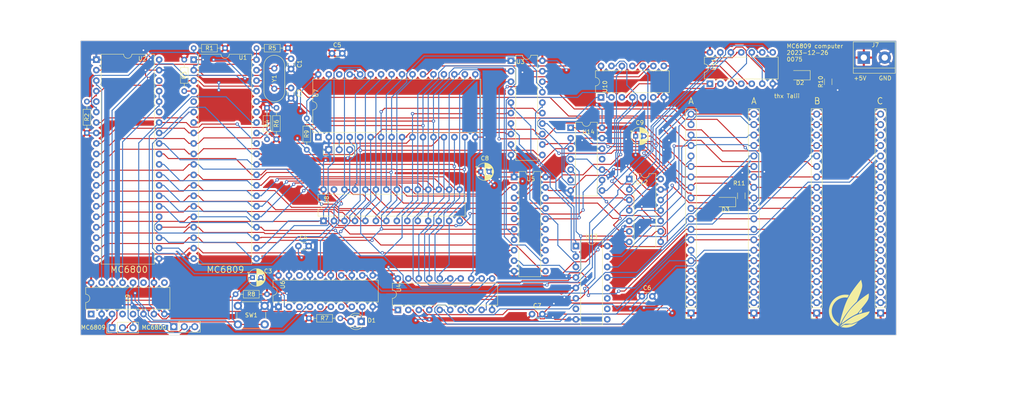
<source format=kicad_pcb>
(kicad_pcb (version 20240108) (generator "pcbnew") (generator_version "8.0")
  (layers (0 "F.Cu" signal) (31 "B.Cu" signal) (34 "B.Paste" user) (35 "F.Paste" user) (36 "B.SilkS" user "B.Silkscreen") (37 "F.SilkS" user "F.Silkscreen") (38 "B.Mask" user) (39 "F.Mask" user) (44 "Edge.Cuts" user))
  (net 0 "")
  (net 1 "Net-(U1-XTAL)")
  (net 2 "GND")
  (net 3 "Net-(U1-EXTAL)")
  (net 4 "Net-(J1-Pin_2)")
  (net 5 "+5V")
  (net 6 "Net-(D1-K)")
  (net 7 "Net-(D1-A)")
  (net 8 "~{RESET}")
  (net 9 "~{RESET_IN}")
  (net 10 "Net-(J2-Pin_2)")
  (net 11 "/D0_C")
  (net 12 "/D1_C")
  (net 13 "/D2_C")
  (net 14 "/D3_C")
  (net 15 "/D4_C")
  (net 16 "/D5_C")
  (net 17 "/D6_C")
  (net 18 "/D7_C")
  (net 19 "/A0_C")
  (net 20 "/A1_C")
  (net 21 "/A2_C")
  (net 22 "/A3_C")
  (net 23 "/A4_C")
  (net 24 "Net-(J3-Pin_16)")
  (net 25 "/~{R}{slash}W_C")
  (net 26 "/R{slash}~{W}_C")
  (net 27 "~{RESET_CMOS}")
  (net 28 "PHI2_CMOS")
  (net 29 "Net-(J4-Pin_16)")
  (net 30 "Net-(J5-Pin_16)")
  (net 31 "Net-(J6-Pin_16)")
  (net 32 "~{NMI}")
  (net 33 "~{IRQ}")
  (net 34 "Net-(U1-~{FIRQ})")
  (net 35 "Net-(U1-~{DMA{slash}BREQ})")
  (net 36 "Net-(U1-~{HALT})")
  (net 37 "Net-(U1-MRDY)")
  (net 38 "Net-(U7-PGM)")
  (net 40 "/BA")
  (net 41 "/A0")
  (net 42 "/A1")
  (net 43 "/A2")
  (net 44 "/A3")
  (net 45 "/A4")
  (net 46 "/A5")
  (net 47 "/A6")
  (net 48 "/A7")
  (net 49 "/A8")
  (net 50 "/A9")
  (net 51 "/A10")
  (net 52 "/A11")
  (net 53 "/A12")
  (net 54 "/A13")
  (net 55 "/A14")
  (net 56 "/A15")
  (net 57 "D7")
  (net 58 "D6")
  (net 59 "D5")
  (net 60 "D4")
  (net 61 "D3")
  (net 62 "D2")
  (net 63 "D1")
  (net 64 "D0")
  (net 65 "/R{slash}~{W}")
  (net 66 "PHI2_bus")
  (net 68 "PHI1")
  (net 71 "PHI2")
  (net 73 "/A5_C")
  (net 74 "/A6_C")
  (net 75 "/A7_C")
  (net 76 "IOEN")
  (net 77 "/A12_C")
  (net 78 "/A13_C")
  (net 79 "/A14_C")
  (net 80 "/A15_C")
  (net 81 "/A11_C")
  (net 82 "/A10_C")
  (net 83 "/A9_C")
  (net 84 "/A8_C")
  (net 88 "/BA_C")
  (net 89 "Net-(U7-CE)")
  (net 91 "Net-(U8-~{CE})")
  (net 93 "Net-(J8-Pin_3)")
  (net 98 "Net-(U10-Pad3)")
  (net 99 "Net-(U10-Pad6)")
  (net 100 "Net-(U10-Pad8)")
  (net 101 "Net-(U10-Pad11)")
  (net 102 "Net-(U10-Pad13)")
  (net 103 "Net-(U11-Pad3)")
  (net 104 "Net-(U11-Pad10)")
  (net 105 "~{IOEN}")
  (net 106 "Net-(U11-Pad13)")
  (net 107 "Net-(U12-Pad8)")
  (net 108 "~{PHI2_CMOS}")
  (net 113 "Net-(U14-Pad2)")
  (net 115 "Net-(D2-K)")
  (net 116 "Net-(D3-K)")
  (net 117 "Net-(D3-A)")
  (footprint "Resistor_SMD:R_1206_3216Metric_Pad1.30x1.75mm_HandSolder" (layer "F.Cu") (at 198.374 90.932 -90)
    (property "Reference" "R11")
    (property "Value" "1K")
  )
  (footprint "Resistor_THT:R_Axial_DIN0204_L3.6mm_D1.6mm_P7.62mm_Horizontal" (layer "F.Cu") (at 83.312 69.596 -90)
    (property "Reference" "R4")
    (property "Value" "3.3K")
  )
  (footprint "Package_DIP:DIP-40_W15.24mm" (layer "F.Cu") (at 65.532 57.912)
    (property "Reference" "U1")
    (property "Value" "MC6809")
  )
  (footprint "LED_SMD:LED_1206_3216Metric_Pad1.42x1.75mm_HandSolder" (layer "F.Cu") (at 212.6345 61.684 180)
    (property "Reference" "D2")
    (property "Value" "LED")
  )
  (footprint "Resistor_THT:R_Axial_DIN0204_L3.6mm_D1.6mm_P7.62mm_Horizontal" (layer "F.Cu") (at 39.624 75.692 90)
    (property "Reference" "R2")
    (property "Value" "3.3K")
  )
  (footprint "Connector_PinSocket_2.54mm:PinSocket_1x20_P2.54mm_Vertical" (layer "F.Cu") (at 186.182 119.38 180)
    (property "Reference" "J3" (hide yes))
    (property "Value" "Conn_01x20" (hide yes))
  )
  (footprint "Package_DIP:DIP-40_W15.24mm" (layer "F.Cu") (at 41.91 57.912)
    (property "Reference" "U2")
    (property "Value" "MC6800")
  )
  (footprint "Connector_PinSocket_2.54mm:PinSocket_1x20_P2.54mm_Vertical" (layer "F.Cu") (at 201.422 119.38 180)
    (property "Reference" "J4" (hide yes))
    (property "Value" "Conn_01x20" (hide yes))
  )
  (footprint "Resistor_THT:R_Axial_DIN0204_L3.6mm_D1.6mm_P7.62mm_Horizontal" (layer "F.Cu") (at 75.692 114.808)
    (property "Reference" "R8")
    (property "Value" "10K")
  )
  (footprint "Connector_PinHeader_2.54mm:PinHeader_1x03_P2.54mm_Vertical" (layer "F.Cu") (at 60.706 122.682 90)
    (property "Reference" "J8" (hide yes))
    (property "Value" "Conn_01x03" (hide yes))
  )
  (footprint "LED_THT:LED_D3.0mm" (layer "F.Cu") (at 106.177 121.412 180)
    (property "Reference" "D1")
    (property "Value" "LED")
  )
  (footprint "Resistor_THT:R_Axial_DIN0204_L3.6mm_D1.6mm_P7.62mm_Horizontal" (layer "F.Cu") (at 93.472 120.65)
    (property "Reference" "R7")
    (property "Value" "1K")
  )
  (footprint "TerminalBlock:TerminalBlock_bornier-2_P5.08mm" (layer "F.Cu") (at 228.092 57.404)
    (property "Reference" "J7")
    (property "Value" "Screw_Terminal_01x02" (hide yes))
  )
  (footprint "Package_DIP:DIP-14_W7.62mm" (layer "F.Cu") (at 164.338 67.056 90)
    (property "Reference" "U10")
    (property "Value" "74HC32")
  )
  (footprint "Connector_PinHeader_2.54mm:PinHeader_1x03_P2.54mm_Vertical" (layer "F.Cu") (at 45.72 122.936 90)
    (property "Reference" "J1" (hide yes))
    (property "Value" "Conn_01x03" (hide yes))
  )
  (footprint "Resistor_THT:R_Axial_DIN0204_L3.6mm_D1.6mm_P7.62mm_Horizontal" (layer "F.Cu") (at 73.152 55.118 180)
    (property "Reference" "R1")
    (property "Value" "3.3K")
  )
  (footprint "Package_DIP:DIP-16_W7.62mm" (layer "F.Cu") (at 40.655 119.624 90)
    (property "Reference" "U9")
    (property "Value" "MC6875")
  )
  (footprint "Capacitor_THT:CP_Radial_D4.0mm_P2.00mm" (layer "F.Cu") (at 135.16 85.09)
    (property "Reference" "C8")
    (property "Value" "10µF")
  )
  (footprint "Package_DIP:DIP-16_W7.62mm" (layer "F.Cu") (at 158.242 103.124)
    (property "Reference" "U13")
    (property "Value" "74HC138")
  )
  (footprint "Capacitor_THT:C_Disc_D3.0mm_W1.6mm_P2.50mm" (layer "F.Cu") (at 147.614 119.634)
    (property "Reference" "C7")
    (property "Value" "100nF")
  )
  (footprint "Package_DIP:DIP-14_W7.62mm" (layer "F.Cu") (at 190.754 63.754 90)
    (property "Reference" "U11")
    (property "Value" "74HC32")
  )
  (footprint "Package_DIP:DIP-14_W7.62mm" (layer "F.Cu") (at 171.196 86.868)
    (property "Reference" "U12")
    (property "Value" "74HC04")
  )
  (footprint "Resistor_THT:R_Axial_DIN0204_L3.6mm_D1.6mm_P7.62mm_Horizontal" (layer "F.Cu") (at 85.598 77.216 90)
    (property "Reference" "R6")
    (property "Value" "3.3K")
  )
  (footprint "Capacitor_THT:C_Disc_D3.0mm_W1.6mm_P2.50mm" (layer "F.Cu") (at 99.08 56.388)
    (property "Reference" "C5")
    (property "Value" "100nF")
  )
  (footprint "Connector_PinSocket_2.54mm:PinSocket_1x20_P2.54mm_Vertical" (layer "F.Cu") (at 232.156 119.38 180)
    (property "Reference" "J6" (hide yes))
    (property "Value" "Conn_01x20" (hide yes))
  )
  (footprint "Resistor_SMD:R_1206_3216Metric_Pad1.30x1.75mm_HandSolder" (layer "F.Cu") (at 219.456 63.272 90)
    (property "Reference" "R10")
    (property "Value" "1K")
  )
  (footprint "Connector_PinHeader_2.54mm:PinHeader_1x03_P2.54mm_Vertical" (layer "F.Cu") (at 98.298 79.756 90)
    (property "Reference" "J2" (hide yes))
    (property "Value" "Conn_01x03" (hide yes))
  )
  (footprint "Package_DIP:DIP-14_W7.62mm" (layer "F.Cu") (at 156.982 74.417)
    (property "Reference" "U14")
    (property "Value" "74HC32")
  )
  (footprint "Package_DIP:DIP-20_W7.62mm" (layer "F.Cu") (at 86.106 117.856 90)
    (property "Reference" "U6")
    (property "Value" "74HCT244")
  )
  (footprint "own:icon" (layer "F.Cu") (at 224.536 117.094)
    (property "Reference" "G***" (hide yes))
    (property "Value" "LOGO" (hide yes))
  )
  (footprint "Capacitor_THT:C_Disc_D3.0mm_W1.6mm_P2.50mm" (layer "F.Cu") (at 174.284 115.316)
    (property "Reference" "C6")
    (property "Value" "100nF")
  )
  (footprint "Resistor_THT:R_Axial_DIN0204_L3.6mm_D1.6mm_P7.62mm_Horizontal" (layer "F.Cu") (at 88.392 55.118 180)
    (property "Reference" "R5")
    (property "Value" "3.3K")
  )
  (footprint "Package_DIP:DIP-20_W7.62mm" (layer "F.Cu") (at 143.256 86.36)
    (property "Reference" "U5")
    (property "Value" "74HCT244")
  )
  (footprint "Resistor_THT:R_Axial_DIN0204_L3.6mm_D1.6mm_P7.62mm_Horizontal" (layer "F.Cu") (at 92.964 79.756 90)
    (property "Reference" "R9")
    (property "Value" "3.3K")
  )
  (footprint "Connector_PinSocket_2.54mm:PinSocket_1x20_P2.54mm_Vertical" (layer "F.Cu") (at 216.662 119.38 180)
    (property "Reference" "J5" (hide yes))
    (property "Value" "Conn_01x20" (hide yes))
  )
  (footprint "Capacitor_THT:CP_Radial_D4.0mm_P2.00mm" (layer "F.Cu") (at 172.752 76.454)
    (property "Reference" "C9")
    (property "Value" "10µF")
  )
  (footprint "Capacitor_THT:C_Disc_D3.0mm_W1.6mm_P2.50mm" (layer "F.Cu") (at 90.932 103.124)
    (property "Reference" "C4")
    (property "Value" "100nF")
  )
  (footprint "Resistor_THT:R_Axial_DIN0204_L3.6mm_D1.6mm_P7.62mm_Horizontal" (layer "F.Cu") (at 63.246 57.912 -90)
    (property "Reference" "R3")
    (property "Value" "3.3K")
  )
  (footprint "Package_DIP:DIP-32_W15.24mm" (layer "F.Cu") (at 95.758 76.708 90)
    (property "Reference" "U7")
    (property "Value" "SST39SF010")
  )
  (footprint "Crystal:Crystal_HC18-U_Vertical" (layer "F.Cu") (at 85.09 60.034 -90)
    (property "Reference" "Y1")
    (property "Value" "6MHz")
  )
  (footprint "Capacitor_THT:C_Disc_D3.0mm_W1.6mm_P2.50mm" (layer "F.Cu") (at 89.154 57.678 -90)
    (property "Reference" "C1")
    (property "Value" "22pF")
  )
  (footprint "Package_DIP:DIP-20_W7.62mm" (layer "F.Cu") (at 142.494 58.166)
    (property "Reference" "U3")
    (property "Value" "74HCT244")
  )
  (footprint "Package_DIP:DIP-20_W7.62mm" (layer "F.Cu") (at 115.062 118.618 90)
    (property "Reference" "U4")
    (property "Value" "74HCT245")
  )
  (footprint "LED_SMD:LED_1206_3216Metric_Pad1.42x1.75mm_HandSolder" (layer "F.Cu") (at 194.564 92.456 180)
    (property "Reference" "D3")
    (property "Value" "LED")
  )
  (footprint "Package_DIP:DIP-28_W7.62mm" (layer "F.Cu") (at 97.028 97.028 90)
    (property "Reference" "U8")
    (property "Value" "IS61C256")
  )
  (footprint "Capacitor_THT:CP_Radial_D4.0mm_P2.00mm" (layer "F.Cu") (at 79.7994 110.744)
    (property "Reference" "C3")
    (property "Value" "10µF")
  )
  (footprint "Capacitor_THT:C_Disc_D3.0mm_W1.6mm_P2.50mm" (layer "F.Cu") (at 89.154 64.79 -90)
    (property "Reference" "C2")
    (property "Value" "22pF")
  )
  (footprint "Button_Switch_THT:SW_PUSH_6mm" (layer "F.Cu") (at 76.252 117.638)
    (property "Reference" "SW1")
    (property "Value" "SW_Push")
  )
  (gr_rect (start 38.1 53.34) (end 235.966 124.714) (stroke (width 0.1)) (fill none) (layer "Edge.Cuts"))
  (gr_text "GND" (at 231.648 62.992 0) (layer "F.SilkS") (effects (font (size 1 1)) (justify left bottom)))
  (gr_text "A" (at 200.66 68.834 0) (layer "F.SilkS") (effects (font (size 1.524 1.524) (thickness 0.1778)) (justify left bottom)))
  (gr_text "B" (at 215.9 68.834 0) (layer "F.SilkS") (effects (font (size 1.524 1.524) (thickness 0.1778)) (justify left bottom)))
  (gr_text "MC6809 computer\n2023-12-26\n0075" (at 209.296 58.42 0) (layer "F.SilkS") (effects (font (size 1 1)) (justify left bottom)))
  (gr_text "MC6809" (at 68.58 109.728 0) (layer "F.SilkS") (effects (font (size 1.524 1.524) (thickness 0.1778)) (justify left bottom)))
  (gr_text "+5V" (at 225.552 62.992 0) (layer "F.SilkS") (effects (font (size 1 1)) (justify left bottom)))
  (gr_text "MC6809" (at 38.1 123.444 0) (layer "F.SilkS") (effects (font (size 1 1)) (justify left bottom)))
  (gr_text "A" (at 185.42 68.834 0) (layer "F.SilkS") (effects (font (size 1.524 1.524) (thickness 0.1778)) (justify left bottom)))
  (gr_text "MC6800" (at 45.212 109.728 0) (layer "F.SilkS") (effects (font (size 1.524 1.524) (thickness 0.1778)) (justify left bottom)))
  (gr_text "C" (at 231.14 68.834 0) (layer "F.SilkS") (effects (font (size 1.524 1.524) (thickness 0.1778)) (justify left bottom)))
  (gr_text "thx Talii" (at 206.248 67.31 0) (layer "F.SilkS") (effects (font (size 1 1)) (justify left bottom)))
  (gr_text "MC6800" (at 52.832 123.444 0) (layer "F.SilkS") (effects (font (size 1 1)) (justify left bottom)))
  (segment (start 82.3169 60.034) (end 81.8989 60.452) (width 0.25) (layer "F.Cu") (net 1))
  (segment (start 87.446 57.678) (end 89.154 57.678) (width 0.25) (layer "F.Cu") (net 1))
  (segment (start 80.772 60.452) (end 81.8989 60.452) (width 0.25) (layer "F.Cu") (net 1))
  (segment (start 85.09 60.034) (end 82.3169 60.034) (width 0.25) (layer "F.Cu") (net 1))
  (segment (start 85.09 60.034) (end 87.446 57.678) (width 0.25) (layer "F.Cu") (net 1))
  (segment (start 169.418 84.582) (end 170.434 83.566) (width 0.25) (layer "F.Cu") (net 2))
  (segment (start 65.532 57.912) (end 67.818 57.912) (width 0.25) (layer "F.Cu") (net 2))
  (segment (start 219.456 64.822) (end 221.286 64.822) (width 0.25) (layer "F.Cu") (net 2))
  (segment (start 62.071 123.857) (end 59.531 123.857) (width 0.25) (layer "F.Cu") (net 2))
  (segment (start 175.514 89.408) (end 172.974 86.868) (width 0.25) (layer "F.Cu") (net 2))
  (segment (start 155.956 115.57) (end 155.448 115.57) (width 0.25) (layer "F.Cu") (net 2))
  (segment (start 50.546 117.348) (end 56.159 117.348) (width 0.25) (layer "F.Cu") (net 2))
  (segment (start 55.118 57.404) (end 53.34 55.626) (width 0.25) (layer "F.Cu") (net 2))
  (segment (start 159.657 109.619) (end 161.036 110.998) (width 0.25) (layer "F.Cu") (net 2))
  (segment (start 152.654 117.094) (end 150.114 119.634) (width 0.25) (layer "F.Cu") (net 2))
  (segment (start 174.752 76.454) (end 176.444703 76.454) (width 0.25) (layer "F.Cu") (net 2))
  (segment (start 173.627 98.443) (end 169.781 98.443) (width 0.25) (layer "F.Cu") (net 2))
  (segment (start 57.15 60.452) (end 53.848 60.452) (width 0.25) (layer "F.Cu") (net 2))
  (segment (start 178.816 89.408) (end 175.514 89.408) (width 0.25) (layer "F.Cu") (net 2))
  (segment (start 53.848 61.722) (end 54.61 62.484) (width 0.25) (layer "F.Cu") (net 2))
  (segment (start 63.246 122.682) (end 62.071 123.857) (width 0.25) (layer "F.Cu") (net 2))
  (segment (start 152.908 117.094) (end 152.654 117.094) (width 0.25) (layer "F.Cu") (net 2))
  (segment (start 59.531 123.857) (end 58.166 122.492) (width 0.25) (layer "F.Cu") (net 2))
  (segment (start 143.256 86.36) (end 140.208 86.36) (width 0.25) (layer "F.Cu") (net 2))
  (segment (start 170.175 76.957) (end 170.434 77.216) (width 0.25) (layer "F.Cu") (net 2))
  (segment (start 148.082 88.9) (end 145.542 91.44) (width 0.25) (layer "F.Cu") (net 2))
  (segment (start 180.848 76.2) (end 179.324 74.676) (width 0.25) (layer "F.Cu") (net 2))
  (segment (start 150.876 88.9) (end 148.082 88.9) (width 0.25) (layer "F.Cu") (net 2))
  (segment (start 56.159 117.348) (end 58.435 119.624) (width 0.25) (layer "F.Cu") (net 2))
  (segment (start 221.286 64.822) (end 221.742 65.278) (width 0.25) (layer "F.Cu") (net 2))
  (segment (start 198.374 89.382) (end 195.808 89.382) (width 0.25) (layer "F.Cu") (net 2))
  (segment (start 179.578 79.587297) (end 179.578 79.756) (width 0.25) (layer "F.Cu") (net 2))
  (segment (start 50.546 117.348) (end 48.514 117.348) (width 0.25) (layer "F.Cu") (net 2))
  (segment (start 180.848 77.47) (end 180.848 76.2) (width 0.25) (layer "F.Cu") (net 2))
  (segment (start 172.974 86.868) (end 172.974 86.106) (width 0.25) (layer "F.Cu") (net 2))
  (segment (start 88.138 114.554) (end 87.122 114.554) (width 0.25) (layer "F.Cu") (net 2))
  (segment (start 153.162 120.904) (end 158.242 120.904) (width 0.25) (layer "F.Cu") (net 2))
  (segment (start 55.118 57.912) (end 55.118 57.404) (width 0.25) (layer "F.Cu") (net 2))
  (segment (start 156.827 109.619) (end 159.657 109.619) (width 0.25) (layer "F.Cu") (net 2))
  (segment (start 160.279 76.957) (end 164.602 76.957) (width 0.25) (layer "F.Cu") (net 2))
  (segment (start 198.882 85.09) (end 198.628 85.344) (width 0.25) (layer "F.Cu") (net 2))
  (segment (start 169.781 98.443) (end 169.672 98.552) (width 0.25) (layer "F.Cu") (net 2))
  (segment (start 158.242 113.284) (end 155.956 115.57) (width 0.25) (layer "F.Cu") (net 2))
  (segment (start 195.808 89.382) (end 195.58 89.154) (width 0.25) (layer "F.Cu") (net 2))
  (segment (start 159.766 77.47) (end 160.279 76.957) (width 0.25) (layer "F.Cu") (net 2))
  (segment (start 174.244 94.234) (end 176.784 96.774) (width 0.25) (layer "F.Cu") (net 2))
  (segment (start 166.002 85.992) (end 166.116 86.106) (width 0.25) (layer "F.Cu") (net 2))
  (segment (start 160.647 85.992) (end 166.002 85.992) (width 0.25) (layer "F.Cu") (net 2))
  (segment (start 203.962 85.09) (end 198.882 85.09) (width 0.25) (layer "F.Cu") (net 2))
  (segment (start 174.244 93.472) (end 174.244 94.234) (width 0.25) (layer "F.Cu") (net 2))
  (segment (start 176.444703 76.454) (end 179.578 79.587297) (width 0.25) (layer "F.Cu") (net 2))
  (segment (start 140.208 86.36) (end 139.7 86.868) (width 0.25) (layer "F.Cu") (net 2))
  (segment (start 167.386 84.582) (end 169.418 84.582) (width 0.25) (layer "F.Cu") (net 2))
  (segment (start 173.736 98.552) (end 173.627 98.443) (width 0.25) (layer "F.Cu") (net 2))
  (segment (start 164.602 76.957) (end 170.175 76.957) (width 0.25) (layer "F.Cu") (net 2))
  (segment (start 58.166 122.492) (end 58.166 122.428) (width 0.25) (layer "F.Cu") (net 2))
  (segment (start 48.514 117.348) (end 48.26 117.602) (width 0.25) (layer "F.Cu") (net 2))
  (segment (start 156.982 89.657) (end 160.647 85.992) (width 0.25) (layer "F.Cu") (net 2))
  (segment (start 172.974 86.106) (end 170.434 83.566) (width 0.25) (layer "F.Cu") (net 2))
  (segment (start 87.122 114.554) (end 86.36 115.316) (width 0.25) (layer "F.Cu") (net 2))
  (segment (start 136.144 76.708) (end 133.858 76.708) (width 0.25) (layer "F.Cu") (net 2))
  (segment (start 53.848 60.452) (end 53.848 61.722) (width 0.25) (layer "F.Cu") (net 2))
  (segment (start 156.982 89.657) (end 151.633 89.657) (width 0.25) (layer "F.Cu") (net 2))
  (segment (start 155.956 110.49) (end 156.827 109.619) (width 0.25) (layer "F.Cu") (net 2))
  (segment (start 151.633 89.657) (end 150.876 88.9) (width 0.25) (layer "F.Cu") (net 2))
  (segment (start 150.114 60.706) (end 145.542 60.706) (width 0.25) (layer "F.Cu") (net 2))
  (segment (start 145.542 60.706) (end 145.288 60.96) (width 0.25) (layer "F.Cu") (net 2))
  (segment (start 152.654 120.396) (end 153.162 120.904) (width 0.25) (layer "F.Cu") (net 2))
  (via (at 180.848 77.47) (size 0.8) (drill 0.4) (layers "F.Cu" "B.Cu") (net 2))
  (via (at 53.848 60.452) (size 0.8) (drill 0.4) (layers "F.Cu" "B.Cu") (net 2))
  (via (at 145.542 91.44) (size 0.8) (drill 0.4) (layers "F.Cu" "B.Cu") (net 2))
  (via (at 152.654 120.396) (size 0.8) (drill 0.4) (layers "F.Cu" "B.Cu") (net 2))
  (via (at 53.34 55.626) (size 0.8) (drill 0.4) (layers "F.Cu" "B.Cu") (net 2))
  (via (at 179.578 79.756) (size 0.8) (drill 0.4) (layers "F.Cu" "B.Cu") (net 2))
  (via (at 174.244 93.472) (size 0.8) (drill 0.4) (layers "F.Cu" "B.Cu") (net 2))
  (via (at 179.324 74.676) (size 0.8) (drill 0.4) (layers "F.Cu" "B.Cu") (net 2))
  (via (at 198.628 85.344) (size 0.8) (drill 0.4) (layers "F.Cu" "B.Cu") (net 2))
  (via (at 86.36 115.316) (size 0.8) (drill 0.4) (layers "F.Cu" "B.Cu") (net 2))
  (via (at 88.138 114.554) (size 0.8) (drill 0.4) (layers "F.Cu" "B.Cu") (net 2))
  (via (at 155.956 110.49) (size 0.8) (drill 0.4) (layers "F.Cu" "B.Cu") (net 2))
  (via (at 155.448 115.57) (size 0.8) (drill 0.4) (layers "F.Cu" "B.Cu") (net 2))
  (via (at 139.7 86.868) (size 0.8) (drill 0.4) (layers "F.Cu" "B.Cu") (net 2))
  (via (at 170.434 77.216) (size 0.8) (drill 0.4) (layers "F.Cu" "B.Cu") (net 2))
  (via (at 48.26 117.602) (size 0.8) (drill 0.4) (layers "F.Cu" "B.Cu") (net 2))
  (via (at 161.036 110.998) (size 0.8) (drill 0.4) (layers "F.Cu" "B.Cu") (net 2))
  (via (at 50.546 117.348) (size 0.8) (drill 0.4) (layers "F.Cu" "B.Cu") (net 2))
  (via (at 169.672 98.552) (size 0.8) (drill 0.4) (layers "F.Cu" "B.Cu") (net 2))
  (via (at 176.784 96.774) (size 0.8) (drill 0.4) (layers "F.Cu" "B.Cu") (net 2))
  (via (at 136.144 76.708) (size 0.8) (drill 0.4) (layers "F.Cu" "B.Cu") (net 2))
  (via (at 54.61 62.484) (size 0.8) (drill 0.4) (layers "F.Cu" "B.Cu") (net 2))
  (via (at 67.818 57.912) (size 0.8) (drill 0.4) (layers "F.Cu" "B.Cu") (net 2))
  (via (at 159.766 77.47) (size 0.8) (drill 0.4) (layers "F.Cu" "B.Cu") (net 2))
  (via (at 166.116 86.106) (size 0.8) (drill 0.4) (layers "F.Cu" "B.Cu") (net 2))
  (via (at 195.58 89.154) (size 0.8) (drill 0.4) (layers "F.Cu" "B.Cu") (net 2))
  (via (at 55.118 57.912) (size 0.8) (drill 0.4) (layers "F.Cu" "B.Cu") (net 2))
  (via (at 167.386 84.582) (size 0.8) (drill 0.4) (layers "F.Cu" "B.Cu") (net 2))
  (via (at 173.736 98.552) (size 0.8) (drill 0.4) (layers "F.Cu" "B.Cu") (net 2))
  (via (at 170.434 83.566) (size 0.8) (drill 0.4) (layers "F.Cu" "B.Cu") (net 2))
  (via (at 203.962 85.09) (size 0.8) (drill 0.4) (layers "F.Cu" "B.Cu") (net 2))
  (via (at 221.742 65.278) (size 0.8) (drill 0.4) (layers "F.Cu" "B.Cu") (net 2))
  (via (at 152.908 117.094) (size 0.8) (drill 0.4) (layers "F.Cu" "B.Cu") (net 2))
  (via (at 145.288 60.96) (size 0.8) (drill 0.4) (layers "F.Cu" "B.Cu") (net 2))
  (via (at 58.166 122.428) (size 0.8) (drill 0.4) (layers "F.Cu" "B.Cu") (net 2))
  (segment (start 53.848 59.182) (end 55.118 57.912) (width 0.25) (layer "B.Cu") (net 2))
  (segment (start 166.116 85.852) (end 167.386 84.582) (width 0.25) (layer "B.Cu") (net 2))
  (segment (start 161.036 110.998) (end 160.528 110.998) (width 0.25) (layer "B.Cu") (net 2))
  (segment (start 180.848 78.486) (end 180.848 77.47) (width 0.25) (layer "B.Cu") (net 2))
  (segment (start 150.114 119.634) (end 151.892 119.634) (width 0.25) (layer "B.Cu") (net 2))
  (segment (start 52.07 119.929991) (end 54.568009 122.428) (width 0.25) (layer "B.Cu") (net 2))
  (segment (start 53.848 60.452) (end 53.848 59.182) (width 0.25) (layer "B.Cu") (net 2))
  (segment (start 166.116 86.106) (end 166.116 85.852) (width 0.25) (layer "B.Cu") (net 2))
  (segment (start 151.892 119.634) (end 152.654 120.396) (width 0.25) (layer "B.Cu") (net 2))
  (segment (start 54.568009 122.428) (end 58.166 122.428) (width 0.25) (layer "B.Cu") (net 2))
  (segment (start 50.546 117.348) (end 52.07 118.872) (width 0.25) (layer "B.Cu") (net 2))
  (segment (start 52.07 118.872) (end 52.07 119.929991) (width 0.25) (layer "B.Cu") (net 2))
  (segment (start 179.578 79.756) (end 180.848 78.486) (width 0.25) (layer "B.Cu") (net 2))
  (segment (start 160.528 110.998) (end 158.242 113.284) (width 0.25) (layer "B.Cu") (net 2))
  (segment (start 89.01 64.934) (end 85.09 64.934) (width 0.25) (layer "F.Cu") (net 3))
  (segment (start 83.148 62.992) (end 80.772 62.992) (width 0.25) (layer "F.Cu") (net 3))
  (segment (start 85.09 64.934) (end 83.148 62.992) (width 0.25) (layer "F.Cu") (net 3))
  (segment (start 89.154 64.79) (end 89.01 64.934) (width 0.25) (layer "F.Cu") (net 3))
  (segment (start 82.752 122.138) (end 76.252 122.138) (width 0.25) (layer "F.Cu") (net 4))
  (segment (start 49.4369 122.936) (end 49.4369 122.5726) (width 0.25) (layer "F.Cu") (net 4))
  (segment (start 50.5128 121.4967) (end 75.6107 121.4967) (width 0.25) (layer "F.Cu") (net 4))
  (segment (start 75.6107 121.4967) (end 76.252 122.138) (width 0.25) (layer "F.Cu") (net 4))
  (segment (start 48.26 122.936) (end 49.4369 122.936) (width 0.25) (layer "F.Cu") (net 4))
  (segment (start 49.4369 122.5726) (end 50.5128 121.4967) (width 0.25) (layer "F.Cu") (net 4))
  (segment (start 79.7994 110.744) (end 78.8725 110.744) (width 0.25) (layer "B.Cu") (net 4))
  (segment (start 76.252 122.138) (end 74.8986 120.7846) (width 0.25) (layer "B.Cu") (net 4))
  (segment (start 75.692 114.808) (end 78.8725 111.6275) (width 0.25) (layer "B.Cu") (net 4))
  (segment (start 74.8986 120.7846) (end 74.8986 115.6014) (width 0.25) (layer "B.Cu") (net 4))
  (segment (start 74.8986 115.6014) (end 75.692 114.808) (width 0.25) (layer "B.Cu") (net 4))
  (segment (start 78.8725 111.6275) (end 78.8725 110.744) (width 0.25) (layer "B.Cu") (net 4))
  (segment (start 174.498 118.364) (end 174.752 118.11) (width 0.25) (layer "F.Cu") (net 5))
  (segment (start 139.047 87.775) (end 144.889 87.775) (width 0.25) (layer "F.Cu") (net 5))
  (segment (start 171.45 118.364) (end 174.498 118.364) (width 0.25) (layer "F.Cu") (net 5))
  (segment (start 138.43 88.392) (end 139.047 87.775) (width 0.25) (layer "F.Cu") (net 5))
  (segment (start 144.889 87.775) (end 145.288 87.376) (width 0.25) (layer "F.Cu") (net 5))
  (via (at 91.44 70.358) (size 0.8) (drill 0.4) (layers "F.Cu" "B.Cu") (net 5))
  (via (at 90.678 76.962) (size 0.8) (drill 0.4) (layers "F.Cu" "B.Cu") (net 5))
  (via (at 102.87 81.788) (size 0.8) (drill 0.4) (layers "F.Cu" "B.Cu") (net 5))
  (via (at 181.61 119.38) (size 0.8) (drill 0.4) (layers "F.Cu" "B.Cu") (net 5))
  (via (at 97.536 82.296) (size 0.8) (drill 0.4) (layers "F.Cu" "B.Cu") (net 5))
  (via (at 91.694 105.918) (size 0.8) (drill 0.4) (layers "F.Cu" "B.Cu") (net 5))
  (via (at 112.776 108.204) (size 0.8) (drill 0.4) (layers "F.Cu" "B.Cu") (net 5))
  (via (at 171.45 118.364) (size 0.8) (drill 0.4) (layers "F.Cu" "B.Cu") (net 5))
  (via (at 122.682 120.904) (size 0.8) (drill 0.4) (layers "F.Cu" "B.Cu") (net 5))
  (via (at 71.628 65.278) (size 0.8) (drill 0.4) (layers "F.Cu" "B.Cu") (net 5))
  (via (at 138.43 88.392) (size 0.8) (drill 0.4) (layers "F.Cu" "B.Cu") (net 5))
  (via (at 145.288 87.376) (size 0.8) (drill 0.4) (layers "F.Cu" "B.Cu") (net 5))
  (via (at 71.628 63.5) (size 0.8) (drill 0.4) (layers "F.Cu" "B.Cu") (net 5))
  (via (at 119.38 121.158) (size 0.8) (drill 0.4) (layers "F.Cu" "B.Cu") (net 5))
  (via (at 155.956 60.452) (size 0.8) (drill 0.4) (layers "F.Cu" "B.Cu") (net 5))
  (via (at 174.752 118.11) (size 0.8) (drill 0.4) (layers "F.Cu" "B.Cu") (net 5))
  (via (at 172.72 81.026) (size 0.8) (drill 0.4) (layers "F.Cu" "B.Cu") (net 5))
  (via (at 163.322 68.834) (size 0.8) (drill 0.4) (layers "F.Cu" "B.Cu") (net 5))
  (via (at 77.978 62.484) (size 0.8) (drill 0.4) (layers "F.Cu" "B.Cu") (net 5))
  (via (at 51.308 114.554) (size 0.8) (drill 0.4) (layers "F.Cu" "B.Cu") (net 5))
  (via (at 70.358 57.912) (size 0.8) (drill 0.4) (layers "F.Cu" "B.Cu") (net 5))
  (segment (start 53.355 118.460196) (end 51.308 116.413196) (width 0.25) (layer "B.Cu") (net 5))
  (segment (start 172.752 80.994) (end 172.72 81.026) (width 0.25) (layer "B.Cu") (net 5))
  (segment (start 71.628 63.5) (end 71.628 65.278) (width 0.25) (layer "B.Cu") (net 5))
  (segment (start 103.378 81.28) (end 102.87 81.788) (width 0.25) (layer "B.Cu") (net 5))
  (segment (start 55.3151 121.5841) (end 59.6081 121.5841) (width 0.25) (layer "B.Cu") (net 5))
  (segment (start 90.932 103.124) (end 90.932 105.156) (width 0.25) (layer "B.Cu") (net 5))
  (segment (start 122.682 120.904) (end 119.634 120.904) (width 0.25) (layer "B.Cu") (net 5))
  (segment (start 90.678 77.47) (end 90.678 76.962) (width 0.25) (layer "B.Cu") (net 5))
  (segment (start 164.602 74.417) (end 164.602 70.114) (width 0.25) (layer "B.Cu") (net 5))
  (segment (start 115.062 110.998) (end 112.776 108.712) (width 0.25) (layer "B.Cu") (net 5))
  (segment (start 119.634 120.904) (end 119.38 121.158) (width 0.25) (layer "B.Cu") (net 5))
  (segment (start 135.16 85.122) (end 138.43 88.392) (width 0.25) (layer "B.Cu") (net 5))
  (segment (start 83.312 74.93) (end 85.598 77.216) (width 0.25) (layer "B.Cu") (net 5))
  (segment (start 153.67 58.166) (end 155.956 60.452) (width 0.25) (layer "B.Cu") (net 5))
  (segment (start 53.355 119.624) (end 53.355 118.460196) (width 0.25) (layer "B.Cu") (net 5))
  (segment (start 97.028 82.804) (end 97.536 82.296) (width 0.25) (layer "B.Cu") (net 5))
  (segment (start 171.45 118.15) (end 171.45 118.364) (width 0.25) (layer "B.Cu") (net 5))
  (segment (start 70.358 57.912) (end 73.406 57.912) (width 0.25) (layer "B.Cu") (net 5))
  (segment (start 59.6081 121.5841) (end 60.706 122.682) (width 0.25) (layer "B.Cu") (net 5))
  (segment (start 180.34 118.11) (end 181.61 119.38) (width 0.25) (layer "B.Cu") (net 5))
  (segment (start 135.16 85.09) (end 135.16 85.122) (width 0.25) (layer "B.Cu") (net 5))
  (segment (start 164.602 70.114) (end 163.322 68.834) (width 0.25) (layer "B.Cu") (net 5))
  (segment (start 90.932 105.156) (end 91.694 105.918) (width 0.25) (layer "B.Cu") (net 5))
  (segment (start 112.776 108.712) (end 112.776 108.204) (width 0.25) (layer "B.Cu") (net 5))
  (segment (start 97.028 83.82) (end 92.964 79.756) (width 0.25) (layer "B.Cu") (net 5))
  (segment (start 73.406 57.912) (end 77.978 62.484) (width 0.25) (layer "B.Cu") (net 5))
  (segment (start 83.312 69.596) (end 83.312 74.93) (width 0.25) (layer "B.Cu") (net 5))
  (segment (start 91.44 65.786) (end 91.44 70.358) (width 0.25) (layer "B.Cu") (net 5))
  (segment (start 41.91 75.692) (end 39.624 75.692) (width 0.25) (layer "B.Cu") (net 5))
  (segment (start 174.284 115.316) (end 171.45 118.15) (width 0.25) (layer "B.Cu") (net 5))
  (segment (start 97.028 83.82) (end 97.028 82.804) (width 0.25) (layer "B.Cu") (net 5))
  (segment (start 53.355 119.624) (end 55.3151 121.5841) (width 0.25) (layer "B.Cu") (net 5))
  (segment (start 97.028 89.408) (end 97.028 83.82) (width 0.25) (layer "B.Cu") (net 5))
  (segment (start 172.752 76.454) (end 172.752 80.994) (width 0.25) (layer "B.Cu") (net 5))
  (segment (start 174.752 118.11) (end 180.34 118.11) (width 0.25) (layer "B.Cu") (net 5))
  (segment (start 51.308 116.413196) (end 51.308 114.554) (width 0.25) (layer "B.Cu") (net 5))
  (segment (start 103.378 79.756) (end 103.378 81.28) (width 0.25) (layer "B.Cu") (net 5))
  (segment (start 95.758 61.468) (end 91.44 65.786) (width 0.25) (layer "B.Cu") (net 5))
  (segment (start 150.114 58.166) (end 153.67 58.166) (width 0.25) (layer "B.Cu") (net 5))
  (segment (start 92.964 79.756) (end 90.678 77.47) (width 0.25) (layer "B.Cu") (net 5))
  (segment (start 106.426 119.9361) (end 106.177 120.1851) (width 0.25) (layer "B.Cu") (net 6))
  (segment (start 106.426 117.856) (end 106.426 119.9361) (width 0.25) (layer "B.Cu") (net 6))
  (segment (start 106.177 121.412) (end 106.177 120.1851) (width 0.25) (layer "B.Cu") (net 6))
  (segment (start 103.637 121.412) (end 102.8809 121.412) (width 0.25) (layer "F.Cu") (net 7))
  (segment (start 102.8809 121.412) (end 102.1189 120.65) (width 0.25) (layer "F.Cu") (net 7))
  (segment (start 101.092 120.65) (end 102.1189 120.65) (width 0.25) (layer "F.Cu") (net 7))
  (segment (start 46.8969 120.5822) (end 45.72 121.7591) (width 0.25) (layer "F.Cu") (net 8))
  (segment (start 102.7591 117.5743) (end 101.4557 116.2709) (width 0.25) (layer "F.Cu") (net 8))
  (segment (start 46.8969 114.2928) (end 46.8969 116.2709) (width 0.25) (layer "F.Cu") (net 8))
  (segment (start 45.735 112.004) (end 45.735 113.1309) (width 0.25) (layer "F.Cu") (net 8))
  (segment (start 45.72 122.936) (end 45.72 121.7591) (width 0.25) (layer "F.Cu") (net 8))
  (segment (start 46.8969 116.2709) (end 46.8969 120.5822) (width 0.25) (layer "F.Cu") (net 8))
  (segment (start 45.735 113.1309) (end 46.8969 114.2928) (width 0.25) (layer "F.Cu") (net 8))
  (segment (start 102.7591 117.856) (end 102.7591 117.5743) (width 0.25) (layer "F.Cu") (net 8))
  (segment (start 101.4557 116.2709) (end 46.8969 116.2709) (width 0.25) (layer "F.Cu") (net 8))
  (segment (start 103.886 117.856) (end 102.7591 117.856) (width 0.25) (layer "F.Cu") (net 8))
  (segment (start 57.15 57.912) (end 57.15 58.9255) (width 0.25) (layer "B.Cu") (net 8))
  (segment (start 63.282 61.722) (end 75.8351 61.722) (width 0.25) (layer "B.Cu") (net 8))
  (segment (start 45.735 112.004) (end 45.735 70.2417) (width 0.25) (layer "B.Cu") (net 8))
  (segment (start 57.15 58.9255) (end 60.4855 58.9255) (width 0.25) (layer "B.Cu") (net 8))
  (segment (start 75.8351 61.722) (end 79.6451 65.532) (width 0.25) (layer "B.Cu") (net 8))
  (segment (start 60.4855 58.9255) (end 63.282 61.722) (width 0.25) (layer "B.Cu") (net 8))
  (segment (start 80.772 65.532) (end 79.6451 65.532) (width 0.25) (layer "B.Cu") (net 8))
  (segment (start 57.0512 58.9255) (end 57.15 58.9255) (width 0.25) (layer "B.Cu") (net 8))
  (segment (start 45.735 70.2417) (end 57.0512 58.9255) (width 0.25) (layer "B.Cu") (net 8))
  (segment (start 49.6237 114.3222) (end 49.6237 120.5828) (width 0.25) (layer "B.Cu") (net 9))
  (segment (start 50.8 122.936) (end 50.8 121.7591) (width 0.25) (layer "B.Cu") (net 9))
  (segment (start 50.815 113.1309) (end 49.6237 114.3222) (width 0.25) (layer "B.Cu") (net 9))
  (segment (start 49.6237 120.5828) (end 50.8 121.7591) (width 0.25) (layer "B.Cu") (net 9))
  (segment (start 50.815 112.004) (end 50.815 113.1309) (width 0.25) (layer "B.Cu") (net 9))
  (segment (start 100.838 76.708) (end 100.838 79.756) (width 0.25) (layer "B.Cu") (net 10))
  (segment (start 186.182 114.3) (end 185.0051 114.3) (width 0.25) (layer "F.Cu") (net 11))
  (segment (start 121.8791 122.0499) (end 177.2552 122.0499) (width 0.25) (layer "F.Cu") (net 11))
  (segment (start 117.602 118.618) (end 118.7289 118.618) (width 0.25) (layer "F.Cu") (net 11))
  (segment (start 232.156 114.3) (end 216.662 114.3) (width 0.25) (layer "F.Cu") (net 11))
  (segment (start 177.2552 122.0499) (end 185.0051 114.3) (width 0.25) (layer "F.Cu") (net 11))
  (segment (start 118.7289 118.8997) (end 121.8791 122.0499) (width 0.25) (layer "F.Cu") (net 11))
  (segment (start 118.7289 118.618) (end 118.7289 118.8997) (width 0.25) (layer "F.Cu") (net 11))
  (segment (start 201.422 114.3) (end 216.662 114.3) (width 0.25) (layer "F.Cu") (net 11))
  (segment (start 186.182 114.3) (end 201.422 114.3) (width 0.25) (layer "F.Cu") (net 11))
  (segment (start 201.422 111.76) (end 186.182 111.76) (width 0.25) (layer "F.Cu") (net 12))
  (segment (start 150.5827 120.759) (end 151.7077 119.634) (width 0.25) (layer "F.Cu") (net 12))
  (segment (start 232.156 111.76) (end 216.662 111.76) (width 0.25) (layer "F.Cu") (net 12))
  (segment (start 140.4981 119.7576) (end 141.7467 118.509) (width 0.25) (layer "F.Cu") (net 12))
  (segment (start 121.2689 118.8515) (end 121.2689 118.618) (width 0.25) (layer "F.Cu") (net 12))
  (segment (start 185.0051 111.76) (end 177.1311 119.634) (width 0.25) (layer "F.Cu") (net 12))
  (segment (start 148.118 118.509) (end 148.989 119.38) (width 0.25) (layer "F.Cu") (net 12))
  (segment (start 141.7467 118.509) (end 148.118 118.509) (width 0.25) (layer "F.Cu") (net 12))
  (segment (start 140.4981 119.7576) (end 122.175 119.7576) (width 0.25) (layer "F.Cu") (net 12))
  (segment (start 186.182 111.76) (end 185.0051 111.76) (width 0.25) (layer "F.Cu") (net 12))
  (segment (start 148.989 120.099991) (end 149.648009 120.759) (width 0.25) (layer "F.Cu") (net 12))
  (segment (start 148.989 119.38) (end 148.989 120.099991) (width 0.25) (layer "F.Cu") (net 12))
  (segment (start 177.1311 119.634) (end 151.7077 119.634) (width 0.25) (layer "F.Cu") (net 12))
  (segment (start 149.648009 120.759) (end 150.5827 120.759) (width 0.25) (layer "F.Cu") (net 12))
  (segment (start 121.2689 118.618) (end 120.142 118.618) (width 0.25) (layer "F.Cu") (net 12))
  (segment (start 216.662 111.76) (end 201.422 111.76) (width 0.25) (layer "F.Cu") (net 12))
  (segment (start 122.175 119.7576) (end 121.2689 118.8515) (width 0.25) (layer "F.Cu") (net 12))
  (segment (start 232.156 109.22) (end 216.662 109.22) (width 0.25) (layer "F.Cu") (net 13))
  (segment (start 177.2761 116.949) (end 155.165299 116.949) (width 0.25) (layer "F.Cu") (net 13))
  (segment (start 125.222 116.078) (end 122.682 118.618) (width 0.25) (layer "F.Cu") (net 13))
  (segment (start 185.0051 109.22) (end 177.2761 116.949) (width 0.25) (layer "F.Cu") (net 13))
  (segment (start 201.422 109.22) (end 186.182 109.22) (width 0.25) (layer "F.Cu") (net 13))
  (segment (start 216.662 109.22) (end 201.422 109.22) (width 0.25) (layer "F.Cu") (net 13))
  (segment (start 155.165299 116.949) (end 154.294299 116.078) (width 0.25) (layer "F.Cu") (net 13))
  (segment (start 154.294299 116.078) (end 125.222 116.078) (width 0.25) (layer "F.Cu") (net 13))
  (segment (start 186.182 109.22) (end 185.0051 109.22) (width 0.25) (layer "F.Cu") (net 13))
  (segment (start 216.662 106.68) (end 201.422 106.68) (width 0.25) (layer "F.Cu") (net 14))
  (segment (start 232.156 106.68) (end 216.662 106.68) (width 0.25) (layer "F.Cu") (net 14))
  (segment (start 201.422 106.68) (end 186.182 106.68) (width 0.25) (layer "F.Cu") (net 14))
  (segment (start 154.4093 121.412) (end 156.2039 119.6174) (width 0.25) (layer "B.Cu") (net 14))
  (segment (start 128.8612 121.412) (end 154.4093 121.412) (width 0.25) (layer "B.Cu") (net 14))
  (segment (start 126.3489 118.8997) (end 128.8612 121.412) (width 0.25) (layer "B.Cu") (net 14))
  (segment (start 180.9664 106.68) (end 186.182 106.68) (width 0.25) (layer "B.Cu") (net 14))
  (segment (start 125.222 118.618) (end 126.3489 118.618) (width 0.25) (layer "B.Cu") (net 14))
  (segment (start 156.2039 119.6174) (end 168.029 119.6174) (width 0.25) (layer "B.Cu") (net 14))
  (segment (start 168.029 119.6174) (end 180.9664 106.68) (width 0.25) (layer "B.Cu") (net 14))
  (segment (start 126.3489 118.618) (end 126.3489 118.8997) (width 0.25) (layer "B.Cu") (net 14))
  (segment (start 216.662 104.14) (end 201.422 104.14) (width 0.25) (layer "F.Cu") (net 15))
  (segment (start 232.156 104.14) (end 216.662 104.14) (width 0.25) (layer "F.Cu") (net 15))
  (segment (start 187.3696 107.1832) (end 187.3696 106.1387) (width 0.25) (layer "B.Cu") (net 15))
  (segment (start 124.738 117.4521) (end 124.0326 118.1575) (width 0.25) (layer "B.Cu") (net 15))
  (segment (start 187.3696 106.1387) (end 189.3683 104.14) (width 0.25) (layer "B.Cu") (net 15))
  (segment (start 186.6028 107.95) (end 187.3696 107.1832) (width 0.25) (layer "B.Cu") (net 15))
  (segment (start 187.3696 106.1387) (end 186.5478 105.3169) (width 0.25) (layer "B.Cu") (net 15))
  (segment (start 169.1482 122.0691) (end 175.534 115.6833) (width 0.25) (layer "B.Cu") (net 15))
  (segment (start 189.3683 104.14) (end 201.422 104.14) (width 0.25) (layer "B.Cu") (net 15))
  (segment (start 124.0326 119.0926) (end 127.0091 122.0691) (width 0.25) (layer "B.Cu") (net 15))
  (segment (start 175.534 114.937) (end 182.521 107.95) (width 0.25) (layer "B.Cu") (net 15))
  (segment (start 175.534 115.6833) (end 175.534 114.937) (width 0.25) (layer "B.Cu") (net 15))
  (segment (start 182.521 107.95) (end 186.6028 107.95) (width 0.25) (layer "B.Cu") (net 15))
  (segment (start 124.0326 118.1575) (end 124.0326 119.0926) (width 0.25) (layer "B.Cu") (net 15))
  (segment (start 126.5961 117.4521) (end 124.738 117.4521) (width 0.25) (layer "B.Cu") (net 15))
  (segment (start 186.182 104.14) (end 186.182 105.3169) (width 0.25) (layer "B.Cu") (net 15))
  (segment (start 127.0091 122.0691) (end 169.1482 122.0691) (width 0.25) (layer "B.Cu") (net 15))
  (segment (start 186.5478 105.3169) (end 186.182 105.3169) (width 0.25) (layer "B.Cu") (net 15))
  (segment (start 127.762 118.618) (end 126.5961 117.4521) (width 0.25) (layer "B.Cu") (net 15))
  (segment (start 201.422 101.6) (end 186.182 101.6) (width 0.25) (layer "F.Cu") (net 16))
  (segment (start 216.662 101.6) (end 201.422 101.6) (width 0.25) (layer "F.Cu") (net 16))
  (segment (start 232.156 101.6) (end 216.662 101.6) (width 0.25) (layer "F.Cu") (net 16))
  (segment (start 156.651009 118.364) (end 157.776009 117.239) (width 0.25) (layer "B.Cu") (net 16))
  (segment (start 139.7995 118.364) (end 156.651009 118.364) (width 0.25) (layer "B.Cu") (net 16))
  (segment (start 131.4289 118.618) (end 131.4289 118.8997) (width 0.25) (layer "B.Cu") (net 16))
  (segment (start 167.1161 117.239) (end 168.2411 118.364) (width 0.25) (layer "B.Cu") (net 16))
  (segment (start 130.302 118.618) (end 131.4289 118.618) (width 0.25) (layer "B.Cu") (net 16))
  (segment (start 131.4289 118.8997) (end 132.3062 119.777) (width 0.25) (layer "B.Cu") (net 16))
  (segment (start 185.0051 101.6) (end 186.182 101.6) (width 0.25) (layer "B.Cu") (net 16))
  (segment (start 138.3865 119.777) (end 139.7995 118.364) (width 0.25) (layer "B.Cu") (net 16))
  (segment (start 157.776009 117.239) (end 167.1161 117.239) (width 0.25) (layer "B.Cu") (net 16))
  (segment (start 132.3062 119.777) (end 138.3865 119.777) (width 0.25) (layer "B.Cu") (net 16))
  (segment (start 168.2411 118.364) (end 185.0051 101.6) (width 0.25) (layer "B.Cu") (net 16))
  (segment (start 185.0051 99.06) (end 186.182 99.06) (width 0.25) (layer "F.Cu") (net 17))
  (segment (start 216.662 99.06) (end 201.422 99.06) (width 0.25) (layer "F.Cu") (net 17))
  (segment (start 151.7666 112.014) (end 159.973205 112.014) (width 0.25) (layer "F.Cu") (net 17))
  (segment (start 168.656 114.046) (end 170.0191 114.046) (width 0.25) (layer "F.Cu") (net 17))
  (segment (start 161.29 113.330795) (end 161.29 115.062) (width 0.25) (layer "F.Cu") (net 17))
  (segment (start 170.0191 114.046) (end 185.0051 99.06) (width 0.25) (layer "F.Cu") (net 17))
  (segment (start 201.422 99.06) (end 186.182 99.06) (width 0.25) (layer "F.Cu") (net 17))
  (segment (start 159.973205 112.014) (end 161.29 113.330795) (width 0.25) (layer "F.Cu") (net 17))
  (segment (start 151.7666 112.014) (end 151.214 112.5666) (width 0.25) (layer "F.Cu") (net 17))
  (segment (start 232.156 99.06) (end 216.662 99.06) (width 0.25) (layer "F.Cu") (net 17))
  (via (at 151.214 112.5666) (size 0.8) (drill 0.4) (layers "F.Cu" "B.Cu") (net 17))
  (via (at 168.656 114.046) (size 0.8) (drill 0.4) (layers "F.Cu" "B.Cu") (net 17))
  (via (at 161.29 115.062) (size 0.8) (drill 0.4) (layers "F.Cu" "B.Cu") (net 17))
  (segment (start 161.653 114.699) (end 168.003 114.699) (width 0.25) (layer "B.Cu") (net 17))
  (segment (start 168.003 114.699) (end 168.656 114.046) (width 0.25) (layer "B.Cu") (net 17))
  (segment (start 139.7385 112.5666) (end 151.214 112.5666) (width 0.25) (layer "B.Cu") (net 17))
  (segment (start 132.842 118.618) (end 133.9689 118.618) (width 0.25) (layer "B.Cu") (net 17))
  (segment (start 133.9689 118.618) (end 133.9689 118.3362) (width 0.25) (layer "B.Cu") (net 17))
  (segment (start 133.9689 118.3362) (end 139.7385 112.5666) (width 0.25) (layer "B.Cu") (net 17))
  (segment (start 161.29 115.062) (end 161.653 114.699) (width 0.25) (layer "B.Cu") (net 17))
  (segment (start 216.662 96.52) (end 201.422 96.52) (width 0.25) (layer "F.Cu") (net 18))
  (segment (start 232.156 96.52) (end 216.662 96.52) (width 0.25) (layer "F.Cu") (net 18))
  (segment (start 201.422 96.52) (end 186.182 96.52) (width 0.25) (layer "F.Cu") (net 18))
  (segment (start 160.3578 114.546) (end 165.3868 109.517) (width 0.25) (layer "B.Cu") (net 18))
  (segment (start 173.0127 109.517) (end 185.0051 97.5246) (width 0.25) (layer "B.Cu") (net 18))
  (segment (start 136.5089 116.9831) (end 138.946 114.546) (width 0.25) (layer "B.Cu") (net 18))
  (segment (start 135.382 118.618) (end 136.5089 118.618) (width 0.25) (layer "B.Cu") (net 18))
  (segment (start 185.0051 96.52) (end 186.182 96.52) (width 0.25) (layer "B.Cu") (net 18))
  (segment (start 138.946 114.546) (end 160.3578 114.546) (width 0.25) (layer "B.Cu") (net 18))
  (segment (start 165.3868 109.517) (end 173.0127 109.517) (width 0.25) (layer "B.Cu") (net 18))
  (segment (start 136.5089 118.618) (end 136.5089 116.9831) (width 0.25) (layer "B.Cu") (net 18))
  (segment (start 185.0051 97.5246) (end 185.0051 96.52) (width 0.25) (layer "B.Cu") (net 18))
  (segment (start 232.156 93.98) (end 216.662 93.98) (width 0.25) (layer "F.Cu") (net 19))
  (segment (start 157.8696 69.8747) (end 151.2409 63.246) (width 0.25) (layer "F.Cu") (net 19))
  (segment (start 199.3565 79.2475) (end 192.499 72.39) (width 0.25) (layer "F.Cu") (net 19))
  (segment (start 192.499 72.39) (end 184.613 72.39) (width 0.25) (layer "F.Cu") (net 19))
  (segment (start 216.662 93.98) (end 201.422 93.98) (width 0.25) (layer "F.Cu") (net 19))
  (segment (start 184.613 72.39) (end 182.0977 69.8747) (width 0.25) (layer "F.Cu") (net 19))
  (segment (start 150.114 63.246) (end 151.2409 63.246) (width 0.25) (layer "F.Cu") (net 19))
  (segment (start 201.422 93.98) (end 186.182 93.98) (width 0.25) (layer "F.Cu") (net 19))
  (segment (start 182.0977 69.8747) (end 157.8696 69.8747) (width 0.25) (layer "F.Cu") (net 19))
  (via (at 199.3565 79.2475) (size 0.8) (drill 0.4) (layers "F.Cu" "B.Cu") (net 19))
  (segment (start 201.422 93.98) (end 201.422 92.8031) (width 0.25) (layer "B.Cu") (net 19))
  (segment (start 202.6075 91.9834) (end 201.7878 92.8031) (width 0.25) (layer "B.Cu") (net 19))
  (segment (start 201.7878 92.8031) (end 201.422 92.8031) (width 0.25) (layer "B.Cu") (net 19))
  (segment (start 201.8314 80.01) (end 202.6075 80.7861) (width 0.25) (layer "B.Cu") (net 19))
  (segment (start 199.3565 79.2475) (end 200.119 80.01) (width 0.25) (layer "B.Cu") (net 19))
  (segment (start 202.6075 80.7861) (end 202.6075 91.9834) (width 0.25) (layer "B.Cu") (net 19))
  (segment (start 200.119 80.01) (end 201.8314 80.01) (width 0.25) (layer "B.Cu") (net 19))
  (segment (start 166.8193 80.6304) (end 154.1516 80.6304) (width 0.25) (layer "F.Cu") (net 20))
  (segment (start 185.4538 90.2631) (end 175.059 79.8683) (width 0.25) (layer "F.Cu") (net 20))
  (segment (start 186.182 91.44) (end 186.182 90.8515) (width 0.25) (layer "F.Cu") (net 20))
  (segment (start 186.182 90.2631) (end 185.4538 90.2631) (width 0.25) (layer "F.Cu") (net 20))
  (segment (start 167.5814 79.8683) (end 166.8193 80.6304) (width 0.25) (layer "F.Cu") (net 20))
  (segment (start 232.156 91.44) (end 216.662 91.44) (width 0.25) (layer "F.Cu") (net 20))
  (segment (start 186.182 90.8515) (end 199.6566 90.8515) (width 0.25) (layer "F.Cu") (net 20))
  (segment (start 216.662 91.44) (end 201.422 91.44) (width 0.25) (layer "F.Cu") (net 20))
  (segment (start 201.422 91.44) (end 200.2451 91.44) (width 0.25) (layer "F.Cu") (net 20))
  (segment (start 175.059 79.8683) (end 167.5814 79.8683) (width 0.25) (layer "F.Cu") (net 20))
  (segment (start 199.6566 90.8515) (end 200.2451 91.44) (width 0.25) (layer "F.Cu") (net 20))
  (segment (start 186.182 90.8515) (end 186.182 90.2631) (width 0.25) (layer "F.Cu") (net 20))
  (via (at 154.1516 80.6304) (size 0.8) (drill 0.4) (layers "F.Cu" "B.Cu") (net 20))
  (segment (start 148.4529 75.8807) (end 149.7882 77.216) (width 0.25) (layer "B.Cu") (net 20))
  (segment (start 149.8323 69.4529) (end 148.4529 70.8323) (width 0.25) (layer "B.Cu") (net 20))
  (segment (start 150.7372 77.216) (end 154.1516 80.6304) (width 0.25) (layer "B.Cu") (net 20))
  (segment (start 150.114 69.4529) (end 149.8323 69.4529) (width 0.25) (layer "B.Cu") (net 20))
  (segment (start 149.7882 77.216) (end 150.7372 77.216) (width 0.25) (layer "B.Cu") (net 20))
  (segment (start 150.114 68.326) (end 150.114 69.4529) (width 0.25) (layer "B.Cu") (net 20))
  (segment (start 148.4529 70.8323) (end 148.4529 75.8807) (width 0.25) (layer "B.Cu") (net 20))
  (segment (start 187.198 87.884) (end 186.182 88.9) (width 0.25) (layer "F.Cu") (net 21))
  (segment (start 200.406 87.884) (end 187.198 87.884) (width 0.25) (layer "F.Cu") (net 21))
  (segment (start 185.0051 88.9) (end 175.0977 78.9926) (width 0.25) (layer "F.Cu") (net 21))
  (segment (start 232.156 88.9) (end 216.662 88.9) (width 0.25) (layer "F.Cu") (net 21))
  (segment (start 216.662 88.9) (end 201.422 88.9) (width 0.25) (layer "F.Cu") (net 21))
  (segment (start 175.0977 78.9926) (end 166.0727 78.9926) (width 0.25) (layer "F.Cu") (net 21))
  (segment (start 186.182 88.9) (end 185.0051 88.9) (width 0.25) (layer "F.Cu") (net 21))
  (segment (start 201.422 88.9) (end 200.406 87.884) (width 0.25) (layer "F.Cu") (net 21))
  (via (at 166.0727 78.9926) (size 0.8) (drill 0.4) (layers "F.Cu" "B.Cu") (net 21))
  (segment (start 151.2409 73.406) (end 153.4495 75.6146) (width 0.25) (layer "B.Cu") (net 21))
  (segment (start 162.4701 78.1546) (end 165.2347 78.1546) (width 0.25) (layer "B.Cu") (net 21))
  (segment (start 150.114 73.406) (end 151.2409 73.406) (width 0.25) (layer "B.Cu") (net 21))
  (segment (start 159.9301 75.6146) (end 162.4701 78.1546) (width 0.25) (layer "B.Cu") (net 21))
  (segment (start 153.4495 75.6146) (end 159.9301 75.6146) (width 0.25) (layer "B.Cu") (net 21))
  (segment (start 165.2347 78.1546) (end 166.0727 78.9926) (width 0.25) (layer "B.Cu") (net 21))
  (segment (start 201.422 86.36) (end 186.182 86.36) (width 0.25) (layer "F.Cu") (net 22))
  (segment (start 185.0051 86.36) (end 184.3008 86.36) (width 0.25) (layer "F.Cu") (net 22))
  (segment (start 232.156 86.36) (end 216.662 86.36) (width 0.25) (layer "F.Cu") (net 22))
  (segment (start 150.114 78.486) (end 151.2409 78.486) (width 0.25) (layer "F.Cu") (net 22))
  (segment (start 216.662 86.36) (end 201.422 86.36) (width 0.25) (layer "F.Cu") (net 22))
  (segment (start 176.205 78.2642) (end 151.4627 78.2642) (width 0.25) (layer "F.Cu") (net 22))
  (segment (start 186.182 86.36) (end 185.0051 86.36) (width 0.25) (layer "F.Cu") (net 22))
  (segment (start 184.3008 86.36) (end 176.205 78.2642) (width 0.25) (layer "F.Cu") (net 22))
  (segment (start 151.4627 78.2642) (end 151.2409 78.486) (width 0.25) (layer "F.Cu") (net 22))
  (segment (start 150.6086 77.1131) (end 154.434 73.2877) (width 0.25) (layer "F.Cu") (net 23))
  (segment (start 186.182 83.82) (end 185.0051 83.82) (width 0.25) (layer "F.Cu") (net 23))
  (segment (start 201.422 83.82) (end 186.182 83.82) (width 0.25) (layer "F.Cu") (net 23))
  (segment (start 174.4728 73.2877) (end 185.0051 83.82) (width 0.25) (layer "F.Cu") (net 23))
  (segment (start 154.434 73.2877) (end 174.4728 73.2877) (width 0.25) (layer "F.Cu") (net 23))
  (segment (start 139.6326 77.1131) (end 150.6086 77.1131) (width 0.25) (layer "F.Cu") (net 23))
  (via (at 139.6326 77.1131) (size 0.8) (drill 0.4) (layers "F.Cu" "B.Cu") (net 23))
  (segment (start 141.3671 63.246) (end 139.6326 64.9805) (width 0.25) (layer "B.Cu") (net 23))
  (segment (start 139.6326 64.9805) (end 139.6326 77.1131) (width 0.25) (layer "B.Cu") (net 23))
  (segment (start 142.494 63.246) (end 141.3671 63.246) (width 0.25) (layer "B.Cu") (net 23))
  (segment (start 165.862 105.664) (end 169.3905 105.664) (width 0.25) (layer "B.Cu") (net 24))
  (segment (start 169.3905 105.664) (end 176.7565 98.298) (width 0.25) (layer "B.Cu") (net 24))
  (segment (start 184.8174 92.6443) (end 184.8174 83.4557) (width 0.25) (layer "B.Cu") (net 24))
  (segment (start 179.1637 98.298) (end 184.8174 92.6443) (width 0.25) (layer "B.Cu") (net 24))
  (segment (start 186.182 81.28) (end 186.182 82.4569) (width 0.25) (layer "B.Cu") (net 24))
  (segment (start 185.8162 82.4569) (end 186.182 82.4569) (width 0.25) (layer "B.Cu") (net 24))
  (segment (start 184.8174 83.4557) (end 185.8162 82.4569) (width 0.25) (layer "B.Cu") (net 24))
  (segment (start 176.7565 98.298) (end 179.1637 98.298) (width 0.25) (layer "B.Cu") (net 24))
  (segment (start 167.3682 98.0262) (end 168.91 99.568) (width 0.25) (layer "F.Cu") (net 25))
  (segment (start 182.0875 78.8573) (end 184.8878 78.8573) (width 0.25) (layer "F.Cu") (net 25))
  (segment (start 112.268 89.408) (end 113.3949 89.408) (width 0.25) (layer "F.Cu") (net 25))
  (segment (start 186.182 78.74) (end 185.0051 78.74) (width 0.25) (layer "F.Cu") (net 25))
  (segment (start 116.4152 92.71) (end 163.5 92.71) (width 0.25) (layer "F.Cu") (net 25))
  (segment (start 113.3949 89.6897) (end 116.4152 92.71) (width 0.25) (layer "F.Cu") (net 25))
  (segment (start 163.5 92.71) (end 167.2211 96.4311) (width 0.25) (layer "F.Cu") (net 25))
  (segment (start 216.662 78.74) (end 201.422 78.74) (width 0.25) (layer "F.Cu") (net 25))
  (segment (start 168.91 99.568) (end 171.196 99.568) (width 0.25) (layer "F.Cu") (net 25))
  (segment (start 184.8878 78.8573) (end 185.0051 78.74) (width 0.25) (layer "F.Cu") (net 25))
  (segment (start 167.2211 96.4311) (end 168.9633 96.4311) (width 0.25) (layer "F.Cu") (net 25))
  (segment (start 168.9633 96.4311) (end 167.3682 98.0262) (width 0.25) (layer "F.Cu") (net 25))
  (segment (start 113.3949 89.408) (end 113.3949 89.6897) (width 0.25) (layer "F.Cu") (net 25))
  (segment (start 232.156 78.74) (end 216.662 78.74) (width 0.25) (layer "F.Cu") (net 25))
  (via (at 182.0875 78.8573) (size 0.8) (drill 0.4) (layers "F.Cu" "B.Cu") (net 25))
  (via (at 168.9633 96.4311) (size 0.8) (drill 0.4) (layers "F.Cu" "B.Cu") (net 25))
  (segment (start 112.268 66.4049) (end 116.078 62.5949) (width 0.25) (layer "B.Cu") (net 25))
  (segment (start 187.5783 78.5206) (end 187.3589 78.74) (width 0.25) (layer "B.Cu") (net 25))
  (segment (start 112.268 89.408) (end 112.268 66.4049) (width 0.25) (layer "B.Cu") (net 25))
  (segment (start 186.182 78.74) (end 187.3589 78.74) (width 0.25) (layer "B.Cu") (net 25))
  (segment (start 177.5271 87.2531) (end 177.5271 86.4938) (width 0.25) (layer "B.Cu") (net 25))
  (segment (start 177.5271 86.4938) (end 182.0875 81.9334) (width 0.25) (layer "B.Cu") (net 25))
  (segment (start 200.0257 78.5206) (end 187.5783 78.5206) (width 0.25) (layer "B.Cu") (net 25))
  (segment (start 200.2451 78.74) (end 200.0257 78.5206) (width 0.25) (layer "B.Cu") (net 25))
  (segment (start 171.5622 93.218) (end 177.5271 87.2531) (width 0.25) (layer "B.Cu") (net 25))
  (segment (start 116.078 61.468) (end 116.078 62.5949) (width 0.25) (layer "B.Cu") (net 25))
  (segment (start 182.0875 81.9334) (end 182.0875 78.8573) (width 0.25) (layer "B.Cu") (net 25))
  (segment (start 170.803 93.218) (end 171.5622 93.218) (width 0.25) (layer "B.Cu") (net 25))
  (segment (start 168.9633 95.0577) (end 170.803 93.218) (width 0.25) (layer "B.Cu") (net 25))
  (segment (start 201.422 78.74) (end 200.2451 78.74) (width 0.25) (layer "B.Cu") (net 25))
  (segment (start 168.9633 96.4311) (end 168.9633 95.0577) (width 0.25) (layer "B.Cu") (net 25))
  (segment (start 101.3549 92.3218) (end 101.3549 92.8625) (width 0.25) (layer "F.Cu") (net 26))
  (segment (start 100.1652 110.7263) (end 105.7821 116.3432) (width 0.25) (layer "F.Cu") (net 26))
  (segment (start 137.8019 109.0999) (end 139.054 110.352) (width 0.25) (layer "F.Cu") (net 26))
  (segment (start 232.156 76.2) (end 216.662 76.2) (width 0.25) (layer "F.Cu") (net 26))
  (segment (start 99.568 89.408) (end 99.568 90.5349) (width 0.25) (layer "F.Cu") (net 26))
  (segment (start 100.1652 109.0999) (end 100.1652 110.7263) (width 0.25) (layer "F.Cu") (net 26))
  (segment (start 139.054 110.352) (end 154.4512 110.352) (width 0.25) (layer "F.Cu") (net 26))
  (segment (start 105.7821 116.3432) (end 111.6603 116.3432) (width 0.25) (layer "F.Cu") (net 26))
  (segment (start 98.2473 109.0999) (end 100.1652 109.0999) (width 0.25) (layer "F.Cu") (net 26))
  (segment (start 111.6603 116.3432) (end 113.9351 118.618) (width 0.25) (layer "F.Cu") (net 26))
  (segment (start 154.4512 110.352) (end 157.8692 106.934) (width 0.25) (layer "F.Cu") (net 26))
  (segment (start 216.662 76.2) (end 201.422 76.2) (width 0.25) (layer "F.Cu") (net 26))
  (segment (start 157.8692 106.934) (end 160.6719 106.934) (width 0.25) (layer "F.Cu") (net 26))
  (segment (start 96.266 110.236) (end 97.3929 110.236) (width 0.25) (layer "F.Cu") (net 26))
  (segment (start 160.6719 106.934) (end 163.6029 104.003) (width 0.25) (layer "F.Cu") (net 26))
  (segment (start 99.568 90.5349) (end 101.3549 92.3218) (width 0.25) (layer "F.Cu") (net 26))
  (segment (start 97.3929 109.9543) (end 98.2473 109.0999) (width 0.25) (layer "F.Cu") (net 26))
  (segment (start 100.1652 109.0999) (end 137.8019 109.0999) (width 0.25) (layer "F.Cu") (net 26))
  (segment (start 97.3929 110.236) (end 97.3929 109.9543) (width 0.25) (layer "F.Cu") (net 26))
  (segment (start 115.062 118.618) (end 113.9351 118.618) (width 0.25) (layer "F.Cu") (net 26))
  (via (at 163.6029 104.003) (size 0.8) (drill 0.4) (layers "F.Cu" "B.Cu") (net 26))
  (via (at 101.3549 92.8625) (size 0.8) (drill 0.4) (layers "F.Cu" "B.Cu") (net 26))
  (segment (start 183.9138 79.2793) (end 183.9138 91.0353) (width 0.25) (layer "B.Cu") (net 26))
  (segment (start 96.266 101.9237) (end 100.6949 97.4948) (width 0.25) (layer "B.Cu") (net 26))
  (segment (start 170.0691 97.028) (end 163.6029 103.4942) (width 0.25) (layer "B.Cu") (net 26))
  (segment (start 185.8162 77.3769) (end 183.9138 79.2793) (width 0.25) (layer "B.Cu") (net 26))
  (segment (start 171.196 97.028) (end 170.0691 97.028) (width 0.25) (layer "B.Cu") (net 26))
  (segment (start 201.422 76.2) (end 200.2451 76.2) (width 0.25) (layer "B.Cu") (net 26))
  (segment (start 186.182 76.7884) (end 186.182 77.3769) (width 0.25) (layer "B.Cu") (net 26))
  (segment (start 96.266 110.236) (end 96.266 101.9237) (width 0.25) (layer "B.Cu") (net 26))
  (segment (start 186.182 76.7884) (end 199.6567 76.7884) (width 0.25) (layer "B.Cu") (net 26))
  (segment (start 183.9138 91.0353) (end 179.048 95.9011) (width 0.25) (layer "B.Cu") (net 26))
  (segment (start 171.7595 97.028) (end 171.196 97.028) (width 0.25) (layer "B.Cu") (net 26))
  (segment (start 163.6029 103.4942) (end 163.6029 104.003) (width 0.25) (layer "B.Cu") (net 26))
  (segment (start 199.6567 76.7884) (end 200.2451 76.2) (width 0.25) (layer "B.Cu") (net 26))
  (segment (start 171.7595 97.028) (end 172.3229 97.028) (width 0.25) (layer "B.Cu") (net 26))
  (segment (start 173.4498 95.9011) (end 172.3229 97.028) (width 0.25) (layer "B.Cu") (net 26))
  (segment (start 186.182 77.3769) (end 185.8162 77.3769) (width 0.25) (layer "B.Cu") (net 26))
  (segment (start 100.6949 93.5225) (end 101.3549 92.8625) (width 0.25) (layer "B.Cu") (net 26))
  (segment (start 186.182 76.2) (end 186.182 76.7884) (width 0.25) (layer "B.Cu") (net 26))
  (segment (start 100.6949 97.4948) (end 100.6949 93.5225) (width 0.25) (layer "B.Cu") (net 26))
  (segment (start 179.048 95.9011) (end 173.4498 95.9011) (width 0.25) (layer "B.Cu") (net 26))
  (segment (start 216.662 73.66) (end 201.422 73.66) (width 0.25) (layer "F.Cu") (net 27))
  (segment (start 232.156 73.66) (end 216.662 73.66) (width 0.25) (layer "F.Cu") (net 27))
  (segment (start 162.2524 108.3352) (end 162.2524 99.2669) (width 0.25) (layer "B.Cu") (net 27))
  (segment (start 186.7039 69.9145) (end 187.4098 70.6204) (width 0.25) (layer "B.Cu") (net 27))
  (segment (start 107.5529 110.4695) (end 111.1151 114.0317) (width 0.25) (layer "B.Cu") (net 27))
  (segment (start 186.5478 72.4831) (end 186.182 72.4831) (width 0.25) (layer "B.Cu") (net 27))
  (segment (start 186.182 73.66) (end 186.182 72.4831) (width 0.25) (layer "B.Cu") (net 27))
  (segment (start 139.1111 111.8397) (end 156.6159 111.8397) (width 0.25) (layer "B.Cu") (net 27))
  (segment (start 106.426 110.236) (end 107.5529 110.236) (width 0.25) (layer "B.Cu") (net 27))
  (segment (start 162.2524 99.2669) (end 170.8413 90.678) (width 0.25) (layer "B.Cu") (net 27))
  (segment (start 171.5826 90.678) (end 178.562 83.6986) (width 0.25) (layer "B.Cu") (net 27))
  (segment (start 158.677 111.9106) (end 162.2524 108.3352) (width 0.25) (layer "B.Cu") (net 27))
  (segment (start 198.2062 71.6211) (end 200.2451 73.66) (width 0.25) (layer "B.Cu") (net 27))
  (segment (start 170.8413 90.678) (end 171.5826 90.678) (width 0.25) (layer "B.Cu") (net 27))
  (segment (start 156.6159 111.8397) (end 156.6868 111.9106) (width 0.25) (layer "B.Cu") (net 27))
  (segment (start 111.1151 114.0317) (end 136.9191 114.0317) (width 0.25) (layer "B.Cu") (net 27))
  (segment (start 178.562 77.0676) (end 185.7151 69.9145) (width 0.25) (layer "B.Cu") (net 27))
  (segment (start 136.9191 114.0317) (end 139.1111 111.8397) (width 0.25) (layer "B.Cu") (net 27))
  (segment (start 178.562 83.6986) (end 178.562 77.0676) (width 0.25) (layer "B.Cu") (net 27))
  (segment (start 187.4098 71.6211) (end 198.2062 71.6211) (width 0.25) (layer "B.Cu") (net 27))
  (segment (start 187.4098 71.6211) (end 186.5478 72.4831) (width 0.25) (layer "B.Cu") (net 27))
  (segment (start 185.7151 69.9145) (end 186.7039 69.9145) (width 0.25) (layer "B.Cu") (net 27))
  (segment (start 156.6868 111.9106) (end 158.677 111.9106) (width 0.25) (layer "B.Cu") (net 27))
  (segment (start 201.422 73.66) (end 200.2451 73.66) (width 0.25) (layer "B.Cu") (net 27))
  (segment (start 187.4098 70.6204) (end 187.4098 71.6211) (width 0.25) (layer "B.Cu") (net 27))
  (segment (start 107.5529 110.236) (end 107.5529 110.4695) (width 0.25) (layer "B.Cu") (net 27))
  (segment (start 102.4729 110.236) (end 102.4729 110.5177) (width 0.25) (layer "F.Cu") (net 28))
  (segment (start 111.846696 115.8932) (end 112.423896 115.316) (width 0.25) (layer "F.Cu") (net 28))
  (segment (start 102.4729 110.5177) (end 107.8484 115.8932) (width 0.25) (layer "F.Cu") (net 28))
  (segment (start 160.3634 114.8295) (end 160.3634 113.4295) (width 0.25) (layer "F.Cu") (net 28))
  (segment (start 112.423896 115.316) (end 154.168695 115.316) (width 0.25) (layer "F.Cu") (net 28))
  (segment (start 158.242 115.824) (end 159.3689 115.824) (width 0.25) (layer "F.Cu") (net 28))
  (segment (start 101.346 110.236) (end 102.4729 110.236) (width 0.25) (layer "F.Cu") (net 28))
  (segment (start 201.422 71.12) (end 186.182 71.12) (width 0.25) (layer "F.Cu") (net 28))
  (segment (start 155.147695 116.295) (end 157.771 116.295) (width 0.25) (layer "F.Cu") (net 28))
  (segment (start 216.662 71.12) (end 201.422 71.12) (width 0.25) (layer "F.Cu") (net 28))
  (segment (start 107.8484 115.8932) (end 111.846696 115.8932) (width 0.25) (layer "F.Cu") (net 28))
  (segment (start 159.3689 115.824) (end 160.3634 114.8295) (width 0.25) (layer "F.Cu") (net 28))
  (segment (start 157.771 116.295) (end 158.242 115.824) (width 0.25) (layer "F.Cu") (net 28))
  (segment (start 232.156 71.12) (end 216.662 71.12) (width 0.25) (layer "F.Cu") (net 28))
  (segment (start 154.168695 115.316) (end 155.147695 116.295) (width 0.25) (layer "F.Cu") (net 28))
  (via (at 160.3634 113.4295) (size 0.8) (drill 0.4) (layers "F.Cu" "B.Cu") (net 28))
  (segment (start 162.8581 110.9348) (end 160.3634 113.4295) (width 0.25) (layer "B.Cu") (net 28))
  (segment (start 178.816 94.488) (end 178.816 93.3611) (width 0.25) (layer "B.Cu") (net 28))
  (segment (start 173.2841 94.488) (end 172.0141 95.758) (width 0.25) (layer "B.Cu") (net 28))
  (segment (start 183.2334 74.0686) (end 186.182 71.12) (width 0.25) (layer "B.Cu") (net 28))
  (segment (start 178.816 93.3611) (end 179.0977 93.3611) (width 0.25) (layer "B.Cu") (net 28))
  (segment (start 162.8581 103.592) (end 162.8581 110.9348) (width 0.25) (layer "B.Cu") (net 28))
  (segment (start 178.816 94.488) (end 173.2841 94.488) (width 0.25) (layer "B.Cu") (net 28))
  (segment (start 183.2334 89.2254) (end 183.2334 74.0686) (width 0.25) (layer "B.Cu") (net 28))
  (segment (start 170.6921 95.758) (end 162.8581 103.592) (width 0.25) (layer "B.Cu") (net 28))
  (segment (start 179.0977 93.3611) (end 183.2334 89.2254) (width 0.25) (layer "B.Cu") (net 28))
  (segment (start 172.0141 95.758) (end 170.6921 95.758) (width 0.25) (layer "B.Cu") (net 28))
  (segment (start 200.2451 81.6458) (end 186.6409 95.25) (width 0.25) (layer "B.Cu") (net 29))
  (segment (start 186.6409 95.25) (end 185.5518 95.25) (width 0.25) (layer "B.Cu") (net 29))
  (segment (start 201.422 81.28) (end 200.2451 81.28) (width 0.25) (layer "B.Cu") (net 29))
  (segment (start 168.4392 108.204) (end 165.862 108.204) (width 0.25) (layer "B.Cu") (net 29))
  (segment (start 175.8052 100.838) (end 168.4392 108.204) (width 0.25) (layer "B.Cu") (net 29))
  (segment (start 179.9638 100.838) (end 175.8052 100.838) (width 0.25) (layer "B.Cu") (net 29))
  (segment (start 200.2451 81.28) (end 200.2451 81.6458) (width 0.25) (layer "B.Cu") (net 29))
  (segment (start 185.5518 95.25) (end 179.9638 100.838) (width 0.25) (layer "B.Cu") (net 29))
  (segment (start 215.4851 81.28) (end 215.4851 81.6458) (width 0.25) (layer "B.Cu") (net 30))
  (segment (start 185.5528 97.7915) (end 172.6003 110.744) (width 0.25) (layer "B.Cu") (net 30))
  (segment (start 172.6003 110.744) (end 165.862 110.744) (width 0.25) (layer "B.Cu") (net 30))
  (segment (start 191.3869 97.7915) (end 185.5528 97.7915) (width 0.25) (layer "B.Cu") (net 30))
  (segment (start 201.8809 95.25) (end 193.9284 95.25) (width 0.25) (layer "B.Cu") (net 30))
  (segment (start 216.662 81.28) (end 215.4851 81.28) (width 0.25) (layer "B.Cu") (net 30))
  (segment (start 215.4851 81.6458) (end 201.8809 95.25) (width 0.25) (layer "B.Cu") (net 30))
  (segment (start 193.9284 95.25) (end 191.3869 97.7915) (width 0.25) (layer "B.Cu") (net 30))
  (segment (start 224.6291 87.63) (end 214.5581 87.63) (width 0.25) (layer "B.Cu") (net 31))
  (segment (start 185.5476 100.33) (end 172.5937 113.2839) (width 0.25) (layer "B.Cu") (net 31))
  (segment (start 214.5581 87.63) (end 201.8581 100.33) (width 0.25) (layer "B.Cu") (net 31))
  (segment (start 172.5937 113.2839) (end 166.9889 113.2839) (width 0.25) (layer "B.Cu") (net 31))
  (segment (start 230.9791 81.28) (end 224.6291 87.63) (width 0.25) (layer "B.Cu") (net 31))
  (segment (start 232.156 81.28) (end 230.9791 81.28) (width 0.25) (layer "B.Cu") (net 31))
  (segment (start 165.862 113.284) (end 166.9889 113.284) (width 0.25) (layer "B.Cu") (net 31))
  (segment (start 166.9889 113.2839) (end 166.9889 113.284) (width 0.25) (layer "B.Cu") (net 31))
  (segment (start 201.8581 100.33) (end 185.5476 100.33) (width 0.25) (layer "B.Cu") (net 31))
  (segment (start 230.9791 83.82) (end 227.1979 80.0388) (width 0.25) (layer "F.Cu") (net 32))
  (segment (start 181.6737 71.5971) (end 156.497 71.5971) (width 0.25) (layer "F.Cu") (net 32))
  (segment (start 227.1979 80.0388) (end 193.8187 80.0388) (width 0.25) (layer "F.Cu") (net 32))
  (segment (start 151.9559 67.056) (end 93.2222 67.056) (width 0.25) (layer "F.Cu") (net 32))
  (segment (start 93.2222 67.056) (end 87.8882 61.722) (width 0.25) (layer "F.Cu") (net 32))
  (segment (start 185.0066 74.93) (end 181.6737 71.5971) (width 0.25) (layer "F.Cu") (net 32))
  (segment (start 65.532 60.452) (end 66.6589 60.452) (width 0.25) (layer "F.Cu") (net 32))
  (segment (start 193.8187 80.0388) (end 188.7099 74.93) (width 0.25) (layer "F.Cu") (net 32))
  (segment (start 188.7099 74.93) (end 185.0066 74.93) (width 0.25) (layer "F.Cu") (net 32))
  (segment (start 87.8882 61.722) (end 67.9289 61.722) (width 0.25) (layer "F.Cu") (net 32))
  (segment (start 156.497 71.5971) (end 151.9559 67.056) (width 0.25) (layer "F.Cu") (net 32))
  (segment (start 67.9289 61.722) (end 66.6589 60.452) (width 0.25) (layer "F.Cu") (net 32))
  (segment (start 232.156 83.82) (end 230.9791 83.82) (width 0.25) (layer "F.Cu") (net 32))
  (segment (start 55.2626 56.1449) (end 65.532 56.1449) (width 0.25) (layer "B.Cu") (net 32))
  (segment (start 66.7052 58.8562) (end 66.7052 56.999) (width 0.25) (layer "B.Cu") (net 32))
  (segment (start 41.5825 61.722) (end 49.6855 61.722) (width 0.25) (layer "B.Cu") (net 32))
  (segment (start 41.6283 69.4851) (end 40.7747 68.6315) (width 0.25) (layer "B.Cu") (net 32))
  (segment (start 66.7052 56.999) (end 65.8511 56.1449) (width 0.25) (layer "B.Cu") (net 32))
  (segment (start 40.7747 68.6315) (end 40.7747 62.5298) (width 0.25) (layer "B.Cu") (net 32))
  (segment (start 41.91 70.612) (end 41.91 69.4851) (width 0.25) (layer "B.Cu") (net 32))
  (segment (start 41.91 69.4851) (end 41.6283 69.4851) (width 0.25) (layer "B.Cu") (net 32))
  (segment (start 65.8511 56.1449) (end 65.532 56.1449) (width 0.25) (layer "B.Cu") (net 32))
  (segment (start 65.532 60.452) (end 65.532 59.3251) (width 0.25) (layer "B.Cu") (net 32))
  (segment (start 65.532 59.3251) (end 66.2363 59.3251) (width 0.25) (layer "B.Cu") (net 32))
  (segment (start 65.532 55.118) (end 65.532 56.1449) (width 0.25) (layer "B.Cu") (net 32))
  (segment (start 40.7747 62.5298) (end 41.5825 61.722) (width 0.25) (layer "B.Cu") (net 32))
  (segment (start 49.6855 61.722) (end 55.2626 56.1449) (width 0.25) (layer "B.Cu") (net 32))
  (segment (start 66.2363 59.3251) (end 66.7052 58.8562) (width 0.25) (layer "B.Cu") (net 32))
  (segment (start 95.0473 72.049) (end 179.3212 72.049) (width 0.25) (layer "F.Cu") (net 33))
  (segment (start 82.6217 64.3359) (end 86.8564 68.5706) (width 0.25) (layer "F.Cu") (net 33))
  (segment (start 39.624 68.072) (end 40.6509 68.072) (width 0.25) (layer "F.Cu") (net 33))
  (segment (start 44.45 64.1189) (end 43.0369 65.532) (width 0.25) (layer "F.Cu") (net 33))
  (segment (start 64.4051 62.992) (end 63.2782 64.1189) (width 0.25) (layer "F.Cu") (net 33))
  (segment (start 81.4768 64.3359) (end 82.6217 64.3359) (width 0.25) (layer "F.Cu") (net 33))
  (segment (start 91.5689 68.5706) (end 95.0473 72.049) (width 0.25) (layer "F.Cu") (net 33))
  (segment (start 41.91 65.532) (end 43.0369 65.532) (width 0.25) (layer "F.Cu") (net 33))
  (segment (start 216.662 83.82) (end 215.4851 83.82) (width 0.25) (layer "F.Cu") (net 33))
  (segment (start 86.8564 68.5706) (end 91.5689 68.5706) (width 0.25) (layer "F.Cu") (net 33))
  (segment (start 41.6385 66.6589) (end 40.6509 67.6465) (width 0.25) (layer "F.Cu") (net 33))
  (segment (start 179.3212 72.049) (end 184.7422 77.47) (width 0.25) (layer "F.Cu") (net 33))
  (segment (start 64.9686 62.992) (end 64.4051 62.992) (width 0.25) (layer "F.Cu") (net 33))
  (segment (start 64.9686 62.992) (end 65.532 62.992) (width 0.25) (layer "F.Cu") (net 33))
  (segment (start 193.7682 82.6431) (end 214.3082 82.6431) (width 0.25) (layer "F.Cu") (net 33))
  (segment (start 41.91 65.532) (end 41.91 66.6589) (width 0.25) (layer "F.Cu") (net 33))
  (segment (start 65.532 62.992) (end 66.6589 62.992) (width 0.25) (layer "F.Cu") (net 33))
  (segment (start 214.3082 82.6431) (end 215.4851 83.82) (width 0.25) (layer "F.Cu") (net 33))
  (segment (start 81.4753 64.3344) (end 81.4768 64.3359) (width 0.25) (layer "F.Cu") (net 33))
  (segment (start 184.7422 77.47) (end 188.5951 77.47) (width 0.25) (layer "F.Cu") (net 33))
  (segment (start 63.2782 64.1189) (end 44.45 64.1189) (width 0.25) (layer "F.Cu") (net 33))
  (segment (start 66.6589 62.992) (end 68.0013 64.3344) (width 0.25) (layer "F.Cu") (net 33))
  (segment (start 68.0013 64.3344) (end 81.4753 64.3344) (width 0.25) (layer "F.Cu") (net 33))
  (segment (start 188.5951 77.47) (end 193.7682 82.6431) (width 0.25) (layer "F.Cu") (net 33))
  (segment (start 41.91 66.6589) (end 41.6385 66.6589) (width 0.25) (layer "F.Cu") (net 33))
  (segment (start 40.6509 67.6465) (end 40.6509 68.072) (width 0.25) (layer "F.Cu") (net 33))
  (segment (start 65.532 65.532) (end 63.246 65.532) (width 0.25) (layer "F.Cu") (net 34))
  (segment (start 83.312 77.216) (end 83.312 76.1891) (width 0.25) (layer "B.Cu") (net 35))
  (segment (start 80.772 75.692) (end 81.8989 75.692) (width 0.25) (layer "B.Cu") (net 35))
  (segment (start 81.8989 75.692) (end 82.396 76.1891) (width 0.25) (layer "B.Cu") (net 35))
  (segment (start 82.396 76.1891) (end 83.312 76.1891) (width 0.25) (layer "B.Cu") (net 35))
  (segment (start 78.5182 59.0389) (end 44.45 59.0389) (width 0.25) (layer "F.Cu") (net 36))
  (segment (start 44.45 59.0389) (end 43.0369 60.452) (width 0.25) (layer "F.Cu") (net 36))
  (segment (start 79.6451 57.912) (end 78.5182 59.0389) (width 0.25) (layer "F.Cu") (net 36))
  (segment (start 41.91 60.452) (end 43.0369 60.452) (width 0.25) (layer "F.Cu") (net 36))
  (segment (start 80.772 57.912) (end 79.6451 57.912) (width 0.25) (layer "F.Cu") (net 36))
  (segment (start 80.772 57.912) (end 80.772 55.118) (width 0.25) (layer "B.Cu") (net 36))
  (segment (start 84.5711 69.3833) (end 84.5711 69.596) (width 0.25) (layer "B.Cu") (net 37))
  (segment (start 80.772 68.072) (end 83.2598 68.072) (width 0.25) (layer "B.Cu") (net 37))
  (segment (start 83.2598 68.072) (end 84.5711 69.3833) (width 0.25) (layer "B.Cu") (net 37))
  (segment (start 85.598 69.596) (end 84.5711 69.596) (width 0.25) (layer "B.Cu") (net 37))
  (segment (start 98.298 62.5949) (end 92.964 67.9289) (width 0.25) (layer "B.Cu") (net 38))
  (segment (start 92.964 72.136) (end 92.964 73.1629) (width 0.25) (layer "B.Cu") (net 38))
  (segment (start 95.758 75.5811) (end 93.3398 73.1629) (width 0.25) (layer "B.Cu") (net 38))
  (segment (start 93.3398 73.1629) (end 92.964 73.1629) (width 0.25) (layer "B.Cu") (net 38))
  (segment (start 98.298 61.468) (end 98.298 62.5949) (width 0.25) (layer "B.Cu") (net 38))
  (segment (start 95.758 76.708) (end 95.758 75.5811) (width 0.25) (layer "B.Cu") (net 38))
  (segment (start 92.964 67.9289) (end 92.964 72.136) (width 0.25) (layer "B.Cu") (net 38))
  (segment (start 41.91 73.152) (end 43.0369 73.152) (width 0.25) (layer "F.Cu") (net 40))
  (segment (start 44.1638 72.0251) (end 62.992 72.0251) (width 0.25) (layer "F.Cu") (net 40))
  (segment (start 65.532 70.612) (end 64.4051 70.612) (width 0.25) (layer "F.Cu") (net 40))
  (segment (start 43.0369 73.152) (end 44.1638 72.0251) (width 0.25) (layer "F.Cu") (net 40))
  (segment (start 62.992 72.0251) (end 64.4051 70.612) (width 0.25) (layer "F.Cu") (net 40))
  (segment (start 60.742 104.902) (end 56.8258 104.902) (width 0.25) (layer "B.Cu") (net 40))
  (segment (start 82.1834 109.8171) (end 65.6571 109.8171) (width 0.25) (layer "B.Cu") (net 40))
  (segment (start 55.5282 78.2478) (end 56.814 76.962) (width 0.25) (layer "B.Cu") (net 40))
  (segment (start 56.8258 104.902) (end 55.5282 103.6044) (width 0.25) (layer "B.Cu") (net 40))
  (segment (start 87.5191 117.856) (end 87.5191 115.1528) (width 0.25) (layer "B.Cu") (net 40))
  (segment (start 88.646 117.856) (end 87.5191 117.856) (width 0.25) (layer "B.Cu") (net 40))
  (segment (start 87.5191 115.1528) (end 82.1834 109.8171) (width 0.25) (layer "B.Cu") (net 40))
  (segment (start 58.0551 76.962) (end 64.4051 70.612) (width 0.25) (layer "B.Cu") (net 40))
  (segment (start 56.814 76.962) (end 58.0551 76.962) (width 0.25) (layer "B.Cu") (net 40))
  (segment (start 65.532 70.612) (end 64.4051 70.612) (width 0.25) (layer "B.Cu") (net 40))
  (segment (start 55.5282 103.6044) (end 55.5282 78.2478) (width 0.25) (layer "B.Cu") (net 40))
  (segment (start 65.6571 109.8171) (end 60.742 104.902) (width 0.25) (layer "B.Cu") (net 40))
  (segment (start 83.3354 74.3496) (end 84.0345 73.6505) (width 0.25) (layer "F.Cu") (net 41))
  (segment (start 43.0369 78.232) (end 46.7125 74.5564) (width 0.25) (layer "F.Cu") (net 41))
  (segment (start 66.6589 75.692) (end 68.0013 74.3496) (width 0.25) (layer "F.Cu") (net 41))
  (segment (start 94.5479 73.6505) (end 95.3945 72.8039) (width 0.25) (layer "F.Cu") (net 41))
  (segment (start 65.532 75.692) (end 64.4051 75.692) (width 0.25) (layer "F.Cu") (net 41))
  (segment (start 46.7125 74.5564) (end 63.2695 74.5564) (width 0.25) (layer "F.Cu") (net 41))
  (segment (start 84.0345 73.6505) (end 94.5479 73.6505) (width 0.25) (layer "F.Cu") (net 41))
  (segment (start 63.2695 74.5564) (end 64.4051 75.692) (width 0.25) (layer "F.Cu") (net 41))
  (segment (start 65.532 75.692) (end 66.6589 75.692) (width 0.25) (layer "F.Cu") (net 41))
  (segment (start 95.3945 72.8039) (end 123.698 72.8039) (width 0.25) (layer "F.Cu") (net 41))
  (segment (start 41.91 78.232) (end 43.0369 78.232) (width 0.25) (layer "F.Cu") (net 41))
  (segment (start 68.0013 74.3496) (end 83.3354 74.3496) (width 0.25) (layer "F.Cu") (net 41))
  (via (at 123.698 72.8039) (size 0.8) (drill 0.4) (layers "F.Cu" "B.Cu") (net 41))
  (segment (start 127.508 62.7341) (end 127.508 61.1106) (width 0.25) (layer "B.Cu") (net 41))
  (segment (start 123.698 92.2783) (end 123.698 76.708) (width 0.25) (layer "B.Cu") (net 41))
  (segment (start 142.494 60.706) (end 141.3671 60.706) (width 0.25) (layer "B.Cu") (net 41))
  (segment (start 119.888 96.0883) (end 123.698 92.2783) (width 0.25) (layer "B.Cu") (net 41))
  (segment (start 123.698 72.8039) (end 123.698 76.708) (width 0.25) (layer "B.Cu") (net 41))
  (segment (start 140.5483 59.8872) (end 141.3671 60.706) (width 0.25) (layer "B.Cu") (net 41))
  (segment (start 119.888 97.028) (end 119.888 96.0883) (width 0.25) (layer "B.Cu") (net 41))
  (segment (start 128.7314 59.8872) (end 140.5483 59.8872) (width 0.25) (layer "B.Cu") (net 41))
  (segment (start 123.698 72.8039) (end 123.698 66.5441) (width 0.25) (layer "B.Cu") (net 41))
  (segment (start 123.698 66.5441) (end 127.508 62.7341) (width 0.25) (layer "B.Cu") (net 41))
  (segment (start 127.508 61.1106) (end 128.7314 59.8872) (width 0.25) (layer "B.Cu") (net 41))
  (segment (start 94.6472 74.8) (end 95.5453 73.9019) (width 0.25) (layer "F.Cu") (net 42))
  (segment (start 43.0369 80.772) (end 46.7635 77.0454) (width 0.25) (layer "F.Cu") (net 42))
  (segment (start 66.6589 78.232) (end 68.0013 76.8896) (width 0.25) (layer "F.Cu") (net 42))
  (segment (start 81.7928 76.8896) (end 83.8824 74.8) (width 0.25) (layer "F.Cu") (net 42))
  (segment (start 63.2185 77.0454) (end 64.4051 78.232) (width 0.25) (layer "F.Cu") (net 42))
  (segment (start 46.7635 77.0454) (end 63.2185 77.0454) (width 0.25) (layer "F.Cu") (net 42))
  (segment (start 68.0013 76.8896) (end 81.7928 76.8896) (width 0.25) (layer "F.Cu") (net 42))
  (segment (start 41.91 80.772) (end 43.0369 80.772) (width 0.25) (layer "F.Cu") (net 42))
  (segment (start 65.532 78.232) (end 66.6589 78.232) (width 0.25) (layer "F.Cu") (net 42))
  (segment (start 83.8824 74.8) (end 94.6472 74.8) (width 0.25) (layer "F.Cu") (net 42))
  (segment (start 65.532 78.232) (end 64.4051 78.232) (width 0.25) (layer "F.Cu") (net 42))
  (segment (start 95.5453 73.9019) (end 121.158 73.9019) (width 0.25) (layer "F.Cu") (net 42))
  (via (at 121.158 73.9019) (size 0.8) (drill 0.4) (layers "F.Cu" "B.Cu") (net 42))
  (segment (start 121.158 73.9019) (end 121.158 66.5441) (width 0.25) (layer "B.Cu") (net 42))
  (segment (start 117.348 95.9011) (end 121.158 92.0911) (width 0.25) (layer "B.Cu") (net 42))
  (segment (start 121.158 76.708) (end 121.158 73.9019) (width 0.25) (layer "B.Cu") (net 42))
  (segment (start 121.158 92.0911) (end 121.158 76.708) (width 0.25) (layer "B.Cu") (net 42))
  (segment (start 142.7275 64.6591) (end 142.494 64.6591) (width 0.25) (layer "B.Cu") (net 42))
  (segment (start 124.968 62.7341) (end 124.968 61.0755) (width 0.25) (layer "B.Cu") (net 42))
  (segment (start 142.8616 59.4047) (end 143.6446 60.1877) (width 0.25) (layer "B.Cu") (net 42))
  (segment (start 143.6446 63.742) (end 142.7275 64.6591) (width 0.25) (layer "B.Cu") (net 42))
  (segment (start 143.6446 60.1877) (end 143.6446 63.742) (width 0.25) (layer "B.Cu") (net 42))
  (segment (start 142.494 65.786) (end 142.494 64.6591) (width 0.25) (layer "B.Cu") (net 42))
  (segment (start 117.348 97.028) (end 117.348 95.9011) (width 0.25) (layer "B.Cu") (net 42))
  (segment (start 121.158 66.5441) (end 124.968 62.7341) (width 0.25) (layer "B.Cu") (net 42))
  (segment (start 126.6388 59.4047) (end 142.8616 59.4047) (width 0.25) (layer "B.Cu") (net 42))
  (segment (start 124.968 61.0755) (end 126.6388 59.4047) (width 0.25) (layer "B.Cu") (net 42))
  (segment (start 118.618 76.708) (end 117.1397 78.1863) (width 0.25) (layer "F.Cu") (net 43))
  (segment (start 141.3671 70.866) (end 141.2172 71.0159) (width 0.25) (layer "F.Cu") (net 43))
  (segment (start 87.862 78.1863) (end 86.5463 79.502) (width 0.25) (layer "F.Cu") (net 43))
  (segment (start 63.2773 79.6442) (end 46.7047 79.6442) (width 0.25) (layer "F.Cu") (net 43))
  (segment (start 64.4051 80.772) (end 63.2773 79.6442) (width 0.25) (layer "F.Cu") (net 43))
  (segment (start 117.1397 78.1863) (end 87.862 78.1863) (width 0.25) (layer "F.Cu") (net 43))
  (segment (start 46.7047 79.6442) (end 43.0369 83.312) (width 0.25) (layer "F.Cu") (net 43))
  (segment (start 86.5463 79.502) (end 67.9289 79.502) (width 0.25) (layer "F.Cu") (net 43))
  (segment (start 141.2172 71.0159) (end 118.618 71.0159) (width 0.25) (layer "F.Cu") (net 43))
  (segment (start 65.532 80.772) (end 64.4051 80.772) (width 0.25) (layer "F.Cu") (net 43))
  (segment (start 41.91 83.312) (end 43.0369 83.312) (width 0.25) (layer "F.Cu") (net 43))
  (segment (start 67.9289 79.502) (end 66.6589 80.772) (width 0.25) (layer "F.Cu") (net 43))
  (segment (start 65.532 80.772) (end 66.6589 80.772) (width 0.25) (layer "F.Cu") (net 43))
  (segment (start 118.618 71.0159) (end 118.618 71.016) (width 0.25) (layer "F.Cu") (net 43))
  (segment (start 142.494 70.866) (end 141.3671 70.866) (width 0.25) (layer "F.Cu") (net 43))
  (via (at 118.618 71.016) (size 0.8) (drill 0.4) (layers "F.Cu" "B.Cu") (net 43))
  (segment (start 118.618 92.0911) (end 118.618 76.708) (width 0.25) (layer "B.Cu") (net 43))
  (segment (start 114.808 95.9011) (end 118.618 92.0911) (width 0.25) (layer "B.Cu") (net 43))
  (segment (start 114.808 97.028) (end 114.808 95.9011) (width 0.25) (layer "B.Cu") (net 43))
  (segment (start 118.618 76.708) (end 118.618 71.016) (width 0.25) (layer "B.Cu") (net 43))
  (segment (start 118.0503 75.5809) (end 141.002 75.5809) (width 0.25) (layer "F.Cu") (net 44))
  (segment (start 117.2049 76.708) (end 117.2049 76.4263) (width 0.25) (layer "F.Cu") (net 44))
  (segment (start 43.0369 85.852) (end 44.1638 84.7251) (width 0.25) (layer "F.Cu") (net 44))
  (segment (start 99.7937 92.9683) (end 100.8667 94.0413) (width 0.25) (layer "F.Cu") (net 44))
  (segment (start 62.992 84.7251) (end 64.4051 83.312) (width 0.25) (layer "F.Cu") (net 44))
  (segment (start 117.2049 76.4263) (end 118.0503 75.5809) (width 0.25) (layer "F.Cu") (net 44))
  (segment (start 96.5581 92.9683) (end 99.7937 92.9683) (width 0.25) (layer "F.Cu") (net 44))
  (segment (start 112.268 97.028) (end 111.1411 97.028) (width 0.25) (layer "F.Cu") (net 44))
  (segment (start 108.3723 94.0413) (end 111.1411 96.8101) (width 0.25) (layer "F.Cu") (net 44))
  (segment (start 100.8667 94.0413) (end 108.3723 94.0413) (width 0.25) (layer "F.Cu") (net 44))
  (segment (start 141.002 75.5809) (end 141.3671 75.946) (width 0.25) (layer "F.Cu") (net 44))
  (segment (start 142.494 75.946) (end 141.3671 75.946) (width 0.25) (layer "F.Cu") (net 44))
  (segment (start 44.1638 84.7251) (end 62.992 84.7251) (width 0.25) (layer "F.Cu") (net 44))
  (segment (start 65.532 83.312) (end 64.4051 83.312) (width 0.25) (layer "F.Cu") (net 44))
  (segment (start 111.1411 96.8101) (end 111.1411 97.028) (width 0.25) (layer "F.Cu") (net 44))
  (segment (start 116.078 76.708) (end 117.2049 76.708) (width 0.25) (layer "F.Cu") (net 44))
  (segment (start 41.91 85.852) (end 43.0369 85.852) (width 0.25) (layer "F.Cu") (net 44))
  (via (at 96.5581 92.9683) (size 0.8) (drill 0.4) (layers "F.Cu" "B.Cu") (net 44))
  (segment (start 116.078 92.0911) (end 116.078 76.708) (width 0.25) (layer "B.Cu") (net 44))
  (segment (start 88.0595 84.4697) (end 96.5581 92.9683) (width 0.25) (layer "B.Cu") (net 44))
  (segment (start 112.268 95.9011) (end 116.078 92.0911) (width 0.25) (layer "B.Cu") (net 44))
  (segment (start 67.8166 84.4697) (end 88.0595 84.4697) (width 0.25) (layer "B.Cu") (net 44))
  (segment (start 66.6589 83.312) (end 67.8166 84.4697) (width 0.25) (layer "B.Cu") (net 44))
  (segment (start 112.268 97.028) (end 112.268 95.9011) (width 0.25) (layer "B.Cu") (net 44))
  (segment (start 65.532 83.312) (end 66.6589 83.312) (width 0.25) (layer "B.Cu") (net 44))
  (segment (start 83.2495 85.2754) (end 113.3998 85.2754) (width 0.25) (layer "F.Cu") (net 45))
  (segment (start 65.532 85.852) (end 66.6589 85.852) (width 0.25) (layer "F.Cu") (net 45))
  (segment (start 81.5406 86.9843) (end 83.2495 85.2754) (width 0.25) (layer "F.Cu") (net 45))
  (segment (start 43.0369 88.392) (end 44.1638 87.2651) (width 0.25) (layer "F.Cu") (net 45))
  (segment (start 65.532 85.852) (end 64.4051 85.852) (width 0.25) (layer "F.Cu") (net 45))
  (segment (start 62.992 87.2651) (end 64.4051 85.852) (width 0.25) (layer "F.Cu") (net 45))
  (segment (start 66.6589 85.852) (end 67.7912 86.9843) (width 0.25) (layer "F.Cu") (net 45))
  (segment (start 44.1638 87.2651) (end 62.992 87.2651) (width 0.25) (layer "F.Cu") (net 45))
  (segment (start 41.91 88.392) (end 43.0369 88.392) (width 0.25) (layer "F.Cu") (net 45))
  (segment (start 67.7912 86.9843) (end 81.5406 86.9843) (width 0.25) (layer "F.Cu") (net 45))
  (via (at 113.3998 85.2754) (size 0.8) (drill 0.4) (layers "F.Cu" "B.Cu") (net 45))
  (segment (start 121.4472 57.0391) (end 145.1771 57.0391) (width 0.25) (layer "B.Cu") (net 45))
  (segment (start 149.8805 64.6591) (end 150.114 64.6591) (width 0.25) (layer "B.Cu") (net 45))
  (segment (start 150.114 64.6591) (end 150.114 65.786) (width 0.25) (layer "B.Cu") (net 45))
  (segment (start 113.538 67.0402) (end 117.2061 63.3721) (width 0.25) (layer "B.Cu") (net 45))
  (segment (start 109.728 95.9011) (end 113.3998 92.2293) (width 0.25) (layer "B.Cu") (net 45))
  (segment (start 117.2061 63.3721) (end 117.2061 61.2802) (width 0.25) (layer "B.Cu") (net 45))
  (segment (start 109.728 97.028) (end 109.728 95.9011) (width 0.25) (layer "B.Cu") (net 45))
  (segment (start 113.538 85.1372) (end 113.538 76.708) (width 0.25) (layer "B.Cu") (net 45))
  (segment (start 113.538 76.708) (end 113.538 67.0402) (width 0.25) (layer "B.Cu") (net 45))
  (segment (start 148.6994 63.478) (end 149.8805 64.6591) (width 0.25) (layer "B.Cu") (net 45))
  (segment (start 117.2061 61.2802) (end 121.4472 57.0391) (width 0.25) (layer "B.Cu") (net 45))
  (segment (start 113.3998 92.2293) (end 113.3998 85.2754) (width 0.25) (layer "B.Cu") (net 45))
  (segment (start 148.6994 60.5614) (end 148.6994 63.478) (width 0.25) (layer "B.Cu") (net 45))
  (segment (start 145.1771 57.0391) (end 148.6994 60.5614) (width 0.25) (layer "B.Cu") (net 45))
  (segment (start 113.3998 85.2754) (end 113.538 85.1372) (width 0.25) (layer "B.Cu") (net 45))
  (segment (start 67.9291 89.6622) (end 85.2048 89.6622) (width 0.25) (layer "F.Cu") (net 46))
  (segment (start 111.8359 69.7102) (end 110.998 70.5481) (width 0.25) (layer "F.Cu") (net 46))
  (segment (start 85.2048 89.6622) (end 89.2786 93.736) (width 0.25) (layer "F.Cu") (net 46))
  (segment (start 99.9223 93.736) (end 100.6795 94.4932) (width 0.25) (layer "F.Cu") (net 46))
  (segment (start 150.114 70.866) (end 148.9871 70.866) (width 0.25) (layer "F.Cu") (net 46))
  (segment (start 147.8313 69.7102) (end 111.8359 69.7102) (width 0.25) (layer "F.Cu") (net 46))
  (segment (start 106.0611 96.8128) (end 106.0611 97.028) (width 0.25) (layer "F.Cu") (net 46))
  (segment (start 65.532 88.392) (end 66.6589 88.392) (width 0.25) (layer "F.Cu") (net 46))
  (segment (start 107.188 97.028) (end 106.0611 97.028) (width 0.25) (layer "F.Cu") (net 46))
  (segment (start 66.6589 88.392) (end 67.9291 89.6622) (width 0.25) (layer "F.Cu") (net 46))
  (segment (start 44.1638 89.8051) (end 62.992 89.8051) (width 0.25) (layer "F.Cu") (net 46))
  (segment (start 148.9871 70.866) (end 147.8313 69.7102) (width 0.25) (layer "F.Cu") (net 46))
  (segment (start 62.992 89.8051) (end 64.4051 88.392) (width 0.25) (layer "F.Cu") (net 46))
  (segment (start 41.91 90.932) (end 43.0369 90.932) (width 0.25) (layer "F.Cu") (net 46))
  (segment (start 43.0369 90.932) (end 44.1638 89.8051) (width 0.25) (layer "F.Cu") (net 46))
  (segment (start 89.2786 93.736) (end 99.9223 93.736) (width 0.25) (layer "F.Cu") (net 46))
  (segment (start 65.532 88.392) (end 64.4051 88.392) (width 0.25) (layer "F.Cu") (net 46))
  (segment (start 103.7415 94.4932) (end 106.0611 96.8128) (width 0.25) (layer "F.Cu") (net 46))
  (segment (start 100.6795 94.4932) (end 103.7415 94.4932) (width 0.25) (layer "F.Cu") (net 46))
  (via (at 110.998 70.5481) (size 0.8) (drill 0.4) (layers "F.Cu" "B.Cu") (net 46))
  (segment (start 110.998 92.0911) (end 110.998 76.708) (width 0.25) (layer "B.Cu") (net 46))
  (segment (start 107.188 95.9011) (end 110.998 92.0911) (width 0.25) (layer "B.Cu") (net 46))
  (segment (start 110.998 76.708) (end 110.998 70.5481) (width 0.25) (layer "B.Cu") (net 46))
  (segment (start 107.188 97.028) (end 107.188 95.9011) (width 0.25) (layer "B.Cu") (net 46))
  (segment (start 68.0013 92.2744) (end 83.3649 92.2744) (width 0.25) (layer "F.Cu") (net 47))
  (segment (start 41.91 93.472) (end 43.0369 93.472) (width 0.25) (layer "F.Cu") (net 47))
  (segment (start 99.8388 94.2916) (end 100.4923 94.9451) (width 0.25) (layer "F.Cu") (net 47))
  (segment (start 147.8492 74.8081) (end 111.2513 74.8081) (width 0.25) (layer "F.Cu") (net 47))
  (segment (start 64.9686 90.932) (end 64.4051 90.932) (width 0.25) (layer "F.Cu") (net 47))
  (segment (start 101.6578 94.9451) (end 103.5211 96.8084) (width 0.25) (layer "F.Cu") (net 47))
  (segment (start 148.9871 75.946) (end 147.8492 74.8081) (width 0.25) (layer "F.Cu") (net 47))
  (segment (start 85.3821 94.2916) (end 99.8388 94.2916) (width 0.25) (layer "F.Cu") (net 47))
  (segment (start 62.992 92.3451) (end 64.4051 90.932) (width 0.25) (layer "F.Cu") (net 47))
  (segment (start 111.2513 74.8081) (end 109.5849 76.4745) (width 0.25) (layer "F.Cu") (net 47))
  (segment (start 66.6589 90.932) (end 68.0013 92.2744) (width 0.25) (layer "F.Cu") (net 47))
  (segment (start 65.532 90.932) (end 66.6589 90.932) (width 0.25) (layer "F.Cu") (net 47))
  (segment (start 103.5211 96.8084) (end 103.5211 97.028) (width 0.25) (layer "F.Cu") (net 47))
  (segment (start 43.0369 93.472) (end 44.1638 92.3451) (width 0.25) (layer "F.Cu") (net 47))
  (segment (start 64.9686 90.932) (end 65.532 90.932) (width 0.25) (layer "F.Cu") (net 47))
  (segment (start 150.114 75.946) (end 148.9871 75.946) (width 0.25) (layer "F.Cu") (net 47))
  (segment (start 44.1638 92.3451) (end 62.992 92.3451) (width 0.25) (layer "F.Cu") (net 47))
  (segment (start 108.458 76.708) (end 109.5849 76.708) (width 0.25) (layer "F.Cu") (net 47))
  (segment (start 109.5849 76.4745) (end 109.5849 76.708) (width 0.25) (layer "F.Cu") (net 47))
  (segment (start 100.4923 94.9451) (end 101.6578 94.9451) (width 0.25) (layer "F.Cu") (net 47))
  (segment (start 104.648 97.028) (end 103.5211 97.028) (width 0.25) (layer "F.Cu") (net 47))
  (segment (start 83.3649 92.2744) (end 85.3821 94.2916) (width 0.25) (layer "F.Cu") (net 47))
  (segment (start 108.458 76.708) (end 108.458 92.0889) (width 0.25) (layer "B.Cu") (net 47))
  (segment (start 108.458 92.0889) (end 104.648 95.8989) (width 0.25) (layer "B.Cu") (net 47))
  (segment (start 104.648 97.028) (end 104.648 95.9011) (width 0.25) (layer "B.Cu") (net 47))
  (segment (start 104.648 95.8989) (end 104.648 95.9011) (width 0.25) (layer "B.Cu") (net 47))
  (segment (start 41.91 96.012) (end 43.0369 96.012) (width 0.25) (layer "F.Cu") (net 48))
  (segment (start 100.9811 96.8352) (end 100.9811 97.028) (width 0.25) (layer "F.Cu") (net 48))
  (segment (start 65.532 93.472) (end 64.4051 93.472) (width 0.25) (layer "F.Cu") (net 48))
  (segment (start 98.8894 94.7435) (end 100.9811 96.8352) (width 0.25) (layer "F.Cu") (net 48))
  (segment (start 44.1638 94.8851) (end 62.992 94.8851) (width 0.25) (layer "F.Cu") (net 48))
  (segment (start 148.9871 81.026) (end 147.8588 79.8977) (width 0.25) (layer "F.Cu") (net 48))
  (segment (start 43.0369 96.012) (end 44.1638 94.8851) (width 0.25) (layer "F.Cu") (net 48))
  (segment (start 102.108 97.028) (end 100.9811 97.028) (width 0.25) (layer "F.Cu") (net 48))
  (segment (start 150.114 81.026) (end 148.9871 81.026) (width 0.25) (layer "F.Cu") (net 48))
  (segment (start 147.8588 79.8977) (end 105.9855 79.8977) (width 0.25) (layer "F.Cu") (net 48))
  (segment (start 65.532 93.472) (end 66.6589 93.472) (width 0.25) (layer "F.Cu") (net 48))
  (segment (start 67.9304 94.7435) (end 98.8894 94.7435) (width 0.25) (layer "F.Cu") (net 48))
  (segment (start 66.6589 93.472) (end 67.9304 94.7435) (width 0.25) (layer "F.Cu") (net 48))
  (segment (start 62.992 94.8851) (end 64.4051 93.472) (width 0.25) (layer "F.Cu") (net 48))
  (via (at 105.9855 79.8977) (size 0.8) (drill 0.4) (layers "F.Cu" "B.Cu") (net 48))
  (segment (start 102.108 97.028) (end 102.108 95.9011) (width 0.25) (layer "B.Cu") (net 48))
  (segment (start 105.918 79.8977) (end 105.9855 79.8977) (width 0.25) (layer "B.Cu") (net 48))
  (segment (start 105.918 79.8977) (end 105.918 76.708) (width 0.25) (layer "B.Cu") (net 48))
  (segment (start 105.918 92.0911) (end 105.918 79.8977) (width 0.25) (layer "B.Cu") (net 48))
  (segment (start 102.108 95.9011) (end 105.918 92.0911) (width 0.25) (layer "B.Cu") (net 48))
  (segment (start 41.91 98.552) (end 43.0369 98.552) (width 0.25) (layer "F.Cu") (net 49))
  (segment (start 44.45 97.1389) (end 43.0369 98.552) (width 0.25) (layer "F.Cu") (net 49))
  (segment (start 116.078 89.8053) (end 117.2785 91.0058) (width 0.25) (layer "F.Cu") (net 49))
  (segment (start 143.256 88.9) (end 142.1291 88.9) (width 0.25) (layer "F.Cu") (net 49))
  (segment (start 93.632 88.2811) (end 104.648 88.2811) (width 0.25) (layer "F.Cu") (net 49))
  (segment (start 63.2782 97.1389) (end 44.45 97.1389) (width 0.25) (layer "F.Cu") (net 49))
  (segment (start 116.078 89.0467) (end 116.078 89.8053) (width 0.25) (layer "F.Cu") (net 49))
  (segment (start 65.532 96.012) (end 64.4051 96.012) (width 0.25) (layer "F.Cu") (net 49))
  (segment (start 117.2785 91.0058) (end 140.0233 91.0058) (width 0.25) (layer "F.Cu") (net 49))
  (segment (start 115.3124 88.2811) (end 116.078 89.0467) (width 0.25) (layer "F.Cu") (net 49))
  (segment (start 64.4051 96.012) (end 63.2782 97.1389) (width 0.25) (layer "F.Cu") (net 49))
  (segment (start 92.234 89.6791) (end 93.632 88.2811) (width 0.25) (layer "F.Cu") (net 49))
  (segment (start 140.0233 91.0058) (end 142.1291 88.9) (width 0.25) (layer "F.Cu") (net 49))
  (segment (start 104.648 88.2811) (end 115.3124 88.2811) (width 0.25) (layer "F.Cu") (net 49))
  (segment (start 104.648 89.408) (end 104.648 88.2811) (width 0.25) (layer "F.Cu") (net 49))
  (via (at 92.234 89.6791) (size 0.8) (drill 0.4) (layers "F.Cu" "B.Cu") (net 49))
  (segment (start 104.7601 78.0862) (end 104.7601 66.2928) (width 0.25) (layer "B.Cu") (net 49))
  (segment (start 105.0966 78.4227) (end 104.7601 78.0862) (width 0.25) (layer "B.Cu") (net 49))
  (segment (start 108.458 61.468) (end 108.458 62.5949) (width 0.25) (layer "B.Cu") (net 49))
  (segment (start 79.5016 97.2081) (end 84.705 97.2081) (width 0.25) (layer "B.Cu") (net 49))
  (segment (start 65.532 96.012) (end 78.3055 96.012) (width 0.25) (layer "B.Cu") (net 49))
  (segment (start 104.7601 66.2928) (end 108.458 62.5949) (width 0.25) (layer "B.Cu") (net 49))
  (segment (start 84.705 97.2081) (end 92.234 89.6791) (width 0.25) (layer "B.Cu") (net 49))
  (segment (start 105.0966 87.8325) (end 105.0966 78.4227) (width 0.25) (layer "B.Cu") (net 49))
  (segment (start 78.3055 96.012) (end 79.5016 97.2081) (width 0.25) (layer "B.Cu") (net 49))
  (segment (start 104.648 88.2811) (end 105.0966 87.8325) (width 0.25) (layer "B.Cu") (net 49))
  (segment (start 104.648 89.408) (end 104.648 88.2811) (width 0.25) (layer "B.Cu") (net 49))
  (segment (start 112.6832 93.98) (end 108.3149 89.6117) (width 0.25) (layer "F.Cu") (net 50))
  (segment (start 82.8026 100.0926) (end 100.7034 100.0926) (width 0.25) (layer "F.Cu") (net 50))
  (segment (start 44.1638 99.9651) (end 62.992 99.9651) (width 0.25) (layer "F.Cu") (net 50))
  (segment (start 65.532 98.552) (end 64.4051 98.552) (width 0.25) (layer "F.Cu") (net 50))
  (segment (start 100.7034 100.0926) (end 101.2102 99.5858) (width 0.25) (layer "F.Cu") (net 50))
  (segment (start 62.992 99.9651) (end 64.4051 98.552) (width 0.25) (layer "F.Cu") (net 50))
  (segment (start 108.3149 89.6117) (end 108.3149 89.408) (width 0.25) (layer "F.Cu") (net 50))
  (segment (start 65.532 98.552) (end 66.6589 98.552) (width 0.25) (layer "F.Cu") (net 50))
  (segment (start 43.0369 101.092) (end 44.1638 99.9651) (width 0.25) (layer "F.Cu") (net 50))
  (segment (start 66.6589 98.552) (end 67.9289 99.822) (width 0.25) (layer "F.Cu") (net 50))
  (segment (start 82.532 99.822) (end 82.8026 100.0926) (width 0.25) (layer "F.Cu") (net 50))
  (segment (start 67.9289 99.822) (end 82.532 99.822) (width 0.25) (layer "F.Cu") (net 50))
  (segment (start 143.256 93.98) (end 112.6832 93.98) (width 0.25) (layer "F.Cu") (net 50))
  (segment (start 41.91 101.092) (end 43.0369 101.092) (width 0.25) (layer "F.Cu") (net 50))
  (segment (start 107.188 89.408) (end 108.3149 89.408) (width 0.25) (layer "F.Cu") (net 50))
  (via (at 101.2102 99.5858) (size 0.8) (drill 0.4) (layers "F.Cu" "B.Cu") (net 50))
  (segment (start 107.188 91.9519) (end 103.378 95.7619) (width 0.25) (layer "B.Cu") (net 50))
  (segment (start 103.378 95.7619) (end 103.378 97.418) (width 0.25) (layer "B.Cu") (net 50))
  (segment (start 107.188 89.408) (end 107.188 91.9519) (width 0.25) (layer "B.Cu") (net 50))
  (segment (start 107.188 66.4049) (end 107.188 89.408) (width 0.25) (layer "B.Cu") (net 50))
  (segment (start 110.998 62.5949) (end 107.188 66.4049) (width 0.25) (layer "B.Cu") (net 50))
  (segment (start 110.998 61.468) (end 110.998 62.5949) (width 0.25) (layer "B.Cu") (net 50))
  (segment (start 103.378 97.418) (end 101.2102 99.5858) (width 0.25) (layer "B.Cu") (net 50))
  (segment (start 108.781 101.7412) (end 86.4442 101.7412) (width 0.25) (layer "F.Cu") (net 51))
  (segment (start 62.992 102.5051) (end 64.4051 101.092) (width 0.25) (layer "F.Cu") (net 51))
  (segment (start 86.4442 101.7412) (end 85.901 102.2844) (width 0.25) (layer "F.Cu") (net 51))
  (segment (start 143.256 99.06) (end 142.1291 99.06) (width 0.25) (layer "F.Cu") (net 51))
  (segment (start 67.8513 102.2844) (end 66.6589 101.092) (width 0.25) (layer "F.Cu") (net 51))
  (segment (start 65.532 101.092) (end 66.6589 101.092) (width 0.25) (layer "F.Cu") (net 51))
  (segment (start 44.1638 102.5051) (end 62.992 102.5051) (width 0.25) (layer "F.Cu") (net 51))
  (segment (start 43.0369 103.632) (end 44.1638 102.5051) (width 0.25) (layer "F.Cu") (net 51))
  (segment (start 41.91 103.632) (end 43.0369 103.632) (width 0.25) (layer "F.Cu") (net 51))
  (segment (start 85.901 102.2844) (end 67.8513 102.2844) (width 0.25) (layer "F.Cu") (net 51))
  (segment (start 111.1909 99.06) (end 142.1291 99.06) (width 0.25) (layer "F.Cu") (net 51))
  (segment (start 111.086 98.9551) (end 111.1909 99.06) (width 0.25) (layer "F.Cu") (net 51))
  (segment (start 65.532 101.092) (end 64.4051 101.092) (width 0.25) (layer "F.Cu") (net 51))
  (via (at 111.086 98.9551) (size 0.8) (drill 0.4) (layers "F.Cu" "B.Cu") (net 51))
  (via (at 108.781 101.7412) (size 0.8) (drill 0.4) (layers "F.Cu" "B.Cu") (net 51))
  (segment (start 118.618 61.468) (end 118.618 62.5949) (width 0.25) (layer "B.Cu") (net 51))
  (segment (start 111.086 95.6739) (end 111.086 98.9551) (width 0.25) (layer "B.Cu") (net 51))
  (segment (start 114.808 91.9519) (end 111.086 95.6739) (width 0.25) (layer "B.Cu") (net 51))
  (segment (start 108.781 101.2601) (end 108.781 101.7412) (width 0.25) (layer "B.Cu") (net 51))
  (segment (start 118.618 62.5993) (end 118.618 62.5949) (width 0.25) (layer "B.Cu") (net 51))
  (segment (start 114.808 66.4093) (end 118.618 62.5993) (width 0.25) (layer "B.Cu") (net 51))
  (segment (start 114.808 89.408) (end 114.808 66.4093) (width 0.25) (layer "B.Cu") (net 51))
  (segment (start 114.808 89.408) (end 114.808 91.9519) (width 0.25) (layer "B.Cu") (net 51))
  (segment (start 111.086 98.9551) (end 108.781 101.2601) (width 0.25) (layer "B.Cu") (net 51))
  (segment (start 67.7978 104.7709) (end 111.2843 104.7709) (width 0.25) (layer "F.Cu") (net 52))
  (segment (start 141.4982 104.7709) (end 111.2843 104.7709) (width 0.25) (layer "F.Cu") (net 52))
  (segment (start 64.9686 103.632) (end 65.532 103.632) (width 0.25) (layer "F.Cu") (net 52))
  (segment (start 62.992 105.0451) (end 64.4051 103.632) (width 0.25) (layer "F.Cu") (net 52))
  (segment (start 41.91 106.172) (end 43.0369 106.172) (width 0.25) (layer "F.Cu") (net 52))
  (segment (start 66.6589 103.632) (end 67.7978 104.7709) (width 0.25) (layer "F.Cu") (net 52))
  (segment (start 44.1638 105.0451) (end 62.992 105.0451) (width 0.25) (layer "F.Cu") (net 52))
  (segment (start 64.9686 103.632) (end 64.4051 103.632) (width 0.25) (layer "F.Cu") (net 52))
  (segment (start 43.0369 106.172) (end 44.1638 105.0451) (width 0.25) (layer "F.Cu") (net 52))
  (segment (start 65.532 103.632) (end 66.6589 103.632) (width 0.25) (layer "F.Cu") (net 52))
  (segment (start 142.1291 104.14) (end 141.4982 104.7709) (width 0.25) (layer "F.Cu") (net 52))
  (segment (start 143.256 104.14) (end 142.1291 104.14) (width 0.25) (layer "F.Cu") (net 52))
  (via (at 111.2843 104.7709) (size 0.8) (drill 0.4) (layers "F.Cu" "B.Cu") (net 52))
  (segment (start 106.0371 95.1489) (end 106.0371 100.0252) (width 0.25) (layer "B.Cu") (net 52))
  (segment (start 113.538 61.468) (end 113.538 62.5949) (width 0.25) (layer "B.Cu") (net 52))
  (segment (start 109.728 89.408) (end 109.728 91.458) (width 0.25) (layer "B.Cu") (net 52))
  (segment (start 110.7828 104.7709) (end 111.2843 104.7709) (width 0.25) (layer "B.Cu") (net 52))
  (segment (start 109.728 91.458) (end 106.0371 95.1489) (width 0.25) (layer "B.Cu") (net 52))
  (segment (start 109.728 66.4049) (end 109.728 89.408) (width 0.25) (layer "B.Cu") (net 52))
  (segment (start 106.0371 100.0252) (end 110.7828 104.7709) (width 0.25) (layer "B.Cu") (net 52))
  (segment (start 113.538 62.5949) (end 109.728 66.4049) (width 0.25) (layer "B.Cu") (net 52))
  (segment (start 99.568 97.028) (end 100.6949 98.1549) (width 0.25) (layer "F.Cu") (net 53))
  (segment (start 100.6949 98.1549) (end 129.1669 98.1549) (width 0.25) (layer "F.Cu") (net 53))
  (segment (start 150.876 93.98) (end 145.3441 93.98) (width 0.25) (layer "F.Cu") (net 53))
  (segment (start 144.0741 95.25) (end 132.5694 95.25) (width 0.25) (layer "F.Cu") (net 53))
  (segment (start 145.3441 93.98) (end 144.0741 95.25) (width 0.25) (layer "F.Cu") (net 53))
  (via (at 129.1669 98.1549) (size 0.8) (drill 0.4) (layers "F.Cu" "B.Cu") (net 53))
  (via (at 132.5694 95.25) (size 0.8) (drill 0.4) (layers "F.Cu" "B.Cu") (net 53))
  (segment (start 66.6589 106.172) (end 67.7865 107.2996) (width 0.25) (layer "B.Cu") (net 53))
  (segment (start 130.5636 98.1549) (end 129.1669 98.1549) (width 0.25) (layer "B.Cu") (net 53))
  (segment (start 103.378 89.9612) (end 103.378 82.4084) (width 0.25) (layer "B.Cu") (net 53))
  (segment (start 96.0275 100.8213) (end 99.568 97.2808) (width 0.25) (layer "B.Cu") (net 53))
  (segment (start 99.568 93.621) (end 101.5846 91.6044) (width 0.25) (layer "B.Cu") (net 53))
  (segment (start 99.568 96.0883) (end 99.568 93.621) (width 0.25) (layer "B.Cu") (net 53))
  (segment (start 104.5917 81.1947) (end 104.5917 79.0486) (width 0.25) (layer "B.Cu") (net 53))
  (segment (start 99.568 97.2808) (end 99.568 97.028) (width 0.25) (layer "B.Cu") (net 53))
  (segment (start 103.378 82.4084) (end 104.5917 81.1947) (width 0.25) (layer "B.Cu") (net 53))
  (segment (start 103.378 76.708) (end 103.378 77.8349) (width 0.25) (layer "B.Cu") (net 53))
  (segment (start 101.7348 91.6044) (end 103.378 89.9612) (width 0.25) (layer "B.Cu") (net 53))
  (segment (start 90.9071 100.8213) (end 96.0275 100.8213) (width 0.25) (layer "B.Cu") (net 53))
  (segment (start 64.9686 106.172) (end 65.532 106.172) (width 0.25) (layer "B.Cu") (net 53))
  (segment (start 65.532 106.172) (end 66.6589 106.172) (width 0.25) (layer "B.Cu") (net 53))
  (segment (start 61.8651 103.632) (end 64.4051 106.172) (width 0.25) (layer "B.Cu") (net 53))
  (segment (start 104.5917 79.0486) (end 103.378 77.8349) (width 0.25) (layer "B.Cu") (net 53))
  (segment (start 132.5694 95.25) (end 132.5694 96.1491) (width 0.25) (layer "B.Cu") (net 53))
  (segment (start 99.568 97.028) (end 99.568 96.0883) (width 0.25) (layer "B.Cu") (net 53))
  (segment (start 57.15 103.632) (end 61.8651 103.632) (width 0.25) (layer "B.Cu") (net 53))
  (segment (start 101.5846 91.6044) (end 101.7348 91.6044) (width 0.25) (layer "B.Cu") (net 53))
  (segment (start 67.7865 107.2996) (end 84.4288 107.2996) (width 0.25) (layer "B.Cu") (net 53))
  (segment (start 84.4288 107.2996) (end 90.9071 100.8213) (width 0.25) (layer "B.Cu") (net 53))
  (segment (start 64.9686 106.172) (end 64.4051 106.172) (width 0.25) (layer "B.Cu") (net 53))
  (segment (start 132.5694 96.1491) (end 130.5636 98.1549) (width 0.25) (layer "B.Cu") (net 53))
  (segment (start 106.5614 90.5889) (end 110.8334 94.8609) (width 0.25) (layer "F.Cu") (net 54))
  (segment (start 129.4746 94.8609) (end 132.5468 97.9331) (width 0.25) (layer "F.Cu") (net 54))
  (segment (start 110.8334 94.8609) (end 129.4746 94.8609) (width 0.25) (layer "F.Cu") (net 54))
  (segment (start 103.2349 89.408) (end 103.2349 89.6415) (width 0.25) (layer "F.Cu") (net 54))
  (segment (start 148.6222 97.9331) (end 149.7491 99.06) (width 0.25) (layer "F.Cu") (net 54))
  (segment (start 104.1823 90.5889) (end 106.5614 90.5889) (width 0.25) (layer "F.Cu") (net 54))
  (segment (start 103.2349 89.6415) (end 104.1823 90.5889) (width 0.25) (layer "F.Cu") (net 54))
  (segment (start 150.876 99.06) (end 149.7491 99.06) (width 0.25) (layer "F.Cu") (net 54))
  (segment (start 132.5468 97.9331) (end 148.6222 97.9331) (width 0.25) (layer "F.Cu") (net 54))
  (segment (start 102.108 89.408) (end 103.2349 89.408) (width 0.25) (layer "F.Cu") (net 54))
  (segment (start 102.108 89.408) (end 102.108 90.5349) (width 0.25) (layer "B.Cu") (net 54))
  (segment (start 57.15 101.092) (end 58.2769 101.092) (width 0.25) (layer "B.Cu") (net 54))
  (segment (start 97.9634 98.1549) (end 89.916 98.1549) (width 0.25) (layer "B.Cu") (net 54))
  (segment (start 102.108 61.14) (end 102.108 89.408) (width 0.25) (layer "B.Cu") (net 54))
  (segment (start 102.002 90.5349) (end 98.2641 94.2728) (width 0.25) (layer "B.Cu") (net 54))
  (segment (start 98.2641 94.2728) (end 98.2641 97.8542) (width 0.25) (layer "B.Cu") (net 54))
  (segment (start 58.2769 101.092) (end 59.4038 102.2189) (width 0.25) (layer "B.Cu") (net 54))
  (segment (start 102.9086 60.3394) (end 102.108 61.14) (width 0.25) (layer "B.Cu") (net 54))
  (segment (start 105.918 61.468) (end 104.7894 60.3394) (width 0.25) (layer "B.Cu") (net 54))
  (segment (start 80.772 106.172) (end 79.6451 106.172) (width 0.25) (layer "B.Cu") (net 54))
  (segment (start 59.4038 102.2189) (end 75.692 102.2189) (width 0.25) (layer "B.Cu") (net 54))
  (segment (start 89.916 98.1549) (end 81.8989 106.172) (width 0.25) (layer "B.Cu") (net 54))
  (segment (start 80.772 106.172) (end 81.8989 106.172) (width 0.25) (layer "B.Cu") (net 54))
  (segment (start 75.692 102.2189) (end 79.6451 106.172) (width 0.25) (layer "B.Cu") (net 54))
  (segment (start 102.108 90.5349) (end 102.002 90.5349) (width 0.25) (layer "B.Cu") (net 54))
  (segment (start 104.7894 60.3394) (end 102.9086 60.3394) (width 0.25) (layer "B.Cu") (net 54))
  (segment (start 98.2641 97.8542) (end 97.9634 98.1549) (width 0.25) (layer "B.Cu") (net 54))
  (segment (start 63.6429 98.552) (end 65.0399 97.155) (width 0.25) (layer "F.Cu") (net 55))
  (segment (start 101.849 98.6068) (end 103.4462 100.204) (width 0.25) (layer "F.Cu") (net 55))
  (segment (start 97.028 97.028) (end 95.9011 97.028) (width 0.25) (layer "F.Cu") (net 55))
  (segment (start 95.7741 97.155) (end 95.9011 97.028) (width 0.25) (layer "F.Cu") (net 55))
  (segment (start 97.028 97.028) (end 98.1549 97.028) (width 0.25) (layer "F.Cu") (net 55))
  (segment (start 98.1549 97.028) (end 98.1549 97.3098) (width 0.25) (layer "F.Cu") (net 55))
  (segment (start 98.1549 97.3098) (end 99.4519 98.6068) (width 0.25) (layer "F.Cu") (net 55))
  (segment (start 145.8131 100.204) (end 149.7491 104.14) (width 0.25) (layer "F.Cu") (net 55))
  (segment (start 99.4519 98.6068) (end 101.849 98.6068) (width 0.25) (layer "F.Cu") (net 55))
  (segment (start 150.876 104.14) (end 149.7491 104.14) (width 0.25) (layer "F.Cu") (net 55))
  (segment (start 103.4462 100.204) (end 145.8131 100.204) (width 0.25) (layer "F.Cu") (net 55))
  (segment (start 57.15 98.552) (end 63.6429 98.552) (width 0.25) (layer "F.Cu") (net 55))
  (segment (start 65.0399 97.155) (end 95.7741 97.155) (width 0.25) (layer "F.Cu") (net 55))
  (segment (start 99.568 82.6746) (end 98.1549 84.0877) (width 0.25) (layer "B.Cu") (net 55))
  (segment (start 105.8786 59.8341) (end 100.8089 59.8341) (width 0.25) (layer "B.Cu") (net 55))
  (segment (start 106.3998 62.6306) (end 107.0886 61.9418) (width 0.25) (layer "B.Cu") (net 55))
  (segment (start 97.028 97.028) (end 88.5029 97.028) (width 0.25) (layer "B.Cu") (net 55))
  (segment (start 97.028 97.028) (end 97.028 95.9011) (width 0.25) (layer "B.Cu") (net 55))
  (segment (start 98.1549 84.0877) (end 98.1549 93.4796) (width 0.25) (layer "B.Cu") (net 55))
  (segment (start 104.5049 61.7497) (end 105.3858 62.6306) (width 0.25) (layer "B.Cu") (net 55))
  (segment (start 88.5029 97.028) (end 81.8989 103.632) (width 0.25) (layer "B.Cu") (net 55))
  (segment (start 107.0886 61.0441) (end 105.8786 59.8341) (width 0.25) (layer "B.Cu") (net 55))
  (segment (start 103.378 61.468) (end 104.5049 61.468) (width 0.25) (layer "B.Cu") (net 55))
  (segment (start 80.772 103.632) (end 81.8989 103.632) (width 0.25) (layer "B.Cu") (net 55))
  (segment (start 104.5049 61.468) (end 104.5049 61.7497) (width 0.25) (layer "B.Cu") (net 55))
  (segment (start 97.028 94.6065) (end 97.028 95.9011) (width 0.25) (layer "B.Cu") (net 55))
  (segment (start 99.568 61.075) (end 99.568 82.6746) (width 0.25) (layer "B.Cu") (net 55))
  (segment (start 107.0886 61.9418) (end 107.0886 61.0441) (width 0.25) (layer "B.Cu") (net 55))
  (segment (start 98.1549 93.4796) (end 97.028 94.6065) (width 0.25) (layer "B.Cu") (net 55))
  (segment (start 100.8089 59.8341) (end 99.568 61.075) (width 0.25) (layer "B.Cu") (net 55))
  (segment (start 105.3858 62.6306) (end 106.3998 62.6306) (width 0.25) (layer "B.Cu") (net 55))
  (segment (start 110.9413 102.8735) (end 109.0821 101.0143) (width 0.25) (layer "F.Cu") (net 56))
  (segment (start 143.6843 102.8735) (end 110.9413 102.8735) (width 0.25) (layer "F.Cu") (net 56))
  (segment (start 149.7491 109.22) (end 149.7491 108.9383) (width 0.25) (layer "F.Cu") (net 56))
  (segment (start 109.0821 101.0143) (end 81.9766 101.0143) (width 0.25) (layer "F.Cu") (net 56))
  (segment (start 149.7491 108.9383) (end 143.6843 102.8735) (width 0.25) (layer "F.Cu") (net 56))
  (segment (start 80.772 101.092) (end 81.8989 101.092) (width 0.25) (layer "F.Cu") (net 56))
  (segment (start 81.9766 101.0143) (end 81.8989 101.092) (width 0.25) (layer "F.Cu") (net 56))
  (segment (start 150.876 109.22) (end 149.7491 109.22) (width 0.25) (layer "F.Cu") (net 56))
  (segment (start 57.15 96.012) (end 57.15 97.1389) (width 0.25) (layer "B.Cu") (net 56))
  (segment (start 78.5182 99.9651) (end 56.9392 99.9651) (width 0.25) (layer "B.Cu") (net 56))
  (segment (start 80.772 101.092) (end 79.6451 101.092) (width 0.25) (layer "B.Cu") (net 56))
  (segment (start 56.0016 98.0538) (end 56.9165 97.1389) (width 0.25) (layer "B.Cu") (net 56))
  (segment (start 56.0016 99.0275) (end 56.0016 98.0538) (width 0.25) (layer "B.Cu") (net 56))
  (segment (start 56.9392 99.9651) (end 56.0016 99.0275) (width 0.25) (layer "B.Cu") (net 56))
  (segment (start 79.6451 101.092) (end 78.5182 99.9651) (width 0.25) (layer "B.Cu") (net 56))
  (segment (start 56.9165 97.1389) (end 57.15 97.1389) (width 0.25) (layer "B.Cu") (net 56))
  (segment (start 82.6807 99.3338) (end 99.9147 99.3338) (width 0.25) (layer "F.Cu") (net 57))
  (segment (start 81.8989 98.552) (end 82.6807 99.3338) (width 0.25) (layer "F.Cu") (net 57))
  (segment (start 80.772 98.552) (end 81.8989 98.552) (width 0.25) (layer "F.Cu") (net 57))
  (via (at 99.9147 99.3338) (size 0.8) (drill 0.4) (layers "F.Cu" "B.Cu") (net 57))
  (segment (start 136.7951 111.2285) (end 134.4438 113.5798) (width 0.25) (layer "B.Cu") (net 57))
  (segment (start 80.772 98.552) (end 79.6451 98.552) (width 0.25) (layer "B.Cu") (net 57))
  (segment (start 62.23 97.4251) (end 58.2769 93.472) (width 0.25) (layer "B.Cu") (net 57))
  (segment (start 123.698 61.468) (end 123.698 62.5949) (width 0.25) (layer "B.Cu") (net 57))
  (segment (start 116.332 111.3531) (end 116.332 110.2108) (width 0.25) (layer "B.Cu") (net 57))
  (segment (start 106.0811 105.5002) (end 99.9147 99.3338) (width 0.25) (layer "B.Cu") (net 57))
  (segment (start 78.5182 97.4251) (end 62.23 97.4251) (width 0.25) (layer "B.Cu") (net 57))
  (segment (start 119.888 89.408) (end 119.888 88.2811) (width 0.25) (layer "B.Cu") (net 57))
  (segment (start 57.15 93.472) (end 58.2769 93.472) (width 0.25) (layer "B.Cu") (net 57))
  (segment (start 137.922 110.998) (end 136.7951 110.998) (width 0.25) (layer "B.Cu") (net 57))
  (segment (start 116.0916 95.7483) (end 119.888 91.9519) (width 0.25) (layer "B.Cu") (net 57))
  (segment (start 136.7951 110.998) (end 136.7951 111.2285) (width 0.25) (layer "B.Cu") (net 57))
  (segment (start 116.332 110.2108) (end 111.6214 105.5002) (width 0.25) (layer "B.Cu") (net 57))
  (segment (start 111.6214 105.5002) (end 116.0916 101.03) (width 0.25) (layer "B.Cu") (net 57))
  (segment (start 116.0916 101.03) (end 116.0916 95.7483) (width 0.25) (layer "B.Cu") (net 57))
  (segment (start 118.5587 113.5798) (end 116.332 111.3531) (width 0.25) (layer "B.Cu") (net 57))
  (segment (start 111.6214 105.5002) (end 106.0811 105.5002) (width 0.25) (layer "B.Cu") (net 57))
  (segment (start 119.888 66.4049) (end 119.888 88.2811) (width 0.25) (layer "B.Cu") (net 57))
  (segment (start 134.4438 113.5798) (end 118.5587 113.5798) (width 0.25) (layer "B.Cu") (net 57))
  (segment (start 79.6451 98.552) (end 78.5182 97.4251) (width 0.25) (layer "B.Cu") (net 57))
  (segment (start 119.888 91.9519) (end 119.888 89.408) (width 0.25) (layer "B.Cu") (net 57))
  (segment (start 123.698 62.5949) (end 119.888 66.4049) (width 0.25) (layer "B.Cu") (net 57))
  (segment (start 121.3011 89.408) (end 121.3011 89.1262) (width 0.25) (layer "F.Cu") (net 58))
  (segment (start 120.0001 87.8252) (end 90.0857 87.8252) (width 0.25) (layer "F.Cu") (net 58))
  (segment (start 122.428 89.408) (end 121.3011 89.408) (width 0.25) (layer "F.Cu") (net 58))
  (segment (start 121.3011 89.1262) (end 120.0001 87.8252) (width 0.25) (layer "F.Cu") (net 58))
  (segment (start 90.0857 87.8252) (end 89.7876 88.1233) (width 0.25) (layer "F.Cu") (net 58))
  (via (at 89.7876 88.1233) (size 0.8) (drill 0.4) (layers "F.Cu" "B.Cu") (net 58))
  (segment (start 57.15 90.932) (end 58.2769 90.932) (width 0.25) (layer "B.Cu") (net 58))
  (segment (start 132.4421 113.0927) (end 120.6104 113.0927) (width 0.25) (layer "B.Cu") (net 58))
  (segment (start 135.382 110.998) (end 134.2551 110.998) (width 0.25) (layer "B.Cu") (net 58))
  (segment (start 134.2551 110.998) (end 134.2551 111.2797) (width 0.25) (layer "B.Cu") (net 58))
  (segment (start 118.7611 111.2434) (end 118.7611 96.5612) (width 0.25) (layer "B.Cu") (net 58))
  (segment (start 134.2551 111.2797) (end 132.4421 113.0927) (width 0.25) (layer "B.Cu") (net 58))
  (segment (start 58.2769 90.932) (end 62.0145 94.6696) (width 0.25) (layer "B.Cu") (net 58))
  (segment (start 122.428 89.408) (end 122.428 66.4049) (width 0.25) (layer "B.Cu") (net 58))
  (segment (start 81.8989 96.012) (end 89.7876 88.1233) (width 0.25) (layer "B.Cu") (net 58))
  (segment (start 126.238 62.0314) (end 126.238 62.5949) (width 0.25) (layer "B.Cu") (net 58))
  (segment (start 80.2086 96.012) (end 79.6451 96.012) (width 0.25) (layer "B.Cu") (net 58))
  (segment (start 122.428 66.4049) (end 126.238 62.5949) (width 0.25) (layer "B.Cu") (net 58))
  (segment (start 62.0145 94.6696) (end 78.3027 94.6696) (width 0.25) (layer "B.Cu") (net 58))
  (segment (start 78.3027 94.6696) (end 79.6451 96.012) (width 0.25) (layer "B.Cu") (net 58))
  (segment (start 122.428 92.8943) (end 122.428 89.408) (width 0.25) (layer "B.Cu") (net 58))
  (segment (start 126.238 62.0314) (end 126.238 61.468) (width 0.25) (layer "B.Cu") (net 58))
  (segment (start 80.772 96.012) (end 81.8989 96.012) (width 0.25) (layer "B.Cu") (net 58))
  (segment (start 120.6104 113.0927) (end 118.7611 111.2434) (width 0.25) (layer "B.Cu") (net 58))
  (segment (start 80.2086 96.012) (end 80.772 96.012) (width 0.25) (layer "B.Cu") (net 58))
  (segment (start 118.7611 96.5612) (end 122.428 92.8943) (width 0.25) (layer "B.Cu") (net 58))
  (segment (start 88.2326 87.3729) (end 122.0877 87.3729) (width 0.25) (layer "F.Cu") (net 59))
  (segment (start 122.0877 87.3729) (end 123.8411 89.1263) (width 0.25) (layer "F.Cu") (net 59))
  (segment (start 123.8411 89.1263) (end 123.8411 89.408) (width 0.25) (layer "F.Cu") (net 59))
  (segment (start 124.968 89.408) (end 123.8411 89.408) (width 0.25) (layer "F.Cu") (net 59))
  (segment (start 88.0617 87.5438) (end 88.2326 87.3729) (width 0.25) (layer "F.Cu") (net 59))
  (via (at 88.0617 87.5438) (size 0.8) (drill 0.4) (layers "F.Cu" "B.Cu") (net 59))
  (segment (start 133.2963 109.4168) (end 133.2963 81.9086) (width 0.25) (layer "B.Cu") (net 59))
  (segment (start 80.2086 93.472) (end 80.772 93.472) (width 0.25) (layer "B.Cu") (net 59))
  (segment (start 128.778 61.468) (end 129.9049 61.468) (width 0.25) (layer "B.Cu") (net 59))
  (segment (start 57.15 88.392) (end 58.2769 88.392) (width 0.25) (layer "B.Cu") (net 59))
  (segment (start 129.9049 61.2213) (end 129.9049 61.468) (width 0.25) (layer "B.Cu") (net 59))
  (segment (start 132.842 110.998) (end 132.842 109.8711) (width 0.25) (layer "B.Cu") (net 59))
  (segment (start 124.968 89.408) (end 124.968 66.4049) (width 0.25) (layer "B.Cu") (net 59))
  (segment (start 80.772 93.472) (end 81.8989 93.472) (width 0.25) (layer "B.Cu") (net 59))
  (segment (start 80.2086 93.472) (end 79.6451 93.472) (width 0.25) (layer "B.Cu") (net 59))
  (segment (start 81.8989 93.472) (end 82.1335 93.472) (width 0.25) (layer "B.Cu") (net 59))
  (segment (start 79.6451 93.472) (end 78.5182 92.3451) (width 0.25) (layer "B.Cu") (net 59))
  (segment (start 82.1335 93.472) (end 88.0617 87.5438) (width 0.25) (layer "B.Cu") (net 59))
  (segment (start 133.2963 81.9086) (end 134.9879 80.217) (width 0.25) (layer "B.Cu") (net 59))
  (segment (start 134.4097 60.3406) (end 130.7856 60.3406) (width 0.25) (layer "B.Cu") (net 59))
  (segment (start 62.23 92.3451) (end 58.2769 88.392) (width 0.25) (layer "B.Cu") (net 59))
  (segment (start 134.9879 60.9188) (end 134.4097 60.3406) (width 0.25) (layer "B.Cu") (net 59))
  (segment (start 78.5182 92.3451) (end 62.23 92.3451) (width 0.25) (layer "B.Cu") (net 59))
  (segment (start 124.968 66.4049) (end 128.778 62.5949) (width 0.25) (layer "B.Cu") (net 59))
  (segment (start 132.842 109.8711) (end 133.2963 109.4168) (width 0.25) (layer "B.Cu") (net 59))
  (segment (start 128.778 61.468) (end 128.778 62.5949) (width 0.25) (layer "B.Cu") (net 59))
  (segment (start 134.9879 80.217) (end 134.9879 60.9188) (width 0.25) (layer "B.Cu") (net 59))
  (segment (start 130.7856 60.3406) (end 129.9049 61.2213) (width 0.25) (layer "B.Cu") (net 59))
  (segment (start 86.0347 86.7962) (end 85.7759 87.055) (width 0.25) (layer "F.Cu") (net 60))
  (segment (start 127.508 89.408) (end 126.3811 89.408) (width 0.25) (layer "F.Cu") (net 60))
  (segment (start 124.051 86.7962) (end 86.0347 86.7962) (width 0.25) (layer "F.Cu") (net 60))
  (segment (start 126.3811 89.408) (end 126.3811 89.1263) (width 0.25) (layer "F.Cu") (net 60))
  (segment (start 126.3811 89.1263) (end 124.051 86.7962) (width 0.25) (layer "F.Cu") (net 60))
  (via (at 85.7759 87.055) (size 0.8) (drill 0.4) (layers "F.Cu" "B.Cu") (net 60))
  (segment (start 121.5532 100.0084) (end 123.7841 97.7775) (width 0.25) (layer "B.Cu") (net 60))
  (segment (start 131.318 61.468) (end 131.318 62.5949) (width 0.25) (layer "B.Cu") (net 60))
  (segment (start 127.508 89.408) (end 127.508 66.4049) (width 0.25) (layer "B.Cu") (net 60))
  (segment (start 81.8989 90.932) (end 85.7759 87.055) (width 0.25) (layer "B.Cu") (net 60))
  (segment (start 123.7841 97.7775) (end 123.7841 95.6758) (width 0.25) (layer "B.Cu") (net 60))
  (segment (start 123.7841 95.6758) (end 127.508 91.9519) (width 0.25) (layer "B.Cu") (net 60))
  (segment (start 127.7923 112.6143) (end 122.6732 112.6143) (width 0.25) (layer "B.Cu") (net 60))
  (segment (start 129.1751 110.998) (end 129.1751 111.2315) (width 0.25) (layer "B.Cu") (net 60))
  (segment (start 57.15 85.852) (end 58.2769 85.852) (width 0.25) (layer "B.Cu") (net 60))
  (segment (start 58.2769 85.852) (end 62.0869 89.662) (width 0.25) (layer "B.Cu") (net 60))
  (segment (start 130.302 110.998) (end 129.1751 110.998) (width 0.25) (layer "B.Cu") (net 60))
  (segment (start 129.1751 111.2315) (end 127.7923 112.6143) (width 0.25) (layer "B.Cu") (net 60))
  (segment (start 121.5532 111.4943) (end 121.5532 100.0084) (width 0.25) (layer "B.Cu") (net 60))
  (segment (start 78.3751 89.662) (end 79.6451 90.932) (width 0.25) (layer "B.Cu") (net 60))
  (segment (start 122.6732 112.6143) (end 121.5532 111.4943) (width 0.25) (layer "B.Cu") (net 60))
  (segment (start 62.0869 89.662) (end 78.3751 89.662) (width 0.25) (layer "B.Cu") (net 60))
  (segment (start 80.772 90.932) (end 81.8989 90.932) (width 0.25) (layer "B.Cu") (net 60))
  (segment (start 127.508 66.4049) (end 131.318 62.5949) (width 0.25) (layer "B.Cu") (net 60))
  (segment (start 127.508 91.9519) (end 127.508 89.408) (width 0.25) (layer "B.Cu") (net 60))
  (segment (start 80.772 90.932) (end 79.6451 90.932) (width 0.25) (layer "B.Cu") (net 60))
  (segment (start 130.048 89.408) (end 129.1083 89.408) (width 0.25) (layer "F.Cu") (net 61))
  (segment (start 80.772 88.392) (end 81.8989 88.392) (width 0.25) (layer "F.Cu") (net 61))
  (segment (start 126.024 86.3237) (end 83.9672 86.3237) (width 0.25) (layer "F.Cu") (net 61))
  (segment (start 83.9672 86.3237) (end 81.8989 88.392) (width 0.25) (layer "F.Cu") (net 61))
  (segment (start 129.1083 89.408) (end 126.024 86.3237) (width 0.25) (layer "F.Cu") (net 61))
  (segment (start 124.0684 111.4644) (end 124.0684 100.2491) (width 0.25) (layer "B.Cu") (net 61))
  (segment (start 78.5182 87.2651) (end 79.6451 88.392) (width 0.25) (layer "B.Cu") (net 61))
  (segment (start 126.238 95.268) (end 130.048 91.458) (width 0.25) (layer "B.Cu") (net 61))
  (segment (start 124.7469 112.1429) (end 124.0684 111.4644) (width 0.25) (layer "B.Cu") (net 61))
  (segment (start 133.858 61.468) (end 133.858 62.5949) (width 0.25) (layer "B.Cu") (net 61))
  (segment (start 62.23 87.2651) (end 78.5182 87.2651) (width 0.25) (layer "B.Cu") (net 61))
  (segment (start 130.048 66.4049) (end 133.858 62.5949) (width 0.25) (layer "B.Cu") (net 61))
  (segment (start 80.772 88.392) (end 79.6451 88.392) (width 0.25) (layer "B.Cu") (net 61))
  (segment (start 57.15 83.312) (end 58.2769 83.312) (width 0.25) (layer "B.Cu") (net 61))
  (segment (start 126.238 98.0795) (end 126.238 95.268) (width 0.25) (layer "B.Cu") (net 61))
  (segment (start 126.6351 110.998) (end 126.6351 111.2315) (width 0.25) (layer "B.Cu") (net 61))
  (segment (start 126.6351 111.2315) (end 125.7237 112.1429) (width 0.25) (layer "B.Cu") (net 61))
  (segment (start 127.762 110.998) (end 126.6351 110.998) (width 0.25) (layer "B.Cu") (net 61))
  (segment (start 130.048 91.458) (end 130.048 89.408) (width 0.25) (layer "B.Cu") (net 61))
  (segment (start 124.0684 100.2491) (end 126.238 98.0795) (width 0.25) (layer "B.Cu") (net 61))
  (segment (start 125.7237 112.1429) (end 124.7469 112.1429) (width 0.25) (layer "B.Cu") (net 61))
  (segment (start 58.2769 83.312) (end 62.23 87.2651) (width 0.25) (layer "B.Cu") (net 61))
  (segment (start 130.048 89.408) (end 130.048 66.4049) (width 0.25) (layer "B.Cu") (net 61))
  (segment (start 80.772 85.852) (end 79.6451 85.852) (width 0.25) (layer "F.Cu") (net 62))
  (segment (start 83.27 84.4809) (end 114.1365 84.4809) (width 0.25) (layer "F.Cu") (net 62))
  (segment (start 114.2056 84.55) (end 131.183 84.55) (width 0.25) (layer "F.Cu") (net 62))
  (segment (start 80.772 85.852) (end 81.8989 85.852) (width 0.25) (layer "F.Cu") (net 62))
  (segment (start 58.2769 80.772) (end 59.4038 81.8989) (width 0.25) (layer "F.Cu") (net 62))
  (segment (start 114.1365 84.4809) (end 114.2056 84.55) (width 0.25) (layer "F.Cu") (net 62))
  (segment (start 59.4038 81.8989) (end 75.692 81.8989) (width 0.25) (layer "F.Cu") (net 62))
  (segment (start 75.692 81.8989) (end 79.6451 85.852) (width 0.25) (layer "F.Cu") (net 62))
  (segment (start 81.8989 85.852) (end 83.27 84.4809) (width 0.25) (layer "F.Cu") (net 62))
  (segment (start 57.15 80.772) (end 58.2769 80.772) (width 0.25) (layer "F.Cu") (net 62))
  (via (at 131.183 84.55) (size 0.8) (drill 0.4) (layers "F.Cu" "B.Cu") (net 62))
  (segment (start 131.318 84.415) (end 131.183 84.55) (width 0.25) (layer "B.Cu") (net 62))
  (segment (start 131.318 76.708) (end 131.318 84.415) (width 0.25) (layer "B.Cu") (net 62))
  (segment (start 125.222 110.998) (end 125.222 109.8711) (width 0.25) (layer "B.Cu") (net 62))
  (segment (start 131.183 92.2261) (end 127.508 95.9011) (width 0.25) (layer "B.Cu") (net 62))
  (segment (start 131.183 84.55) (end 131.183 92.2261) (width 0.25) (layer "B.Cu") (net 62))
  (segment (start 127.508 97.028) (end 127.508 95.9011) (width 0.25) (layer "B.Cu") (net 62))
  (segment (start 127.508 107.5851) (end 125.222 109.8711) (width 0.25) (layer "B.Cu") (net 62))
  (segment (start 127.508 97.028) (end 127.508 107.5851) (width 0.25) (layer "B.Cu") (net 62))
  (segment (start 80.772 83.312) (end 81.8989 83.312) (width 0.25) (layer "F.Cu") (net 63))
  (segment (start 128.2955 83.312) (end 81.8989 83.312) (width 0.25) (layer "F.Cu") (net 63))
  (segment (start 128.778 83.7945) (end 128.2955 83.312) (width 0.25) (layer "F.Cu") (net 63))
  (via (at 128.778 83.7945) (size 0.8) (drill 0.4) (layers "F.Cu" "B.Cu") (net 63))
  (segment (start 124.968 97.028) (end 124.968 95.9011) (width 0.25) (layer "B.Cu") (net 63))
  (segment (start 124.968 95.8989) (end 124.968 95.9011) (width 0.25) (layer "B.Cu") (net 63))
  (segment (start 57.15 78.232) (end 58.2769 78.232) (width 0.25) (layer "B.Cu") (net 63))
  (segment (start 128.778 76.708) (end 128.778 83.7945) (width 0.25) (layer "B.Cu") (net 63))
  (segment (start 128.778 83.7945) (end 128.778 92.0889) (width 0.25) (layer "B.Cu") (net 63))
  (segment (start 122.682 110.998) (end 122.682 100.4409) (width 0.25) (layer "B.Cu") (net 63))
  (segment (start 78.5182 82.1851) (end 62.23 82.1851) (width 0.25) (layer "B.Cu") (net 63))
  (segment (start 128.778 92.0889) (end 124.968 95.8989) (width 0.25) (layer "B.Cu") (net 63))
  (segment (start 122.682 100.4409) (end 124.968 98.1549) (width 0.25) (layer "B.Cu") (net 63))
  (segment (start 80.772 83.312) (end 79.6451 83.312) (width 0.25) (layer "B.Cu") (net 63))
  (segment (start 79.6451 83.312) (end 78.5182 82.1851) (width 0.25) (layer "B.Cu") (net 63))
  (segment (start 62.23 82.1851) (end 58.2769 78.232) (width 0.25) (layer "B.Cu") (net 63))
  (segment (start 124.968 97.028) (end 124.968 98.1549) (width 0.25) (layer "B.Cu") (net 63))
  (segment (start 123.2576 78.8432) (end 106.0104 78.8432) (width 0.25) (layer "F.Cu") (net 64))
  (segment (start 103.9117 80.9419) (end 82.0688 80.9419) (width 0.25) (layer "F.Cu") (net 64))
  (segment (start 80.772 80.772) (end 81.8989 80.772) (width 0.25) (layer "F.Cu") (net 64))
  (segment (start 106.0104 78.8432) (end 103.9117 80.9419) (width 0.25) (layer "F.Cu") (net 64))
  (segment (start 125.1111 76.708) (end 125.1111 76.9897) (width 0.25) (layer "F.Cu") (net 64))
  (segment (start 125.1111 76.9897) (end 123.2576 78.8432) (width 0.25) (layer "F.Cu") (net 64))
  (segment (start 126.238 76.708) (end 125.1111 76.708) (width 0.25) (layer "F.Cu") (net 64))
  (segment (start 82.0688 80.9419) (end 81.8989 80.772) (width 0.25) (layer "F.Cu") (net 64))
  (segment (start 57.15 75.692) (end 58.2769 75.692) (width 0.25) (layer "B.Cu") (net 64))
  (segment (start 122.428 97.028) (end 122.428 98.1549) (width 0.25) (layer "B.Cu") (net 64))
  (segment (start 120.142 100.4409) (end 120.142 110.998) (width 0.25) (layer "B.Cu") (net 64))
  (segment (start 79.6451 80.772) (end 68.3301 69.457) (width 0.25) (layer "B.Cu") (net 64))
  (segment (start 126.238 76.708) (end 126.238 91.3826) (width 0.25) (layer "B.Cu") (net 64))
  (segment (start 126.238 91.3826) (end 122.428 95.1926) (width 0.25) (layer "B.Cu") (net 64))
  (segment (start 64.5119 69.457) (end 58.2769 75.692) (width 0.25) (layer "B.Cu") (net 64))
  (segment (start 80.772 80.772) (end 79.6451 80.772) (width 0.25) (layer "B.Cu") (net 64))
  (segment (start 122.428 98.1549) (end 120.142 100.4409) (width 0.25) (layer "B.Cu") (net 64))
  (segment (start 122.428 95.1926) (end 122.428 97.028) (width 0.25) (layer "B.Cu") (net 64))
  (segment (start 68.3301 69.457) (end 64.5119 69.457) (width 0.25) (layer "B.Cu") (net 64))
  (segment (start 67.5447 73.5347) (end 76.0747 73.5347) (width 0.25) (layer "F.Cu") (net 65))
  (segment (start 64.8683 74.2885) (end 66.7909 74.2885) (width 0.25) (layer "F.Cu") (net 65))
  (segment (start 57.15 73.152) (end 63.7318 73.152) (width 0.25) (layer "F.Cu") (net 65))
  (segment (start 63.7318 73.152) (end 64.8683 74.2885) (width 0.25) (layer "F.Cu") (net 65))
  (segment (start 66.7909 74.2885) (end 67.5447 73.5347) (width 0.25) (layer "F.Cu") (net 65))
  (via (at 76.0747 73.5347) (size 0.8) (drill 0.4) (layers "F.Cu" "B.Cu") (net 65))
  (segment (start 54.5302 118.999) (end 52.1922 116.661) (width 0.25) (layer "B.Cu") (net 65))
  (segment (start 92.5991 118.1377) (end 87.2167 123.5201) (width 0.25) (layer "B.Cu") (net 65))
  (segment (start 79.6451 77.1051) (end 79.6451 78.232) (width 0.25) (layer "B.Cu") (net 65))
  (segment (start 75.676 123.5201) (end 73.29 121.1341) (width 0.25) (layer "B.Cu") (net 65))
  (segment (start 93.726 117.856) (end 92.5991 117.856) (width 0.25) (layer "B.Cu") (net 65))
  (segment (start 52.1922 116.661) (end 52.1922 78.1098) (width 0.25) (layer "B.Cu") (net 65))
  (segment (start 80.2086 78.232) (end 80.772 78.232) (width 0.25) (layer "B.Cu") (net 65))
  (segment (start 76.0747 73.5347) (end 79.6451 77.1051) (width 0.25) (layer "B.Cu") (net 65))
  (segment (start 92.5991 117.856) (end 92.5991 118.1377) (width 0.25) (layer "B.Cu") (net 65))
  (segment (start 54.5302 119.9177) (end 54.5302 118.999) (width 0.25) (layer "B.Cu") (net 65))
  (segment (start 87.2167 123.5201) (end 75.676 123.5201) (width 0.25) (layer "B.Cu") (net 65))
  (segment (start 55.7466 121.1341) (end 54.5302 119.9177) (width 0.25) (layer "B.Cu") (net 65))
  (segment (start 73.29 121.1341) (end 55.7466 121.1341) (width 0.25) (layer "B.Cu") (net 65))
  (segment (start 52.1922 78.1098) (end 57.15 73.152) (width 0.25) (layer "B.Cu") (net 65))
  (segment (start 80.2086 78.232) (end 79.6451 78.232) (width 0.25) (layer "B.Cu") (net 65))
  (segment (start 97.6791 118.1378) (end 96.834 118.9829) (width 0.25) (layer "F.Cu") (net 66))
  (segment (start 96.834 118.9829) (end 60.6698 118.9829) (width 0.25) (layer "F.Cu") (net 66))
  (segment (start 60.6698 118.9829) (end 58.8941 120.7586) (width 0.25) (layer "F.Cu") (net 66))
  (segment (start 58.8941 120.7586) (end 57.923 120.7586) (width 0.25) (layer "F.Cu") (net 66))
  (segment (start 57.0219 119.8575) (end 57.0219 119.624) (width 0.25) (layer "F.Cu") (net 66))
  (segment (start 98.806 117.856) (end 97.6791 117.856) (width 0.25) (layer "F.Cu") (net 66))
  (segment (start 55.895 119.624) (end 57.0219 119.624) (width 0.25) (layer "F.Cu") (net 66))
  (segment (start 97.6791 117.856) (end 97.6791 118.1378) (width 0.25) (layer "F.Cu") (net 66))
  (segment (start 57.923 120.7586) (end 57.0219 119.8575) (width 0.25) (layer "F.Cu") (net 66))
  (segment (start 56.785 74.422) (end 57.5302 74.422) (width 0.25) (layer "B.Cu") (net 66))
  (segment (start 73.3968 66.9037) (end 79.6451 73.152) (width 0.25) (layer "B.Cu") (net 66))
  (segment (start 54.7553 117.3574) (end 54.7553 76.4517) (width 0.25) (layer "B.Cu") (net 66))
  (segment (start 65.0485 66.9037) (end 73.3968 66.9037) (width 0.25) (layer "B.Cu") (net 66))
  (segment (start 80.772 73.152) (end 79.6451 73.152) (width 0.25) (layer "B.Cu") (net 66))
  (segment (start 55.895 119.624) (end 55.895 118.4971) (width 0.25) (layer "B.Cu") (net 66))
  (segment (start 55.895 118.4971) (end 54.7553 117.3574) (width 0.25) (layer "B.Cu") (net 66))
  (segment (start 54.7553 76.4517) (end 56.785 74.422) (width 0.25) (layer "B.Cu") (net 66))
  (segment (start 57.5302 74.422) (end 65.0485 66.9037) (width 0.25) (layer "B.Cu") (net 66))
  (segment (start 43.195 65.1704) (end 42.1435 64.1189) (width 0.25) (layer "B.Cu") (net 68))
  (segment (start 43.195 112.004) (end 43.195 65.1704) (width 0.25) (layer "B.Cu") (net 68))
  (segment (start 42.1435 64.1189) (end 41.91 64.1189) (width 0.25) (layer "B.Cu") (net 68))
  (segment (start 41.91 62.992) (end 41.91 64.1189) (width 0.25) (layer "B.Cu") (net 68))
  (segment (start 56.9207 69.1989) (end 57.15 69.1989) (width 0.25) (layer "B.Cu") (net 71))
  (segment (start 57.15 68.072) (end 57.15 69.1989) (width 0.25) (layer "B.Cu") (net 71))
  (segment (start 48.275 77.8446) (end 56.9207 69.1989) (width 0.25) (layer "B.Cu") (net 71))
  (segment (start 48.275 112.004) (end 48.275 77.8446) (width 0.25) (layer "B.Cu") (net 71))
  (segment (start 57.15 65.532) (end 57.15 68.072) (width 0.25) (layer "B.Cu") (net 71))
  (segment (start 142.7717 69.4529) (end 147.3182 73.9994) (width 0.25) (layer "B.Cu") (net 73))
  (segment (start 153.3934 86.5984) (end 153.3934 89.2622) (width 0.25) (layer "B.Cu") (net 73))
  (segment (start 157.7871 93.6559) (end 157.7871 101.5422) (width 0.25) (layer "B.Cu") (net 73))
  (segment (start 142.494 69.4529) (end 142.7717 69.4529) (width 0.25) (layer "B.Cu") (net 73))
  (segment (start 153.3934 89.2622) (end 157.7871 93.6559) (width 0.25) (layer "B.Cu") (net 73))
  (segment (start 158.242 103.124) (end 158.242 101.9971) (width 0.25) (layer "B.Cu") (net 73))
  (segment (start 147.3182 80.5232) (end 153.3934 86.5984) (width 0.25) (layer "B.Cu") (net 73))
  (segment (start 142.494 68.326) (end 142.494 69.4529) (width 0.25) (layer "B.Cu") (net 73))
  (segment (start 147.3182 73.9994) (end 147.3182 80.5232) (width 0.25) (layer "B.Cu") (net 73))
  (segment (start 157.7871 101.5422) (end 158.242 101.9971) (width 0.25) (layer "B.Cu") (net 73))
  (segment (start 142.494 73.406) (end 142.494 74.5329) (width 0.25) (layer "B.Cu") (net 74))
  (segment (start 142.494 74.5329) (end 142.7275 74.5329) (width 0.25) (layer "B.Cu") (net 74))
  (segment (start 144.5247 78.415) (end 152.0029 85.8932) (width 0.25) (layer "B.Cu") (net 74))
  (segment (start 142.7275 74.5329) (end 144.5247 76.3301) (width 0.25) (layer "B.Cu") (net 74))
  (segment (start 157.1151 93.8877) (end 157.1151 104.1146) (width 0.25) (layer "B.Cu") (net 74))
  (segment (start 152.0029 85.8932) (end 152.0029 88.7755) (width 0.25) (layer "B.Cu") (net 74))
  (segment (start 157.5376 104.5371) (end 158.242 104.5371) (width 0.25) (layer "B.Cu") (net 74))
  (segment (start 157.1151 104.1146) (end 157.5376 104.5371) (width 0.25) (layer "B.Cu") (net 74))
  (segment (start 158.242 105.664) (end 158.242 104.5371) (width 0.25) (layer "B.Cu") (net 74))
  (segment (start 152.0029 88.7755) (end 157.1151 93.8877) (width 0.25) (layer "B.Cu") (net 74))
  (segment (start 144.5247 76.3301) (end 144.5247 78.415) (width 0.25) (layer "B.Cu") (net 74))
  (segment (start 158.242 108.204) (end 158.242 107.0771) (width 0.25) (layer "B.Cu") (net 75))
  (segment (start 158.0085 107.0771) (end 153.8599 102.9285) (width 0.25) (layer "B.Cu") (net 75))
  (segment (start 151.2498 95.25) (end 150.4983 95.25) (width 0.25) (layer "B.Cu") (net 75))
  (segment (start 153.8599 97.8601) (end 151.2498 95.25) (width 0.25) (layer "B.Cu") (net 75))
  (segment (start 158.242 107.0771) (end 158.0085 107.0771) (width 0.25) (layer "B.Cu") (net 75))
  (segment (start 147.066 83.9977) (end 142.494 79.4257) (width 0.25) (layer "B.Cu") (net 75))
  (segment (start 147.066 91.8177) (end 147.066 83.9977) (width 0.25) (layer "B.Cu") (net 75))
  (segment (start 153.8599 102.9285) (end 153.8599 97.8601) (width 0.25) (layer "B.Cu") (net 75))
  (segment (start 142.494 78.486) (end 142.494 79.4257) (width 0.25) (layer "B.Cu") (net 75))
  (segment (start 150.4983 95.25) (end 147.066 91.8177) (width 0.25) (layer "B.Cu") (net 75))
  (segment (start 159.2358 75.5439) (end 158.1089 74.417) (width 0.25) (layer "F.Cu") (net 76))
  (segment (start 198.694991 54.864) (end 197.104 54.864) (width 0.25) (layer "F.Cu") (net 76))
  (segment (start 158.1089 74.417) (end 156.982 74.417) (width 0.25) (layer "F.Cu") (net 76))
  (segment (start 199.499 55.668009) (end 198.694991 54.864) (width 0.25) (layer "F.Cu") (net 76))
  (segment (start 199.499 56.309991) (end 199.499 55.668009) (width 0.25) (layer "F.Cu") (net 76))
  (segment (start 172.4099 77.7742) (end 170.1796 75.5439) (width 0.25) (layer "F.Cu") (net 76))
  (segment (start 176.739598 77.7742) (end 172.4099 77.7742) (width 0.25) (layer "F.Cu") (net 76))
  (segment (start 170.1796 75.5439) (end 159.2358 75.5439) (width 0.25) (layer "F.Cu") (net 76))
  (segment (start 177.687984 78.722586) (end 176.739598 77.7742) (width 0.25) (layer "F.Cu") (net 76))
  (segment (start 197.104 54.864) (end 195.834 56.134) (width 0.25) (layer "F.Cu") (net 76))
  (segment (start 204.873009 61.684) (end 199.499 56.309991) (width 0.25) (layer "F.Cu") (net 76))
  (segment (start 211.147 61.684) (end 204.873009 61.684) (width 0.25) (layer "F.Cu") (net 76))
  (via (at 177.687984 78.722586) (size 0.8) (drill 0.4) (layers "F.Cu" "B.Cu") (net 76))
  (segment (start 195.834 57.2609) (end 195.834 56.134) (width 0.25) (layer "B.Cu") (net 76))
  (segment (start 171.196 88.2811) (end 171.196 89.408) (width 0.25) (layer "B.Cu") (net 76))
  (segment (start 177.6851 78.719702) (end 177.6851 74.6953) (width 0.25) (layer "B.Cu") (net 76))
  (segment (start 177.687984 78.722586) (end 177.6851 78.719702) (width 0.25) (layer "B.Cu") (net 76))
  (segment (start 177.6851 82.5065) (end 171.9105 88.2811) (width 0.25) (layer "B.Cu") (net 76))
  (segment (start 171.9105 88.2811) (end 171.196 88.2811) (width 0.25) (layer "B.Cu") (net 76))
  (segment (start 177.6851 78.72547) (end 177.6851 82.5065) (width 0.25) (layer "B.Cu") (net 76))
  (segment (start 177.6851 74.6953) (end 195.1195 57.2609) (width 0.25) (layer "B.Cu") (net 76))
  (segment (start 195.1195 57.2609) (end 195.834 57.2609) (width 0.25) (layer "B.Cu") (net 76))
  (segment (start 177.687984 78.722586) (end 177.6851 78.72547) (width 0.25) (layer "B.Cu") (net 76))
  (segment (start 148.1929 87.63) (end 153.2846 87.63) (width 0.25) (layer "F.Cu") (net 77))
  (segment (start 155.0676 85.847) (end 160.0025 85.847) (width 0.25) (layer "F.Cu") (net 77))
  (segment (start 160.0025 85.847) (end 162.5425 83.307) (width 0.25) (layer "F.Cu") (net 77))
  (segment (start 143.256 91.44) (end 144.3829 91.44) (width 0.25) (layer "F.Cu") (net 77))
  (segment (start 162.5425 83.307) (end 166.7187 83.307) (width 0.25) (layer "F.Cu") (net 77))
  (segment (start 144.3829 91.44) (end 148.1929 87.63) (width 0.25) (layer "F.Cu") (net 77))
  (segment (start 153.2846 87.63) (end 155.0676 85.847) (width 0.25) (layer "F.Cu") (net 77))
  (segment (start 166.7187 83.307) (end 169.0992 80.9265) (width 0.25) (layer "F.Cu") (net 77))
  (via (at 169.0992 80.9265) (size 0.8) (drill 0.4) (layers "F.Cu" "B.Cu") (net 77))
  (segment (start 174.498 69.5804) (end 174.498 67.056) (width 0.25) (layer "B.Cu") (net 77))
  (segment (start 169.0992 74.9792) (end 174.498 69.5804) (width 0.25) (layer "B.Cu") (net 77))
  (segment (start 169.0992 80.9265) (end 169.0992 74.9792) (width 0.25) (layer "B.Cu") (net 77))
  (segment (start 147.3006 95.3568) (end 159.0322 95.3568) (width 0.25) (layer "F.Cu") (net 78))
  (segment (start 143.256 96.52) (end 146.1374 96.52) (width 0.25) (layer "F.Cu") (net 78))
  (segment (start 146.1374 96.52) (end 147.3006 95.3568) (width 0.25) (layer "F.Cu") (net 78))
  (segment (start 159.0322 95.3568) (end 159.9991 94.3899) (width 0.25) (layer "F.Cu") (net 78))
  (via (at 159.9991 94.3899) (size 0.8) (drill 0.4) (layers "F.Cu" "B.Cu") (net 78))
  (segment (start 167.9204 80.4383) (end 167.9204 82.9039) (width 0.25) (layer "B.Cu") (net 78))
  (segment (start 164.8882 85.9361) (end 164.1366 85.9361) (width 0.25) (layer "B.Cu") (net 78))
  (segment (start 164.1366 85.9361) (end 159.9991 90.0736) (width 0.25) (layer "B.Cu") (net 78))
  (segment (start 171.958 68.8138) (end 168.0928 72.679) (width 0.25) (layer "B.Cu") (net 78))
  (segment (start 168.0928 72.679) (end 168.0928 80.2659) (width 0.25) (layer "B.Cu") (net 78))
  (segment (start 159.9991 90.0736) (end 159.9991 94.3899) (width 0.25) (layer "B.Cu") (net 78))
  (segment (start 171.958 67.056) (end 171.958 68.1829) (width 0.25) (layer "B.Cu") (net 78))
  (segment (start 171.958 68.1829) (end 171.958 68.8138) (width 0.25) (layer "B.Cu") (net 78))
  (segment (start 167.9204 82.9039) (end 164.8882 85.9361) (width 0.25) (layer "B.Cu") (net 78))
  (segment (start 168.0928 80.2659) (end 167.9204 80.4383) (width 0.25) (layer "B.Cu") (net 78))
  (segment (start 158.6735 67.0562) (end 159.8525 65.8772) (width 0.25) (layer "B.Cu") (net 79))
  (segment (start 141.3671 67.7668) (end 142.0777 67.0562) (width 0.25) (layer "B.Cu") (net 79))
  (segment (start 166.878 67.056) (end 165.7511 67.056) (width 0.25) (layer "B.Cu") (net 79))
  (segment (start 142.9743 100.4731) (end 141.3671 98.8659) (width 0.25) (layer "B.Cu") (net 79))
  (segment (start 143.256 101.6) (end 143.256 100.4731) (width 0.25) (layer "B.Cu") (net 79))
  (segment (start 159.8525 65.8772) (end 165.2868 65.8772) (width 0.25) (layer "B.Cu") (net 79))
  (segment (start 142.0777 67.0562) (end 158.6735 67.0562) (width 0.25) (layer "B.Cu") (net 79))
  (segment (start 165.2868 65.8772) (end 165.7511 66.3415) (width 0.25) (layer "B.Cu") (net 79))
  (segment (start 141.3671 98.8659) (end 141.3671 67.7668) (width 0.25) (layer "B.Cu") (net 79))
  (segment (start 143.256 100.4731) (end 142.9743 100.4731) (width 0.25) (layer "B.Cu") (net 79))
  (segment (start 165.7511 66.3415) (end 165.7511 67.056) (width 0.25) (layer "B.Cu") (net 79))
  (segment (start 177.6891 99.568) (end 176.5535 100.7036) (width 0.25) (layer "F.Cu") (net 80))
  (segment (start 176.5535 100.7036) (end 159.4105 100.7036) (width 0.25) (layer "F.Cu") (net 80))
  (segment (start 178.816 99.568) (end 177.6891 99.568) (width 0.25) (layer "F.Cu") (net 80))
  (via (at 159.4105 100.7036) (size 0.8) (drill 0.4) (layers "F.Cu" "B.Cu") (net 80))
  (segment (start 158.1256 85.7206) (end 156.982 84.577) (width 0.25) (layer "B.Cu") (net 80))
  (segment (start 154.883 79.1175) (end 154.883 86.6478) (width 0.25) (layer "B.Cu") (net 80))
  (segment (start 150.4415 74.676) (end 154.883 79.1175) (width 0.25) (layer "B.Cu") (net 80))
  (segment (start 164.338 67.056) (end 163.2111 67.056) (width 0.25) (layer "B.Cu") (net 80))
  (segment (start 158.7305 109.3683) (end 159.4105 108.6883) (width 0.25) (layer "B.Cu") (net 80))
  (segment (start 149.7596 74.676) (end 150.4415 74.676) (width 0.25) (layer "B.Cu") (net 80))
  (segment (start 159.4105 108.6883) (end 159.4105 100.7036) (width 0.25) (layer "B.Cu") (net 80))
  (segment (start 158.1311 72.136) (end 149.7407 72.136) (width 0.25) (layer "B.Cu") (net 80))
  (segment (start 156.4918 88.2566) (end 158.1256 88.2566) (width 0.25) (layer "B.Cu") (net 80))
  (segment (start 163.2111 67.056) (end 158.1311 72.136) (width 0.25) (layer "B.Cu") (net 80))
  (segment (start 145.5098 107.8069) (end 154.2405 107.8069) (width 0.25) (layer "B.Cu") (net 80))
  (segment (start 158.1256 88.2566) (end 158.1256 85.7206) (width 0.25) (layer "B.Cu") (net 80))
  (segment (start 148.965 73.8814) (end 149.7596 74.676) (width 0.25) (layer "B.Cu") (net 80))
  (segment (start 143.256 106.68) (end 144.3829 106.68) (width 0.25) (layer "B.Cu") (net 80))
  (segment (start 144.3829 106.68) (end 145.5098 107.8069) (width 0.25) (layer "B.Cu") (net 80))
  (segment (start 158.1256 88.2566) (end 158.3066 88.4376) (width 0.25) (layer "B.Cu") (net 80))
  (segment (start 154.2405 107.8069) (end 155.8019 109.3683) (width 0.25) (layer "B.Cu") (net 80))
  (segment (start 158.3066 99.5997) (end 159.4105 100.7036) (width 0.25) (layer "B.Cu") (net 80))
  (segment (start 148.965 72.9117) (end 148.965 73.8814) (width 0.25) (layer "B.Cu") (net 80))
  (segment (start 154.883 86.6478) (end 156.4918 88.2566) (width 0.25) (layer "B.Cu") (net 80))
  (segment (start 158.3066 88.4376) (end 158.3066 99.5997) (width 0.25) (layer "B.Cu") (net 80))
  (segment (start 155.8019 109.3683) (end 158.7305 109.3683) (width 0.25) (layer "B.Cu") (net 80))
  (segment (start 149.7407 72.136) (end 148.965 72.9117) (width 0.25) (layer "B.Cu") (net 80))
  (segment (start 147.9805 62.05) (end 173.5306 62.05) (width 0.25) (layer "F.Cu") (net 81))
  (segment (start 141.6222 64.4416) (end 145.5889 64.4416) (width 0.25) (layer "F.Cu") (net 81))
  (segment (start 177.038 59.436) (end 175.9111 59.436) (width 0.25) (layer "F.Cu") (net 81))
  (segment (start 145.5889 64.4416) (end 147.9805 62.05) (width 0.25) (layer "F.Cu") (net 81))
  (segment (start 175.9111 59.6695) (end 175.9111 59.436) (width 0.25) (layer "F.Cu") (net 81))
  (segment (start 173.5306 62.05) (end 175.9111 59.6695) (width 0.25) (layer "F.Cu") (net 81))
  (via (at 141.6222 64.4416) (size 0.8) (drill 0.4) (layers "F.Cu" "B.Cu") (net 81))
  (segment (start 140.8886 100.8352) (end 140.8886 65.1752) (width 0.25) (layer "B.Cu") (net 81))
  (segment (start 142.9234 102.87) (end 140.8886 100.8352) (width 0.25) (layer "B.Cu") (net 81))
  (segment (start 150.876 106.68) (end 149.7491 106.68) (width 0.25) (layer "B.Cu") (net 81))
  (segment (start 149.7491 106.68) (end 145.9391 102.87) (width 0.25) (layer "B.Cu") (net 81))
  (segment (start 140.8886 65.1752) (end 141.6222 64.4416) (width 0.25) (layer "B.Cu") (net 81))
  (segment (start 145.9391 102.87) (end 142.9234 102.87) (width 0.25) (layer "B.Cu") (net 81))
  (segment (start 169.0943 101.6) (end 170.7501 103.2558) (width 0.25) (layer "F.Cu") (net 82))
  (segment (start 180.4303 86.2911) (end 174.7401 80.6009) (width 0.25) (layer "F.Cu") (net 82))
  (segment (start 170.7501 103.2558) (end 179.3293 103.2558) (width 0.25) (layer "F.Cu") (net 82))
  (segment (start 150.876 101.6) (end 169.0943 101.6) (width 0.25) (layer "F.Cu") (net 82))
  (segment (start 179.3293 103.2558) (end 180.4303 102.1548) (width 0.25) (layer "F.Cu") (net 82))
  (segment (start 180.4303 102.1548) (end 180.4303 86.2911) (width 0.25) (layer "F.Cu") (net 82))
  (via (at 174.7401 80.6009) (size 0.8) (drill 0.4) (layers "F.Cu" "B.Cu") (net 82))
  (segment (start 175.7038 61.7687) (end 174.498 60.5629) (width 0.25) (layer "B.Cu") (net 82))
  (segment (start 175.7038 79.6372) (end 175.7038 61.7687) (width 0.25) (layer "B.Cu") (net 82))
  (segment (start 174.7401 80.6009) (end 175.7038 79.6372) (width 0.25) (layer "B.Cu") (net 82))
  (segment (start 174.498 59.436) (end 174.498 60.5629) (width 0.25) (layer "B.Cu") (net 82))
  (segment (start 150.876 96.52) (end 158.744 96.52) (width 0.25) (layer "F.Cu") (net 83))
  (segment (start 158.744 96.52) (end 159.0335 96.2305) (width 0.25) (layer "F.Cu") (net 83))
  (via (at 159.0335 96.2305) (size 0.8) (drill 0.4) (layers "F.Cu" "B.Cu") (net 83))
  (segment (start 155.8491 81.5421) (end 156.5918 80.7994) (width 0.25) (layer "B.Cu") (net 83))
  (segment (start 155.8491 82.5105) (end 155.8491 81.5421) (width 0.25) (layer "B.Cu") (net 83))
  (segment (start 168.0756 61.9053) (end 169.418 60.5629) (width 0.25) (layer "B.Cu") (net 83))
  (segment (start 157.3095 83.307) (end 156.6456 83.307) (width 0.25) (layer "B.Cu") (net 83))
  (segment (start 169.418 59.436) (end 169.418 60.5629) (width 0.25) (layer "B.Cu") (net 83))
  (segment (start 156.5918 80.7994) (end 165.3126 80.7994) (width 0.25) (layer "B.Cu") (net 83))
  (segment (start 165.3126 80.7994) (end 167.6409 78.4711) (width 0.25) (layer "B.Cu") (net 83))
  (segment (start 168.0756 72.0571) (end 168.0756 61.9053) (width 0.25) (layer "B.Cu") (net 83))
  (segment (start 159.0335 96.2305) (end 159.0335 85.031) (width 0.25) (layer "B.Cu") (net 83))
  (segment (start 167.6409 72.4918) (end 168.0756 72.0571) (width 0.25) (layer "B.Cu") (net 83))
  (segment (start 156.6456 83.307) (end 155.8491 82.5105) (width 0.25) (layer "B.Cu") (net 83))
  (segment (start 159.0335 85.031) (end 157.3095 83.307) (width 0.25) (layer "B.Cu") (net 83))
  (segment (start 167.6409 78.4711) (end 167.6409 72.4918) (width 0.25) (layer "B.Cu") (net 83))
  (segment (start 152.0029 91.44) (end 169.5611 91.44) (width 0.25) (layer "F.Cu") (net 84))
  (segment (start 171.196 91.948) (end 170.0691 91.948) (width 0.25) (layer "F.Cu") (net 84))
  (segment (start 150.876 91.44) (end 152.0029 91.44) (width 0.25) (layer "F.Cu") (net 84))
  (segment (start 169.5611 91.44) (end 170.0691 91.948) (width 0.25) (layer "F.Cu") (net 84))
  (segment (start 164.775 57.4053) (end 162.7443 59.436) (width 0.25) (layer "F.Cu") (net 89))
  (segment (start 196.2093 57.4053) (end 164.775 57.4053) (width 0.25) (layer "F.Cu") (net 89))
  (segment (start 162.7443 59.436) (end 124.1297 59.436) (width 0.25) (layer "F.Cu") (net 89))
  (segment (start 197.2471 56.3675) (end 196.2093 57.4053) (width 0.25) (layer "F.Cu") (net 89))
  (segment (start 198.374 56.134) (end 197.2471 56.134) (width 0.25) (layer "F.Cu") (net 89))
  (segment (start 197.2471 56.134) (end 197.2471 56.3675) (width 0.25) (layer "F.Cu") (net 89))
  (segment (start 121.158 61.468) (end 122.0977 61.468) (width 0.25) (layer "F.Cu") (net 89))
  (segment (start 124.1297 59.436) (end 122.0977 61.468) (width 0.25) (layer "F.Cu") (net 89))
  (segment (start 118.4749 89.408) (end 118.4749 89.6897) (width 0.25) (layer "F.Cu") (net 91))
  (segment (start 147.5733 85.2267) (end 153.303 79.497) (width 0.25) (layer "F.Cu") (net 91))
  (segment (start 134.568 90.5436) (end 139.8849 85.2267) (width 0.25) (layer "F.Cu") (net 91))
  (segment (start 119.3288 90.5436) (end 134.568 90.5436) (width 0.25) (layer "F.Cu") (net 91))
  (segment (start 117.348 89.408) (end 118.4749 89.408) (width 0.25) (layer "F.Cu") (net 91))
  (segment (start 118.4749 89.6897) (end 119.3288 90.5436) (width 0.25) (layer "F.Cu") (net 91))
  (segment (start 153.303 79.497) (end 155.8551 79.497) (width 0.25) (layer "F.Cu") (net 91))
  (segment (start 139.8849 85.2267) (end 147.5733 85.2267) (width 0.25) (layer "F.Cu") (net 91))
  (segment (start 156.982 79.497) (end 155.8551 79.497) (width 0.25) (layer "F.Cu") (net 91))
  (segment (start 44.5431 121.9428) (end 44.5431 123.9632) (width 0.25) (layer "B.Cu") (net 93))
  (segment (start 44.5431 123.9632) (end 44.6928 124.1129) (width 0.25) (layer "B.Cu") (net 93))
  (segment (start 44.6928 124.1129) (end 63.546 124.1129) (width 0.25) (layer "B.Cu") (net 93))
  (segment (start 64.6091 123.0498) (end 64.6091 122.682) (width 0.25) (layer "B.Cu") (net 93))
  (segment (start 63.546 124.1129) (end 64.6091 123.0498) (width 0.25) (layer "B.Cu") (net 93))
  (segment (start 65.786 122.682) (end 64.6091 122.682) (width 0.25) (layer "B.Cu") (net 93))
  (segment (start 45.735 120.7509) (end 44.5431 121.9428) (width 0.25) (layer "B.Cu") (net 93))
  (segment (start 45.735 119.624) (end 45.735 120.7509) (width 0.25) (layer "B.Cu") (net 93))
  (segment (start 173.6134 63.754) (end 170.5449 66.8225) (width 0.25) (layer "F.Cu") (net 98))
  (segment (start 190.754 63.754) (end 173.6134 63.754) (width 0.25) (layer "F.Cu") (net 98))
  (segment (start 170.5449 66.8225) (end 170.5449 67.056) (width 0.25) (layer "F.Cu") (net 98))
  (segment (start 169.418 67.056) (end 170.5449 67.056) (width 0.25) (layer "F.Cu") (net 98))
  (segment (start 193.294 63.754) (end 192.1671 63.754) (width 0.25) (layer "F.Cu") (net 99))
  (segment (start 180.1065 64.8809) (end 178.1649 66.8225) (width 0.25) (layer "F.Cu") (net 99))
  (segment (start 191.7446 64.8809) (end 180.1065 64.8809) (width 0.25) (layer "F.Cu") (net 99))
  (segment (start 177.038 67.056) (end 178.1649 67.056) (width 0.25) (layer "F.Cu") (net 99))
  (segment (start 178.1649 66.8225) (end 178.1649 67.056) (width 0.25) (layer "F.Cu") (net 99))
  (segment (start 192.1671 63.754) (end 192.1671 64.4584) (width 0.25) (layer "F.Cu") (net 99))
  (segment (start 192.1671 64.4584) (end 191.7446 64.8809) (width 0.25) (layer "F.Cu") (net 99))
  (segment (start 197.2471 63.5205) (end 197.2471 63.754) (width 0.25) (layer "F.Cu") (net 100))
  (segment (start 179.578 59.436) (end 193.1626 59.436) (width 0.25) (layer "F.Cu") (net 100))
  (segment (start 198.374 63.754) (end 197.2471 63.754) (width 0.25) (layer "F.Cu") (net 100))
  (segment (start 193.1626 59.436) (end 197.2471 63.5205) (width 0.25) (layer "F.Cu") (net 100))
  (segment (start 200.914 63.754) (end 199.7871 63.754) (width 0.25) (layer "F.Cu") (net 101))
  (segment (start 171.958 59.436) (end 172.8977 59.436) (width 0.25) (layer "F.Cu") (net 101))
  (segment (start 199.7871 63.754) (end 199.7871 63.5205) (width 0.25) (layer "F.Cu") (net 101))
  (segment (start 199.7871 63.5205) (end 194.5349 58.2683) (width 0.25) (layer "F.Cu") (net 101))
  (segment (start 174.0654 58.2683) (end 172.8977 59.436) (width 0.25) (layer "F.Cu") (net 101))
  (segment (start 194.5349 58.2683) (end 174.0654 58.2683) (width 0.25) (layer "F.Cu") (net 101))
  (segment (start 172.3469 92.4919) (end 172.3469 91.4422) (width 0.25) (layer "F.Cu") (net 102))
  (segment (start 171.196 93.3611) (end 171.4777 93.3611) (width 0.25) (layer "F.Cu") (net 102))
  (segment (start 170.2338 90.678) (end 166.9532 87.3974) (width 0.25) (layer "F.Cu") (net 102))
  (segment (start 171.4777 93.3611) (end 172.3469 92.4919) (width 0.25) (layer "F.Cu") (net 102))
  (segment (start 171.5827 90.678) (end 170.2338 90.678) (width 0.25) (layer "F.Cu") (net 102))
  (segment (start 171.196 94.488) (end 171.196 93.3611) (width 0.25) (layer "F.Cu") (net 102))
  (segment (start 172.3469 91.4422) (end 171.5827 90.678) (width 0.25) (layer "F.Cu") (net 102))
  (via (at 166.9532 87.3974) (size 0.8) (drill 0.4) (layers "F.Cu" "B.Cu") (net 102))
  (segment (start 168.0049 59.1543) (end 168.8741 58.2851) (width 0.25) (layer "B.Cu") (net 102))
  (segment (start 170.6141 64.0804) (end 173.1195 66.5858) (width 0.25) (layer "B.Cu") (net 102))
  (segment (start 169.9238 58.2851) (end 170.6141 58.9754) (width 0.25) (layer "B.Cu") (net 102))
  (segment (start 168.8741 58.2851) (end 169.9238 58.2851) (width 0.25) (layer "B.Cu") (net 102))
  (segment (start 168.5447 80.4531) (end 168.3723 80.6255) (width 0.25) (layer "B.Cu") (net 102))
  (segment (start 170.6141 58.9754) (end 170.6141 64.0804) (width 0.25) (layer "B.Cu") (net 102))
  (segment (start 168.3723 85.9783) (end 166.9532 87.3974) (width 0.25) (layer "B.Cu") (net 102))
  (segment (start 168.0049 59.436) (end 168.0049 59.1543) (width 0.25) (layer "B.Cu") (net 102))
  (segment (start 173.1195 66.5858) (end 173.1195 68.5167) (width 0.25) (layer "B.Cu") (net 102))
  (segment (start 166.878 59.436) (end 168.0049 59.436) (width 0.25) (layer "B.Cu") (net 102))
  (segment (start 168.3723 80.6255) (end 168.3723 85.9783) (width 0.25) (layer "B.Cu") (net 102))
  (segment (start 173.1195 68.5167) (end 168.5447 73.0915) (width 0.25) (layer "B.Cu") (net 102))
  (segment (start 168.5447 73.0915) (end 168.5447 80.4531) (width 0.25) (layer "B.Cu") (net 102))
  (segment (start 199.644 55.7683) (end 199.644 58.8171) (width 0.25) (layer "B.Cu") (net 103))
  (segment (start 202.3271 55.8819) (end 201.4031 54.9579) (width 0.25) (layer "B.Cu") (net 103))
  (segment (start 200.4544 54.9579) (end 199.644 55.7683) (width 0.25) (layer "B.Cu") (net 103))
  (segment (start 201.4031 54.9579) (end 200.4544 54.9579) (width 0.25) (layer "B.Cu") (net 103))
  (segment (start 202.3271 56.134) (end 202.3271 55.8819) (width 0.25) (layer "B.Cu") (net 103))
  (segment (start 195.834 63.754) (end 195.834 62.6271) (width 0.25) (layer "B.Cu") (net 103))
  (segment (start 203.454 56.134) (end 202.3271 56.134) (width 0.25) (layer "B.Cu") (net 103))
  (segment (start 199.644 58.8171) (end 195.834 62.6271) (width 0.25) (layer "B.Cu") (net 103))
  (segment (start 203.454 59.8009) (end 203.454 63.754) (width 0.25) (layer "B.Cu") (net 104))
  (segment (start 200.914 57.2609) (end 203.454 59.8009) (width 0.25) (layer "B.Cu") (net 104))
  (segment (start 200.914 56.134) (end 200.914 57.2609) (width 0.25) (layer "B.Cu") (net 104))
  (segment (start 117.602 110.998) (end 118.7289 110.998) (width 0.25) (layer "F.Cu") (net 105))
  (segment (start 145.2531 111.506) (end 156.3531 111.506) (width 0.25) (layer "F.Cu") (net 105))
  (segment (start 156.3531 111.506) (end 157.1151 110.744) (width 0.25) (layer "F.Cu") (net 105))
  (segment (start 144.6342 112.1249) (end 145.2531 111.506) (width 0.25) (layer "F.Cu") (net 105))
  (segment (start 118.7289 111.2798) (end 119.574 112.1249) (width 0.25) (layer "F.Cu") (net 105))
  (segment (start 119.574 112.1249) (end 144.6342 112.1249) (width 0.25) (layer "F.Cu") (net 105))
  (segment (start 157.1151 110.744) (end 158.242 110.744) (width 0.25) (layer "F.Cu") (net 105))
  (segment (start 118.7289 110.998) (end 118.7289 111.2798) (width 0.25) (layer "F.Cu") (net 105))
  (segment (start 168.4062 90.6403) (end 168.4062 89.6578) (width 0.25) (layer "B.Cu") (net 105))
  (segment (start 194.564 55.7329) (end 195.7909 54.506) (width 0.25) (layer "B.Cu") (net 105))
  (segment (start 203.4726 54.506) (end 204.8671 55.9005) (width 0.25) (layer "B.Cu") (net 105))
  (segment (start 168.4062 89.6578) (end 171.196 86.868) (width 0.25) (layer "B.Cu") (net 105))
  (segment (start 205.994 56.134) (end 204.8671 56.134) (width 0.25) (layer "B.Cu") (net 105))
  (segment (start 176.9582 74.2697) (end 194.564 56.6639) (width 0.25) (layer "B.Cu") (net 105))
  (segment (start 161.5778 107.4082) (end 161.5778 97.4687) (width 0.25) (layer "B.Cu") (net 105))
  (segment (start 171.196 86.868) (end 171.196 85.7411) (width 0.25) (layer "B.Cu") (net 105))
  (segment (start 171.267 85.7411) (end 176.9582 80.0499) (width 0.25) (layer "B.Cu") (net 105))
  (segment (start 176.9582 80.0499) (end 176.9582 74.2697) (width 0.25) (layer "B.Cu") (net 105))
  (segment (start 171.196 85.7411) (end 171.267 85.7411) (width 0.25) (layer "B.Cu") (net 105))
  (segment (start 204.8671 55.9005) (end 204.8671 56.134) (width 0.25) (layer "B.Cu") (net 105))
  (segment (start 161.5778 97.4687) (end 168.4062 90.6403) (width 0.25) (layer "B.Cu") (net 105))
  (segment (start 194.564 56.6639) (end 194.564 55.7329) (width 0.25) (layer "B.Cu") (net 105))
  (segment (start 195.7909 54.506) (end 203.4726 54.506) (width 0.25) (layer "B.Cu") (net 105))
  (segment (start 158.242 110.744) (end 161.5778 107.4082) (width 0.25) (layer "B.Cu") (net 105))
  (segment (start 176.5063 74.0486) (end 193.294 57.2609) (width 0.25) (layer "B.Cu") (net 106))
  (segment (start 174.0581 81.3278) (end 175.0412 81.3278) (width 0.25) (layer "B.Cu") (net 106))
  (segment (start 164.602 89.657) (end 165.7289 89.657) (width 0.25) (layer "B.Cu") (net 106))
  (segment (start 176.5063 79.8627) (end 176.5063 74.0486) (width 0.25) (layer "B.Cu") (net 106))
  (segment (start 165.7289 89.657) (end 174.0581 81.3278) (width 0.25) (layer "B.Cu") (net 106))
  (segment (start 175.0412 81.3278) (end 176.5063 79.8627) (width 0.25) (layer "B.Cu") (net 106))
  (segment (start 193.294 56.134) (end 193.294 57.2609) (width 0.25) (layer "B.Cu") (net 106))
  (segment (start 179.9601 100.0705) (end 179.9601 99.0931) (width 0.25) (layer "F.Cu") (net 107))
  (segment (start 173.9362 95.7042) (end 169.0216 95.7042) (width 0.25) (layer "F.Cu") (net 107))
  (segment (start 179.165 98.298) (end 176.53 98.298) (width 0.25) (layer "F.Cu") (net 107))
  (segment (start 179.0495 100.9811) (end 179.9601 100.0705) (width 0.25) (layer "F.Cu") (net 107))
  (segment (start 176.53 98.298) (end 173.9362 95.7042) (width 0.25) (layer "F.Cu") (net 107))
  (segment (start 179.9601 99.0931) (end 179.165 98.298) (width 0.25) (layer "F.Cu") (net 107))
  (segment (start 169.0216 95.7042) (end 165.66 92.3426) (width 0.25) (layer "F.Cu") (net 107))
  (segment (start 178.816 100.9811) (end 179.0495 100.9811) (width 0.25) (layer "F.Cu") (net 107))
  (segment (start 178.816 102.108) (end 178.816 100.9811) (width 0.25) (layer "F.Cu") (net 107))
  (via (at 165.66 92.3426) (size 0.8) (drill 0.4) (layers "F.Cu" "B.Cu") (net 107))
  (segment (start 164.3203 88.2439) (end 163.4543 89.1099) (width 0.25) (layer "B.Cu") (net 107))
  (segment (start 164.602 87.117) (end 164.602 88.2439) (width 0.25) (layer "B.Cu") (net 107))
  (segment (start 164.602 88.2439) (end 164.3203 88.2439) (width 0.25) (layer "B.Cu") (net 107))
  (segment (start 163.4543 90.1369) (end 165.66 92.3426) (width 0.25) (layer "B.Cu") (net 107))
  (segment (start 163.4543 89.1099) (end 163.4543 90.1369) (width 0.25) (layer "B.Cu") (net 107))
  (segment (start 165.7289 84.577) (end 169.2175 88.0656) (width 0.25) (layer "F.Cu") (net 108))
  (segment (start 177.4014 93.9734) (end 177.4014 94.72) (width 0.25) (layer "F.Cu") (net 108))
  (segment (start 177.4014 94.72) (end 178.5825 95.9011) (width 0.25) (layer "F.Cu") (net 108))
  (segment (start 169.2175 88.0656) (end 171.4936 88.0656) (width 0.25) (layer "F.Cu") (net 108))
  (segment (start 171.4936 88.0656) (end 177.4014 93.9734) (width 0.25) (layer "F.Cu") (net 108))
  (segment (start 164.602 84.577) (end 165.7289 84.577) (width 0.25) (layer "F.Cu") (net 108))
  (segment (start 178.5825 95.9011) (end 178.816 95.9011) (width 0.25) (layer "F.Cu") (net 108))
  (segment (start 178.816 97.028) (end 178.816 95.9011) (width 0.25) (layer "F.Cu") (net 108))
  (segment (start 164.602 84.577) (end 163.4751 84.577) (width 0.25) (layer "B.Cu") (net 108))
  (segment (start 163.4751 84.577) (end 160.9351 82.037) (width 0.25) (layer "B.Cu") (net 108))
  (segment (start 160.9351 82.037) (end 158.1089 82.037) (width 0.25) (layer "B.Cu") (net 108))
  (segment (start 156.982 82.037) (end 158.1089 82.037) (width 0.25) (layer "B.Cu") (net 108))
  (segment (start 155.3668 84.6566) (end 155.3668 79.4656) (width 0.25) (layer "B.Cu") (net 113))
  (segment (start 156.982 87.117) (end 156.982 85.9901) (width 0.25) (layer "B.Cu") (net 113))
  (segment (start 155.3668 79.4656) (end 156.7485 78.0839) (width 0.25) (layer "B.Cu") (net 113))
  (segment (start 156.982 85.9901) (end 156.7003 85.9901) (width 0.25) (layer "B.Cu") (net 113))
  (segment (start 156.982 76.957) (end 156.982 78.0839) (width 0.25) (layer "B.Cu") (net 113))
  (segment (start 156.7485 78.0839) (end 156.982 78.0839) (width 0.25) (layer "B.Cu") (net 113))
  (segment (start 156.7003 85.9901) (end 155.3668 84.6566) (width 0.25) (layer "B.Cu") (net 113))
  (segment (start 214.16 61.722) (end 214.122 61.684) (width 0.25) (layer "F.Cu") (net 115))
  (segment (start 219.456 61.722) (end 214.16 61.722) (width 0.25) (layer "F.Cu") (net 115))
  (segment (start 198.374 92.482) (end 196.0775 92.482) (width 0.25) (layer "F.Cu") (net 116))
  (segment (start 196.0775 92.482) (end 196.0515 92.456) (width 0.25) (layer "F.Cu") (net 116))
  (segment (start 193.0765 92.456) (end 192.9175 92.615) (width 0.25) (layer "F.Cu") (net 117))
  (segment (start 192.9175 92.615) (end 185.695299 92.615) (width 0.25) (layer "F.Cu") (net 117))
  (segment (start 185.695299 92.615) (end 181.61 88.529701) (width 0.25) (layer "F.Cu") (net 117))
  (segment (start 181.61 88.529701) (end 181.61 88.392) (width 0.25) (layer "F.Cu") (net 117))
  (via (at 181.61 88.392) (size 0.8) (drill 0.4) (layers "F.Cu" "B.Cu") (net 117))
  (segment (start 181.61 88.392) (end 181.61 89.154) (width 0.25) (layer "B.Cu") (net 117))
  (segment (start 181.61 89.154) (end 178.816 91.948) (width 0.25) (layer "B.Cu") (net 117))
  (zone (net 5) (net_name "+5V") (layer "F.Cu") (connect_pads (clearance 0.5)) (min_thickness 0.25) (fill yes (thermal_gap 0.5) (thermal_bridge_width 0.5))
    (polygon (pts (xy 35.814 49.276) (xy 240.03 49.276) (xy 249.428 134.366) (xy 26.67 132.08)))
  )
  (zone (net 2) (net_name "GND") (layer "B.Cu") (priority 1) (connect_pads (clearance 0.5)) (min_thickness 0.25) (fill yes (thermal_gap 0.5) (thermal_bridge_width 0.5))
    (polygon (pts (xy 28.702 43.434) (xy 247.904 46.482) (xy 266.954 141.732) (xy 18.542 139.7)))
  )
)
</source>
